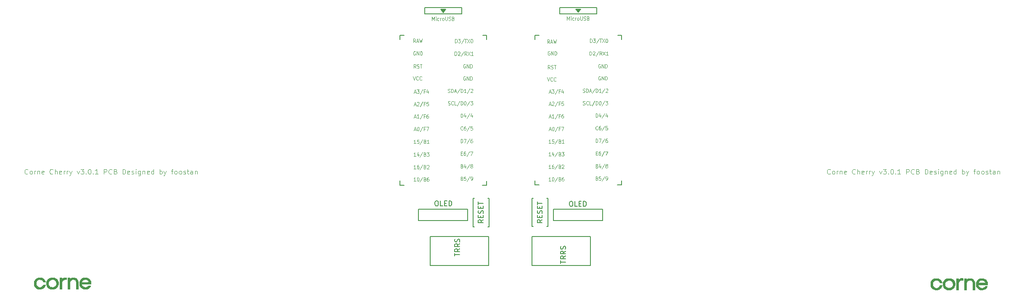
<source format=gto>
G04 #@! TF.GenerationSoftware,KiCad,Pcbnew,7.0.7-7.0.7~ubuntu22.04.1*
G04 #@! TF.CreationDate,2023-09-02T12:43:52+02:00*
G04 #@! TF.ProjectId,corne-cherry,636f726e-652d-4636-9865-7272792e6b69,3.0.1*
G04 #@! TF.SameCoordinates,Original*
G04 #@! TF.FileFunction,Legend,Top*
G04 #@! TF.FilePolarity,Positive*
%FSLAX46Y46*%
G04 Gerber Fmt 4.6, Leading zero omitted, Abs format (unit mm)*
G04 Created by KiCad (PCBNEW 7.0.7-7.0.7~ubuntu22.04.1) date 2023-09-02 12:43:52*
%MOMM*%
%LPD*%
G01*
G04 APERTURE LIST*
%ADD10C,0.125000*%
%ADD11C,0.150000*%
%ADD12C,0.010000*%
%ADD13C,1.600000*%
%ADD14C,3.400000*%
%ADD15C,4.500000*%
%ADD16C,2.300000*%
%ADD17C,4.700000*%
%ADD18C,2.600000*%
%ADD19C,0.700000*%
G04 APERTURE END LIST*
D10*
X51174259Y-58690880D02*
X51126640Y-58738500D01*
X51126640Y-58738500D02*
X50983783Y-58786119D01*
X50983783Y-58786119D02*
X50888545Y-58786119D01*
X50888545Y-58786119D02*
X50745688Y-58738500D01*
X50745688Y-58738500D02*
X50650450Y-58643261D01*
X50650450Y-58643261D02*
X50602831Y-58548023D01*
X50602831Y-58548023D02*
X50555212Y-58357547D01*
X50555212Y-58357547D02*
X50555212Y-58214690D01*
X50555212Y-58214690D02*
X50602831Y-58024214D01*
X50602831Y-58024214D02*
X50650450Y-57928976D01*
X50650450Y-57928976D02*
X50745688Y-57833738D01*
X50745688Y-57833738D02*
X50888545Y-57786119D01*
X50888545Y-57786119D02*
X50983783Y-57786119D01*
X50983783Y-57786119D02*
X51126640Y-57833738D01*
X51126640Y-57833738D02*
X51174259Y-57881357D01*
X51745688Y-58786119D02*
X51650450Y-58738500D01*
X51650450Y-58738500D02*
X51602831Y-58690880D01*
X51602831Y-58690880D02*
X51555212Y-58595642D01*
X51555212Y-58595642D02*
X51555212Y-58309928D01*
X51555212Y-58309928D02*
X51602831Y-58214690D01*
X51602831Y-58214690D02*
X51650450Y-58167071D01*
X51650450Y-58167071D02*
X51745688Y-58119452D01*
X51745688Y-58119452D02*
X51888545Y-58119452D01*
X51888545Y-58119452D02*
X51983783Y-58167071D01*
X51983783Y-58167071D02*
X52031402Y-58214690D01*
X52031402Y-58214690D02*
X52079021Y-58309928D01*
X52079021Y-58309928D02*
X52079021Y-58595642D01*
X52079021Y-58595642D02*
X52031402Y-58690880D01*
X52031402Y-58690880D02*
X51983783Y-58738500D01*
X51983783Y-58738500D02*
X51888545Y-58786119D01*
X51888545Y-58786119D02*
X51745688Y-58786119D01*
X52507593Y-58786119D02*
X52507593Y-58119452D01*
X52507593Y-58309928D02*
X52555212Y-58214690D01*
X52555212Y-58214690D02*
X52602831Y-58167071D01*
X52602831Y-58167071D02*
X52698069Y-58119452D01*
X52698069Y-58119452D02*
X52793307Y-58119452D01*
X53126641Y-58119452D02*
X53126641Y-58786119D01*
X53126641Y-58214690D02*
X53174260Y-58167071D01*
X53174260Y-58167071D02*
X53269498Y-58119452D01*
X53269498Y-58119452D02*
X53412355Y-58119452D01*
X53412355Y-58119452D02*
X53507593Y-58167071D01*
X53507593Y-58167071D02*
X53555212Y-58262309D01*
X53555212Y-58262309D02*
X53555212Y-58786119D01*
X54412355Y-58738500D02*
X54317117Y-58786119D01*
X54317117Y-58786119D02*
X54126641Y-58786119D01*
X54126641Y-58786119D02*
X54031403Y-58738500D01*
X54031403Y-58738500D02*
X53983784Y-58643261D01*
X53983784Y-58643261D02*
X53983784Y-58262309D01*
X53983784Y-58262309D02*
X54031403Y-58167071D01*
X54031403Y-58167071D02*
X54126641Y-58119452D01*
X54126641Y-58119452D02*
X54317117Y-58119452D01*
X54317117Y-58119452D02*
X54412355Y-58167071D01*
X54412355Y-58167071D02*
X54459974Y-58262309D01*
X54459974Y-58262309D02*
X54459974Y-58357547D01*
X54459974Y-58357547D02*
X53983784Y-58452785D01*
X56221879Y-58690880D02*
X56174260Y-58738500D01*
X56174260Y-58738500D02*
X56031403Y-58786119D01*
X56031403Y-58786119D02*
X55936165Y-58786119D01*
X55936165Y-58786119D02*
X55793308Y-58738500D01*
X55793308Y-58738500D02*
X55698070Y-58643261D01*
X55698070Y-58643261D02*
X55650451Y-58548023D01*
X55650451Y-58548023D02*
X55602832Y-58357547D01*
X55602832Y-58357547D02*
X55602832Y-58214690D01*
X55602832Y-58214690D02*
X55650451Y-58024214D01*
X55650451Y-58024214D02*
X55698070Y-57928976D01*
X55698070Y-57928976D02*
X55793308Y-57833738D01*
X55793308Y-57833738D02*
X55936165Y-57786119D01*
X55936165Y-57786119D02*
X56031403Y-57786119D01*
X56031403Y-57786119D02*
X56174260Y-57833738D01*
X56174260Y-57833738D02*
X56221879Y-57881357D01*
X56650451Y-58786119D02*
X56650451Y-57786119D01*
X57079022Y-58786119D02*
X57079022Y-58262309D01*
X57079022Y-58262309D02*
X57031403Y-58167071D01*
X57031403Y-58167071D02*
X56936165Y-58119452D01*
X56936165Y-58119452D02*
X56793308Y-58119452D01*
X56793308Y-58119452D02*
X56698070Y-58167071D01*
X56698070Y-58167071D02*
X56650451Y-58214690D01*
X57936165Y-58738500D02*
X57840927Y-58786119D01*
X57840927Y-58786119D02*
X57650451Y-58786119D01*
X57650451Y-58786119D02*
X57555213Y-58738500D01*
X57555213Y-58738500D02*
X57507594Y-58643261D01*
X57507594Y-58643261D02*
X57507594Y-58262309D01*
X57507594Y-58262309D02*
X57555213Y-58167071D01*
X57555213Y-58167071D02*
X57650451Y-58119452D01*
X57650451Y-58119452D02*
X57840927Y-58119452D01*
X57840927Y-58119452D02*
X57936165Y-58167071D01*
X57936165Y-58167071D02*
X57983784Y-58262309D01*
X57983784Y-58262309D02*
X57983784Y-58357547D01*
X57983784Y-58357547D02*
X57507594Y-58452785D01*
X58412356Y-58786119D02*
X58412356Y-58119452D01*
X58412356Y-58309928D02*
X58459975Y-58214690D01*
X58459975Y-58214690D02*
X58507594Y-58167071D01*
X58507594Y-58167071D02*
X58602832Y-58119452D01*
X58602832Y-58119452D02*
X58698070Y-58119452D01*
X59031404Y-58786119D02*
X59031404Y-58119452D01*
X59031404Y-58309928D02*
X59079023Y-58214690D01*
X59079023Y-58214690D02*
X59126642Y-58167071D01*
X59126642Y-58167071D02*
X59221880Y-58119452D01*
X59221880Y-58119452D02*
X59317118Y-58119452D01*
X59555214Y-58119452D02*
X59793309Y-58786119D01*
X60031404Y-58119452D02*
X59793309Y-58786119D01*
X59793309Y-58786119D02*
X59698071Y-59024214D01*
X59698071Y-59024214D02*
X59650452Y-59071833D01*
X59650452Y-59071833D02*
X59555214Y-59119452D01*
X61079024Y-58119452D02*
X61317119Y-58786119D01*
X61317119Y-58786119D02*
X61555214Y-58119452D01*
X61840929Y-57786119D02*
X62459976Y-57786119D01*
X62459976Y-57786119D02*
X62126643Y-58167071D01*
X62126643Y-58167071D02*
X62269500Y-58167071D01*
X62269500Y-58167071D02*
X62364738Y-58214690D01*
X62364738Y-58214690D02*
X62412357Y-58262309D01*
X62412357Y-58262309D02*
X62459976Y-58357547D01*
X62459976Y-58357547D02*
X62459976Y-58595642D01*
X62459976Y-58595642D02*
X62412357Y-58690880D01*
X62412357Y-58690880D02*
X62364738Y-58738500D01*
X62364738Y-58738500D02*
X62269500Y-58786119D01*
X62269500Y-58786119D02*
X61983786Y-58786119D01*
X61983786Y-58786119D02*
X61888548Y-58738500D01*
X61888548Y-58738500D02*
X61840929Y-58690880D01*
X62888548Y-58690880D02*
X62936167Y-58738500D01*
X62936167Y-58738500D02*
X62888548Y-58786119D01*
X62888548Y-58786119D02*
X62840929Y-58738500D01*
X62840929Y-58738500D02*
X62888548Y-58690880D01*
X62888548Y-58690880D02*
X62888548Y-58786119D01*
X63555214Y-57786119D02*
X63650452Y-57786119D01*
X63650452Y-57786119D02*
X63745690Y-57833738D01*
X63745690Y-57833738D02*
X63793309Y-57881357D01*
X63793309Y-57881357D02*
X63840928Y-57976595D01*
X63840928Y-57976595D02*
X63888547Y-58167071D01*
X63888547Y-58167071D02*
X63888547Y-58405166D01*
X63888547Y-58405166D02*
X63840928Y-58595642D01*
X63840928Y-58595642D02*
X63793309Y-58690880D01*
X63793309Y-58690880D02*
X63745690Y-58738500D01*
X63745690Y-58738500D02*
X63650452Y-58786119D01*
X63650452Y-58786119D02*
X63555214Y-58786119D01*
X63555214Y-58786119D02*
X63459976Y-58738500D01*
X63459976Y-58738500D02*
X63412357Y-58690880D01*
X63412357Y-58690880D02*
X63364738Y-58595642D01*
X63364738Y-58595642D02*
X63317119Y-58405166D01*
X63317119Y-58405166D02*
X63317119Y-58167071D01*
X63317119Y-58167071D02*
X63364738Y-57976595D01*
X63364738Y-57976595D02*
X63412357Y-57881357D01*
X63412357Y-57881357D02*
X63459976Y-57833738D01*
X63459976Y-57833738D02*
X63555214Y-57786119D01*
X64317119Y-58690880D02*
X64364738Y-58738500D01*
X64364738Y-58738500D02*
X64317119Y-58786119D01*
X64317119Y-58786119D02*
X64269500Y-58738500D01*
X64269500Y-58738500D02*
X64317119Y-58690880D01*
X64317119Y-58690880D02*
X64317119Y-58786119D01*
X65317118Y-58786119D02*
X64745690Y-58786119D01*
X65031404Y-58786119D02*
X65031404Y-57786119D01*
X65031404Y-57786119D02*
X64936166Y-57928976D01*
X64936166Y-57928976D02*
X64840928Y-58024214D01*
X64840928Y-58024214D02*
X64745690Y-58071833D01*
X66507595Y-58786119D02*
X66507595Y-57786119D01*
X66507595Y-57786119D02*
X66888547Y-57786119D01*
X66888547Y-57786119D02*
X66983785Y-57833738D01*
X66983785Y-57833738D02*
X67031404Y-57881357D01*
X67031404Y-57881357D02*
X67079023Y-57976595D01*
X67079023Y-57976595D02*
X67079023Y-58119452D01*
X67079023Y-58119452D02*
X67031404Y-58214690D01*
X67031404Y-58214690D02*
X66983785Y-58262309D01*
X66983785Y-58262309D02*
X66888547Y-58309928D01*
X66888547Y-58309928D02*
X66507595Y-58309928D01*
X68079023Y-58690880D02*
X68031404Y-58738500D01*
X68031404Y-58738500D02*
X67888547Y-58786119D01*
X67888547Y-58786119D02*
X67793309Y-58786119D01*
X67793309Y-58786119D02*
X67650452Y-58738500D01*
X67650452Y-58738500D02*
X67555214Y-58643261D01*
X67555214Y-58643261D02*
X67507595Y-58548023D01*
X67507595Y-58548023D02*
X67459976Y-58357547D01*
X67459976Y-58357547D02*
X67459976Y-58214690D01*
X67459976Y-58214690D02*
X67507595Y-58024214D01*
X67507595Y-58024214D02*
X67555214Y-57928976D01*
X67555214Y-57928976D02*
X67650452Y-57833738D01*
X67650452Y-57833738D02*
X67793309Y-57786119D01*
X67793309Y-57786119D02*
X67888547Y-57786119D01*
X67888547Y-57786119D02*
X68031404Y-57833738D01*
X68031404Y-57833738D02*
X68079023Y-57881357D01*
X68840928Y-58262309D02*
X68983785Y-58309928D01*
X68983785Y-58309928D02*
X69031404Y-58357547D01*
X69031404Y-58357547D02*
X69079023Y-58452785D01*
X69079023Y-58452785D02*
X69079023Y-58595642D01*
X69079023Y-58595642D02*
X69031404Y-58690880D01*
X69031404Y-58690880D02*
X68983785Y-58738500D01*
X68983785Y-58738500D02*
X68888547Y-58786119D01*
X68888547Y-58786119D02*
X68507595Y-58786119D01*
X68507595Y-58786119D02*
X68507595Y-57786119D01*
X68507595Y-57786119D02*
X68840928Y-57786119D01*
X68840928Y-57786119D02*
X68936166Y-57833738D01*
X68936166Y-57833738D02*
X68983785Y-57881357D01*
X68983785Y-57881357D02*
X69031404Y-57976595D01*
X69031404Y-57976595D02*
X69031404Y-58071833D01*
X69031404Y-58071833D02*
X68983785Y-58167071D01*
X68983785Y-58167071D02*
X68936166Y-58214690D01*
X68936166Y-58214690D02*
X68840928Y-58262309D01*
X68840928Y-58262309D02*
X68507595Y-58262309D01*
X70269500Y-58786119D02*
X70269500Y-57786119D01*
X70269500Y-57786119D02*
X70507595Y-57786119D01*
X70507595Y-57786119D02*
X70650452Y-57833738D01*
X70650452Y-57833738D02*
X70745690Y-57928976D01*
X70745690Y-57928976D02*
X70793309Y-58024214D01*
X70793309Y-58024214D02*
X70840928Y-58214690D01*
X70840928Y-58214690D02*
X70840928Y-58357547D01*
X70840928Y-58357547D02*
X70793309Y-58548023D01*
X70793309Y-58548023D02*
X70745690Y-58643261D01*
X70745690Y-58643261D02*
X70650452Y-58738500D01*
X70650452Y-58738500D02*
X70507595Y-58786119D01*
X70507595Y-58786119D02*
X70269500Y-58786119D01*
X71650452Y-58738500D02*
X71555214Y-58786119D01*
X71555214Y-58786119D02*
X71364738Y-58786119D01*
X71364738Y-58786119D02*
X71269500Y-58738500D01*
X71269500Y-58738500D02*
X71221881Y-58643261D01*
X71221881Y-58643261D02*
X71221881Y-58262309D01*
X71221881Y-58262309D02*
X71269500Y-58167071D01*
X71269500Y-58167071D02*
X71364738Y-58119452D01*
X71364738Y-58119452D02*
X71555214Y-58119452D01*
X71555214Y-58119452D02*
X71650452Y-58167071D01*
X71650452Y-58167071D02*
X71698071Y-58262309D01*
X71698071Y-58262309D02*
X71698071Y-58357547D01*
X71698071Y-58357547D02*
X71221881Y-58452785D01*
X72079024Y-58738500D02*
X72174262Y-58786119D01*
X72174262Y-58786119D02*
X72364738Y-58786119D01*
X72364738Y-58786119D02*
X72459976Y-58738500D01*
X72459976Y-58738500D02*
X72507595Y-58643261D01*
X72507595Y-58643261D02*
X72507595Y-58595642D01*
X72507595Y-58595642D02*
X72459976Y-58500404D01*
X72459976Y-58500404D02*
X72364738Y-58452785D01*
X72364738Y-58452785D02*
X72221881Y-58452785D01*
X72221881Y-58452785D02*
X72126643Y-58405166D01*
X72126643Y-58405166D02*
X72079024Y-58309928D01*
X72079024Y-58309928D02*
X72079024Y-58262309D01*
X72079024Y-58262309D02*
X72126643Y-58167071D01*
X72126643Y-58167071D02*
X72221881Y-58119452D01*
X72221881Y-58119452D02*
X72364738Y-58119452D01*
X72364738Y-58119452D02*
X72459976Y-58167071D01*
X72936167Y-58786119D02*
X72936167Y-58119452D01*
X72936167Y-57786119D02*
X72888548Y-57833738D01*
X72888548Y-57833738D02*
X72936167Y-57881357D01*
X72936167Y-57881357D02*
X72983786Y-57833738D01*
X72983786Y-57833738D02*
X72936167Y-57786119D01*
X72936167Y-57786119D02*
X72936167Y-57881357D01*
X73840928Y-58119452D02*
X73840928Y-58928976D01*
X73840928Y-58928976D02*
X73793309Y-59024214D01*
X73793309Y-59024214D02*
X73745690Y-59071833D01*
X73745690Y-59071833D02*
X73650452Y-59119452D01*
X73650452Y-59119452D02*
X73507595Y-59119452D01*
X73507595Y-59119452D02*
X73412357Y-59071833D01*
X73840928Y-58738500D02*
X73745690Y-58786119D01*
X73745690Y-58786119D02*
X73555214Y-58786119D01*
X73555214Y-58786119D02*
X73459976Y-58738500D01*
X73459976Y-58738500D02*
X73412357Y-58690880D01*
X73412357Y-58690880D02*
X73364738Y-58595642D01*
X73364738Y-58595642D02*
X73364738Y-58309928D01*
X73364738Y-58309928D02*
X73412357Y-58214690D01*
X73412357Y-58214690D02*
X73459976Y-58167071D01*
X73459976Y-58167071D02*
X73555214Y-58119452D01*
X73555214Y-58119452D02*
X73745690Y-58119452D01*
X73745690Y-58119452D02*
X73840928Y-58167071D01*
X74317119Y-58119452D02*
X74317119Y-58786119D01*
X74317119Y-58214690D02*
X74364738Y-58167071D01*
X74364738Y-58167071D02*
X74459976Y-58119452D01*
X74459976Y-58119452D02*
X74602833Y-58119452D01*
X74602833Y-58119452D02*
X74698071Y-58167071D01*
X74698071Y-58167071D02*
X74745690Y-58262309D01*
X74745690Y-58262309D02*
X74745690Y-58786119D01*
X75602833Y-58738500D02*
X75507595Y-58786119D01*
X75507595Y-58786119D02*
X75317119Y-58786119D01*
X75317119Y-58786119D02*
X75221881Y-58738500D01*
X75221881Y-58738500D02*
X75174262Y-58643261D01*
X75174262Y-58643261D02*
X75174262Y-58262309D01*
X75174262Y-58262309D02*
X75221881Y-58167071D01*
X75221881Y-58167071D02*
X75317119Y-58119452D01*
X75317119Y-58119452D02*
X75507595Y-58119452D01*
X75507595Y-58119452D02*
X75602833Y-58167071D01*
X75602833Y-58167071D02*
X75650452Y-58262309D01*
X75650452Y-58262309D02*
X75650452Y-58357547D01*
X75650452Y-58357547D02*
X75174262Y-58452785D01*
X76507595Y-58786119D02*
X76507595Y-57786119D01*
X76507595Y-58738500D02*
X76412357Y-58786119D01*
X76412357Y-58786119D02*
X76221881Y-58786119D01*
X76221881Y-58786119D02*
X76126643Y-58738500D01*
X76126643Y-58738500D02*
X76079024Y-58690880D01*
X76079024Y-58690880D02*
X76031405Y-58595642D01*
X76031405Y-58595642D02*
X76031405Y-58309928D01*
X76031405Y-58309928D02*
X76079024Y-58214690D01*
X76079024Y-58214690D02*
X76126643Y-58167071D01*
X76126643Y-58167071D02*
X76221881Y-58119452D01*
X76221881Y-58119452D02*
X76412357Y-58119452D01*
X76412357Y-58119452D02*
X76507595Y-58167071D01*
X77745691Y-58786119D02*
X77745691Y-57786119D01*
X77745691Y-58167071D02*
X77840929Y-58119452D01*
X77840929Y-58119452D02*
X78031405Y-58119452D01*
X78031405Y-58119452D02*
X78126643Y-58167071D01*
X78126643Y-58167071D02*
X78174262Y-58214690D01*
X78174262Y-58214690D02*
X78221881Y-58309928D01*
X78221881Y-58309928D02*
X78221881Y-58595642D01*
X78221881Y-58595642D02*
X78174262Y-58690880D01*
X78174262Y-58690880D02*
X78126643Y-58738500D01*
X78126643Y-58738500D02*
X78031405Y-58786119D01*
X78031405Y-58786119D02*
X77840929Y-58786119D01*
X77840929Y-58786119D02*
X77745691Y-58738500D01*
X78555215Y-58119452D02*
X78793310Y-58786119D01*
X79031405Y-58119452D02*
X78793310Y-58786119D01*
X78793310Y-58786119D02*
X78698072Y-59024214D01*
X78698072Y-59024214D02*
X78650453Y-59071833D01*
X78650453Y-59071833D02*
X78555215Y-59119452D01*
X80031406Y-58119452D02*
X80412358Y-58119452D01*
X80174263Y-58786119D02*
X80174263Y-57928976D01*
X80174263Y-57928976D02*
X80221882Y-57833738D01*
X80221882Y-57833738D02*
X80317120Y-57786119D01*
X80317120Y-57786119D02*
X80412358Y-57786119D01*
X80888549Y-58786119D02*
X80793311Y-58738500D01*
X80793311Y-58738500D02*
X80745692Y-58690880D01*
X80745692Y-58690880D02*
X80698073Y-58595642D01*
X80698073Y-58595642D02*
X80698073Y-58309928D01*
X80698073Y-58309928D02*
X80745692Y-58214690D01*
X80745692Y-58214690D02*
X80793311Y-58167071D01*
X80793311Y-58167071D02*
X80888549Y-58119452D01*
X80888549Y-58119452D02*
X81031406Y-58119452D01*
X81031406Y-58119452D02*
X81126644Y-58167071D01*
X81126644Y-58167071D02*
X81174263Y-58214690D01*
X81174263Y-58214690D02*
X81221882Y-58309928D01*
X81221882Y-58309928D02*
X81221882Y-58595642D01*
X81221882Y-58595642D02*
X81174263Y-58690880D01*
X81174263Y-58690880D02*
X81126644Y-58738500D01*
X81126644Y-58738500D02*
X81031406Y-58786119D01*
X81031406Y-58786119D02*
X80888549Y-58786119D01*
X81793311Y-58786119D02*
X81698073Y-58738500D01*
X81698073Y-58738500D02*
X81650454Y-58690880D01*
X81650454Y-58690880D02*
X81602835Y-58595642D01*
X81602835Y-58595642D02*
X81602835Y-58309928D01*
X81602835Y-58309928D02*
X81650454Y-58214690D01*
X81650454Y-58214690D02*
X81698073Y-58167071D01*
X81698073Y-58167071D02*
X81793311Y-58119452D01*
X81793311Y-58119452D02*
X81936168Y-58119452D01*
X81936168Y-58119452D02*
X82031406Y-58167071D01*
X82031406Y-58167071D02*
X82079025Y-58214690D01*
X82079025Y-58214690D02*
X82126644Y-58309928D01*
X82126644Y-58309928D02*
X82126644Y-58595642D01*
X82126644Y-58595642D02*
X82079025Y-58690880D01*
X82079025Y-58690880D02*
X82031406Y-58738500D01*
X82031406Y-58738500D02*
X81936168Y-58786119D01*
X81936168Y-58786119D02*
X81793311Y-58786119D01*
X82507597Y-58738500D02*
X82602835Y-58786119D01*
X82602835Y-58786119D02*
X82793311Y-58786119D01*
X82793311Y-58786119D02*
X82888549Y-58738500D01*
X82888549Y-58738500D02*
X82936168Y-58643261D01*
X82936168Y-58643261D02*
X82936168Y-58595642D01*
X82936168Y-58595642D02*
X82888549Y-58500404D01*
X82888549Y-58500404D02*
X82793311Y-58452785D01*
X82793311Y-58452785D02*
X82650454Y-58452785D01*
X82650454Y-58452785D02*
X82555216Y-58405166D01*
X82555216Y-58405166D02*
X82507597Y-58309928D01*
X82507597Y-58309928D02*
X82507597Y-58262309D01*
X82507597Y-58262309D02*
X82555216Y-58167071D01*
X82555216Y-58167071D02*
X82650454Y-58119452D01*
X82650454Y-58119452D02*
X82793311Y-58119452D01*
X82793311Y-58119452D02*
X82888549Y-58167071D01*
X83221883Y-58119452D02*
X83602835Y-58119452D01*
X83364740Y-57786119D02*
X83364740Y-58643261D01*
X83364740Y-58643261D02*
X83412359Y-58738500D01*
X83412359Y-58738500D02*
X83507597Y-58786119D01*
X83507597Y-58786119D02*
X83602835Y-58786119D01*
X84364740Y-58786119D02*
X84364740Y-58262309D01*
X84364740Y-58262309D02*
X84317121Y-58167071D01*
X84317121Y-58167071D02*
X84221883Y-58119452D01*
X84221883Y-58119452D02*
X84031407Y-58119452D01*
X84031407Y-58119452D02*
X83936169Y-58167071D01*
X84364740Y-58738500D02*
X84269502Y-58786119D01*
X84269502Y-58786119D02*
X84031407Y-58786119D01*
X84031407Y-58786119D02*
X83936169Y-58738500D01*
X83936169Y-58738500D02*
X83888550Y-58643261D01*
X83888550Y-58643261D02*
X83888550Y-58548023D01*
X83888550Y-58548023D02*
X83936169Y-58452785D01*
X83936169Y-58452785D02*
X84031407Y-58405166D01*
X84031407Y-58405166D02*
X84269502Y-58405166D01*
X84269502Y-58405166D02*
X84364740Y-58357547D01*
X84840931Y-58119452D02*
X84840931Y-58786119D01*
X84840931Y-58214690D02*
X84888550Y-58167071D01*
X84888550Y-58167071D02*
X84983788Y-58119452D01*
X84983788Y-58119452D02*
X85126645Y-58119452D01*
X85126645Y-58119452D02*
X85221883Y-58167071D01*
X85221883Y-58167071D02*
X85269502Y-58262309D01*
X85269502Y-58262309D02*
X85269502Y-58786119D01*
X212724259Y-58690880D02*
X212676640Y-58738500D01*
X212676640Y-58738500D02*
X212533783Y-58786119D01*
X212533783Y-58786119D02*
X212438545Y-58786119D01*
X212438545Y-58786119D02*
X212295688Y-58738500D01*
X212295688Y-58738500D02*
X212200450Y-58643261D01*
X212200450Y-58643261D02*
X212152831Y-58548023D01*
X212152831Y-58548023D02*
X212105212Y-58357547D01*
X212105212Y-58357547D02*
X212105212Y-58214690D01*
X212105212Y-58214690D02*
X212152831Y-58024214D01*
X212152831Y-58024214D02*
X212200450Y-57928976D01*
X212200450Y-57928976D02*
X212295688Y-57833738D01*
X212295688Y-57833738D02*
X212438545Y-57786119D01*
X212438545Y-57786119D02*
X212533783Y-57786119D01*
X212533783Y-57786119D02*
X212676640Y-57833738D01*
X212676640Y-57833738D02*
X212724259Y-57881357D01*
X213295688Y-58786119D02*
X213200450Y-58738500D01*
X213200450Y-58738500D02*
X213152831Y-58690880D01*
X213152831Y-58690880D02*
X213105212Y-58595642D01*
X213105212Y-58595642D02*
X213105212Y-58309928D01*
X213105212Y-58309928D02*
X213152831Y-58214690D01*
X213152831Y-58214690D02*
X213200450Y-58167071D01*
X213200450Y-58167071D02*
X213295688Y-58119452D01*
X213295688Y-58119452D02*
X213438545Y-58119452D01*
X213438545Y-58119452D02*
X213533783Y-58167071D01*
X213533783Y-58167071D02*
X213581402Y-58214690D01*
X213581402Y-58214690D02*
X213629021Y-58309928D01*
X213629021Y-58309928D02*
X213629021Y-58595642D01*
X213629021Y-58595642D02*
X213581402Y-58690880D01*
X213581402Y-58690880D02*
X213533783Y-58738500D01*
X213533783Y-58738500D02*
X213438545Y-58786119D01*
X213438545Y-58786119D02*
X213295688Y-58786119D01*
X214057593Y-58786119D02*
X214057593Y-58119452D01*
X214057593Y-58309928D02*
X214105212Y-58214690D01*
X214105212Y-58214690D02*
X214152831Y-58167071D01*
X214152831Y-58167071D02*
X214248069Y-58119452D01*
X214248069Y-58119452D02*
X214343307Y-58119452D01*
X214676641Y-58119452D02*
X214676641Y-58786119D01*
X214676641Y-58214690D02*
X214724260Y-58167071D01*
X214724260Y-58167071D02*
X214819498Y-58119452D01*
X214819498Y-58119452D02*
X214962355Y-58119452D01*
X214962355Y-58119452D02*
X215057593Y-58167071D01*
X215057593Y-58167071D02*
X215105212Y-58262309D01*
X215105212Y-58262309D02*
X215105212Y-58786119D01*
X215962355Y-58738500D02*
X215867117Y-58786119D01*
X215867117Y-58786119D02*
X215676641Y-58786119D01*
X215676641Y-58786119D02*
X215581403Y-58738500D01*
X215581403Y-58738500D02*
X215533784Y-58643261D01*
X215533784Y-58643261D02*
X215533784Y-58262309D01*
X215533784Y-58262309D02*
X215581403Y-58167071D01*
X215581403Y-58167071D02*
X215676641Y-58119452D01*
X215676641Y-58119452D02*
X215867117Y-58119452D01*
X215867117Y-58119452D02*
X215962355Y-58167071D01*
X215962355Y-58167071D02*
X216009974Y-58262309D01*
X216009974Y-58262309D02*
X216009974Y-58357547D01*
X216009974Y-58357547D02*
X215533784Y-58452785D01*
X217771879Y-58690880D02*
X217724260Y-58738500D01*
X217724260Y-58738500D02*
X217581403Y-58786119D01*
X217581403Y-58786119D02*
X217486165Y-58786119D01*
X217486165Y-58786119D02*
X217343308Y-58738500D01*
X217343308Y-58738500D02*
X217248070Y-58643261D01*
X217248070Y-58643261D02*
X217200451Y-58548023D01*
X217200451Y-58548023D02*
X217152832Y-58357547D01*
X217152832Y-58357547D02*
X217152832Y-58214690D01*
X217152832Y-58214690D02*
X217200451Y-58024214D01*
X217200451Y-58024214D02*
X217248070Y-57928976D01*
X217248070Y-57928976D02*
X217343308Y-57833738D01*
X217343308Y-57833738D02*
X217486165Y-57786119D01*
X217486165Y-57786119D02*
X217581403Y-57786119D01*
X217581403Y-57786119D02*
X217724260Y-57833738D01*
X217724260Y-57833738D02*
X217771879Y-57881357D01*
X218200451Y-58786119D02*
X218200451Y-57786119D01*
X218629022Y-58786119D02*
X218629022Y-58262309D01*
X218629022Y-58262309D02*
X218581403Y-58167071D01*
X218581403Y-58167071D02*
X218486165Y-58119452D01*
X218486165Y-58119452D02*
X218343308Y-58119452D01*
X218343308Y-58119452D02*
X218248070Y-58167071D01*
X218248070Y-58167071D02*
X218200451Y-58214690D01*
X219486165Y-58738500D02*
X219390927Y-58786119D01*
X219390927Y-58786119D02*
X219200451Y-58786119D01*
X219200451Y-58786119D02*
X219105213Y-58738500D01*
X219105213Y-58738500D02*
X219057594Y-58643261D01*
X219057594Y-58643261D02*
X219057594Y-58262309D01*
X219057594Y-58262309D02*
X219105213Y-58167071D01*
X219105213Y-58167071D02*
X219200451Y-58119452D01*
X219200451Y-58119452D02*
X219390927Y-58119452D01*
X219390927Y-58119452D02*
X219486165Y-58167071D01*
X219486165Y-58167071D02*
X219533784Y-58262309D01*
X219533784Y-58262309D02*
X219533784Y-58357547D01*
X219533784Y-58357547D02*
X219057594Y-58452785D01*
X219962356Y-58786119D02*
X219962356Y-58119452D01*
X219962356Y-58309928D02*
X220009975Y-58214690D01*
X220009975Y-58214690D02*
X220057594Y-58167071D01*
X220057594Y-58167071D02*
X220152832Y-58119452D01*
X220152832Y-58119452D02*
X220248070Y-58119452D01*
X220581404Y-58786119D02*
X220581404Y-58119452D01*
X220581404Y-58309928D02*
X220629023Y-58214690D01*
X220629023Y-58214690D02*
X220676642Y-58167071D01*
X220676642Y-58167071D02*
X220771880Y-58119452D01*
X220771880Y-58119452D02*
X220867118Y-58119452D01*
X221105214Y-58119452D02*
X221343309Y-58786119D01*
X221581404Y-58119452D02*
X221343309Y-58786119D01*
X221343309Y-58786119D02*
X221248071Y-59024214D01*
X221248071Y-59024214D02*
X221200452Y-59071833D01*
X221200452Y-59071833D02*
X221105214Y-59119452D01*
X222629024Y-58119452D02*
X222867119Y-58786119D01*
X222867119Y-58786119D02*
X223105214Y-58119452D01*
X223390929Y-57786119D02*
X224009976Y-57786119D01*
X224009976Y-57786119D02*
X223676643Y-58167071D01*
X223676643Y-58167071D02*
X223819500Y-58167071D01*
X223819500Y-58167071D02*
X223914738Y-58214690D01*
X223914738Y-58214690D02*
X223962357Y-58262309D01*
X223962357Y-58262309D02*
X224009976Y-58357547D01*
X224009976Y-58357547D02*
X224009976Y-58595642D01*
X224009976Y-58595642D02*
X223962357Y-58690880D01*
X223962357Y-58690880D02*
X223914738Y-58738500D01*
X223914738Y-58738500D02*
X223819500Y-58786119D01*
X223819500Y-58786119D02*
X223533786Y-58786119D01*
X223533786Y-58786119D02*
X223438548Y-58738500D01*
X223438548Y-58738500D02*
X223390929Y-58690880D01*
X224438548Y-58690880D02*
X224486167Y-58738500D01*
X224486167Y-58738500D02*
X224438548Y-58786119D01*
X224438548Y-58786119D02*
X224390929Y-58738500D01*
X224390929Y-58738500D02*
X224438548Y-58690880D01*
X224438548Y-58690880D02*
X224438548Y-58786119D01*
X225105214Y-57786119D02*
X225200452Y-57786119D01*
X225200452Y-57786119D02*
X225295690Y-57833738D01*
X225295690Y-57833738D02*
X225343309Y-57881357D01*
X225343309Y-57881357D02*
X225390928Y-57976595D01*
X225390928Y-57976595D02*
X225438547Y-58167071D01*
X225438547Y-58167071D02*
X225438547Y-58405166D01*
X225438547Y-58405166D02*
X225390928Y-58595642D01*
X225390928Y-58595642D02*
X225343309Y-58690880D01*
X225343309Y-58690880D02*
X225295690Y-58738500D01*
X225295690Y-58738500D02*
X225200452Y-58786119D01*
X225200452Y-58786119D02*
X225105214Y-58786119D01*
X225105214Y-58786119D02*
X225009976Y-58738500D01*
X225009976Y-58738500D02*
X224962357Y-58690880D01*
X224962357Y-58690880D02*
X224914738Y-58595642D01*
X224914738Y-58595642D02*
X224867119Y-58405166D01*
X224867119Y-58405166D02*
X224867119Y-58167071D01*
X224867119Y-58167071D02*
X224914738Y-57976595D01*
X224914738Y-57976595D02*
X224962357Y-57881357D01*
X224962357Y-57881357D02*
X225009976Y-57833738D01*
X225009976Y-57833738D02*
X225105214Y-57786119D01*
X225867119Y-58690880D02*
X225914738Y-58738500D01*
X225914738Y-58738500D02*
X225867119Y-58786119D01*
X225867119Y-58786119D02*
X225819500Y-58738500D01*
X225819500Y-58738500D02*
X225867119Y-58690880D01*
X225867119Y-58690880D02*
X225867119Y-58786119D01*
X226867118Y-58786119D02*
X226295690Y-58786119D01*
X226581404Y-58786119D02*
X226581404Y-57786119D01*
X226581404Y-57786119D02*
X226486166Y-57928976D01*
X226486166Y-57928976D02*
X226390928Y-58024214D01*
X226390928Y-58024214D02*
X226295690Y-58071833D01*
X228057595Y-58786119D02*
X228057595Y-57786119D01*
X228057595Y-57786119D02*
X228438547Y-57786119D01*
X228438547Y-57786119D02*
X228533785Y-57833738D01*
X228533785Y-57833738D02*
X228581404Y-57881357D01*
X228581404Y-57881357D02*
X228629023Y-57976595D01*
X228629023Y-57976595D02*
X228629023Y-58119452D01*
X228629023Y-58119452D02*
X228581404Y-58214690D01*
X228581404Y-58214690D02*
X228533785Y-58262309D01*
X228533785Y-58262309D02*
X228438547Y-58309928D01*
X228438547Y-58309928D02*
X228057595Y-58309928D01*
X229629023Y-58690880D02*
X229581404Y-58738500D01*
X229581404Y-58738500D02*
X229438547Y-58786119D01*
X229438547Y-58786119D02*
X229343309Y-58786119D01*
X229343309Y-58786119D02*
X229200452Y-58738500D01*
X229200452Y-58738500D02*
X229105214Y-58643261D01*
X229105214Y-58643261D02*
X229057595Y-58548023D01*
X229057595Y-58548023D02*
X229009976Y-58357547D01*
X229009976Y-58357547D02*
X229009976Y-58214690D01*
X229009976Y-58214690D02*
X229057595Y-58024214D01*
X229057595Y-58024214D02*
X229105214Y-57928976D01*
X229105214Y-57928976D02*
X229200452Y-57833738D01*
X229200452Y-57833738D02*
X229343309Y-57786119D01*
X229343309Y-57786119D02*
X229438547Y-57786119D01*
X229438547Y-57786119D02*
X229581404Y-57833738D01*
X229581404Y-57833738D02*
X229629023Y-57881357D01*
X230390928Y-58262309D02*
X230533785Y-58309928D01*
X230533785Y-58309928D02*
X230581404Y-58357547D01*
X230581404Y-58357547D02*
X230629023Y-58452785D01*
X230629023Y-58452785D02*
X230629023Y-58595642D01*
X230629023Y-58595642D02*
X230581404Y-58690880D01*
X230581404Y-58690880D02*
X230533785Y-58738500D01*
X230533785Y-58738500D02*
X230438547Y-58786119D01*
X230438547Y-58786119D02*
X230057595Y-58786119D01*
X230057595Y-58786119D02*
X230057595Y-57786119D01*
X230057595Y-57786119D02*
X230390928Y-57786119D01*
X230390928Y-57786119D02*
X230486166Y-57833738D01*
X230486166Y-57833738D02*
X230533785Y-57881357D01*
X230533785Y-57881357D02*
X230581404Y-57976595D01*
X230581404Y-57976595D02*
X230581404Y-58071833D01*
X230581404Y-58071833D02*
X230533785Y-58167071D01*
X230533785Y-58167071D02*
X230486166Y-58214690D01*
X230486166Y-58214690D02*
X230390928Y-58262309D01*
X230390928Y-58262309D02*
X230057595Y-58262309D01*
X231819500Y-58786119D02*
X231819500Y-57786119D01*
X231819500Y-57786119D02*
X232057595Y-57786119D01*
X232057595Y-57786119D02*
X232200452Y-57833738D01*
X232200452Y-57833738D02*
X232295690Y-57928976D01*
X232295690Y-57928976D02*
X232343309Y-58024214D01*
X232343309Y-58024214D02*
X232390928Y-58214690D01*
X232390928Y-58214690D02*
X232390928Y-58357547D01*
X232390928Y-58357547D02*
X232343309Y-58548023D01*
X232343309Y-58548023D02*
X232295690Y-58643261D01*
X232295690Y-58643261D02*
X232200452Y-58738500D01*
X232200452Y-58738500D02*
X232057595Y-58786119D01*
X232057595Y-58786119D02*
X231819500Y-58786119D01*
X233200452Y-58738500D02*
X233105214Y-58786119D01*
X233105214Y-58786119D02*
X232914738Y-58786119D01*
X232914738Y-58786119D02*
X232819500Y-58738500D01*
X232819500Y-58738500D02*
X232771881Y-58643261D01*
X232771881Y-58643261D02*
X232771881Y-58262309D01*
X232771881Y-58262309D02*
X232819500Y-58167071D01*
X232819500Y-58167071D02*
X232914738Y-58119452D01*
X232914738Y-58119452D02*
X233105214Y-58119452D01*
X233105214Y-58119452D02*
X233200452Y-58167071D01*
X233200452Y-58167071D02*
X233248071Y-58262309D01*
X233248071Y-58262309D02*
X233248071Y-58357547D01*
X233248071Y-58357547D02*
X232771881Y-58452785D01*
X233629024Y-58738500D02*
X233724262Y-58786119D01*
X233724262Y-58786119D02*
X233914738Y-58786119D01*
X233914738Y-58786119D02*
X234009976Y-58738500D01*
X234009976Y-58738500D02*
X234057595Y-58643261D01*
X234057595Y-58643261D02*
X234057595Y-58595642D01*
X234057595Y-58595642D02*
X234009976Y-58500404D01*
X234009976Y-58500404D02*
X233914738Y-58452785D01*
X233914738Y-58452785D02*
X233771881Y-58452785D01*
X233771881Y-58452785D02*
X233676643Y-58405166D01*
X233676643Y-58405166D02*
X233629024Y-58309928D01*
X233629024Y-58309928D02*
X233629024Y-58262309D01*
X233629024Y-58262309D02*
X233676643Y-58167071D01*
X233676643Y-58167071D02*
X233771881Y-58119452D01*
X233771881Y-58119452D02*
X233914738Y-58119452D01*
X233914738Y-58119452D02*
X234009976Y-58167071D01*
X234486167Y-58786119D02*
X234486167Y-58119452D01*
X234486167Y-57786119D02*
X234438548Y-57833738D01*
X234438548Y-57833738D02*
X234486167Y-57881357D01*
X234486167Y-57881357D02*
X234533786Y-57833738D01*
X234533786Y-57833738D02*
X234486167Y-57786119D01*
X234486167Y-57786119D02*
X234486167Y-57881357D01*
X235390928Y-58119452D02*
X235390928Y-58928976D01*
X235390928Y-58928976D02*
X235343309Y-59024214D01*
X235343309Y-59024214D02*
X235295690Y-59071833D01*
X235295690Y-59071833D02*
X235200452Y-59119452D01*
X235200452Y-59119452D02*
X235057595Y-59119452D01*
X235057595Y-59119452D02*
X234962357Y-59071833D01*
X235390928Y-58738500D02*
X235295690Y-58786119D01*
X235295690Y-58786119D02*
X235105214Y-58786119D01*
X235105214Y-58786119D02*
X235009976Y-58738500D01*
X235009976Y-58738500D02*
X234962357Y-58690880D01*
X234962357Y-58690880D02*
X234914738Y-58595642D01*
X234914738Y-58595642D02*
X234914738Y-58309928D01*
X234914738Y-58309928D02*
X234962357Y-58214690D01*
X234962357Y-58214690D02*
X235009976Y-58167071D01*
X235009976Y-58167071D02*
X235105214Y-58119452D01*
X235105214Y-58119452D02*
X235295690Y-58119452D01*
X235295690Y-58119452D02*
X235390928Y-58167071D01*
X235867119Y-58119452D02*
X235867119Y-58786119D01*
X235867119Y-58214690D02*
X235914738Y-58167071D01*
X235914738Y-58167071D02*
X236009976Y-58119452D01*
X236009976Y-58119452D02*
X236152833Y-58119452D01*
X236152833Y-58119452D02*
X236248071Y-58167071D01*
X236248071Y-58167071D02*
X236295690Y-58262309D01*
X236295690Y-58262309D02*
X236295690Y-58786119D01*
X237152833Y-58738500D02*
X237057595Y-58786119D01*
X237057595Y-58786119D02*
X236867119Y-58786119D01*
X236867119Y-58786119D02*
X236771881Y-58738500D01*
X236771881Y-58738500D02*
X236724262Y-58643261D01*
X236724262Y-58643261D02*
X236724262Y-58262309D01*
X236724262Y-58262309D02*
X236771881Y-58167071D01*
X236771881Y-58167071D02*
X236867119Y-58119452D01*
X236867119Y-58119452D02*
X237057595Y-58119452D01*
X237057595Y-58119452D02*
X237152833Y-58167071D01*
X237152833Y-58167071D02*
X237200452Y-58262309D01*
X237200452Y-58262309D02*
X237200452Y-58357547D01*
X237200452Y-58357547D02*
X236724262Y-58452785D01*
X238057595Y-58786119D02*
X238057595Y-57786119D01*
X238057595Y-58738500D02*
X237962357Y-58786119D01*
X237962357Y-58786119D02*
X237771881Y-58786119D01*
X237771881Y-58786119D02*
X237676643Y-58738500D01*
X237676643Y-58738500D02*
X237629024Y-58690880D01*
X237629024Y-58690880D02*
X237581405Y-58595642D01*
X237581405Y-58595642D02*
X237581405Y-58309928D01*
X237581405Y-58309928D02*
X237629024Y-58214690D01*
X237629024Y-58214690D02*
X237676643Y-58167071D01*
X237676643Y-58167071D02*
X237771881Y-58119452D01*
X237771881Y-58119452D02*
X237962357Y-58119452D01*
X237962357Y-58119452D02*
X238057595Y-58167071D01*
X239295691Y-58786119D02*
X239295691Y-57786119D01*
X239295691Y-58167071D02*
X239390929Y-58119452D01*
X239390929Y-58119452D02*
X239581405Y-58119452D01*
X239581405Y-58119452D02*
X239676643Y-58167071D01*
X239676643Y-58167071D02*
X239724262Y-58214690D01*
X239724262Y-58214690D02*
X239771881Y-58309928D01*
X239771881Y-58309928D02*
X239771881Y-58595642D01*
X239771881Y-58595642D02*
X239724262Y-58690880D01*
X239724262Y-58690880D02*
X239676643Y-58738500D01*
X239676643Y-58738500D02*
X239581405Y-58786119D01*
X239581405Y-58786119D02*
X239390929Y-58786119D01*
X239390929Y-58786119D02*
X239295691Y-58738500D01*
X240105215Y-58119452D02*
X240343310Y-58786119D01*
X240581405Y-58119452D02*
X240343310Y-58786119D01*
X240343310Y-58786119D02*
X240248072Y-59024214D01*
X240248072Y-59024214D02*
X240200453Y-59071833D01*
X240200453Y-59071833D02*
X240105215Y-59119452D01*
X241581406Y-58119452D02*
X241962358Y-58119452D01*
X241724263Y-58786119D02*
X241724263Y-57928976D01*
X241724263Y-57928976D02*
X241771882Y-57833738D01*
X241771882Y-57833738D02*
X241867120Y-57786119D01*
X241867120Y-57786119D02*
X241962358Y-57786119D01*
X242438549Y-58786119D02*
X242343311Y-58738500D01*
X242343311Y-58738500D02*
X242295692Y-58690880D01*
X242295692Y-58690880D02*
X242248073Y-58595642D01*
X242248073Y-58595642D02*
X242248073Y-58309928D01*
X242248073Y-58309928D02*
X242295692Y-58214690D01*
X242295692Y-58214690D02*
X242343311Y-58167071D01*
X242343311Y-58167071D02*
X242438549Y-58119452D01*
X242438549Y-58119452D02*
X242581406Y-58119452D01*
X242581406Y-58119452D02*
X242676644Y-58167071D01*
X242676644Y-58167071D02*
X242724263Y-58214690D01*
X242724263Y-58214690D02*
X242771882Y-58309928D01*
X242771882Y-58309928D02*
X242771882Y-58595642D01*
X242771882Y-58595642D02*
X242724263Y-58690880D01*
X242724263Y-58690880D02*
X242676644Y-58738500D01*
X242676644Y-58738500D02*
X242581406Y-58786119D01*
X242581406Y-58786119D02*
X242438549Y-58786119D01*
X243343311Y-58786119D02*
X243248073Y-58738500D01*
X243248073Y-58738500D02*
X243200454Y-58690880D01*
X243200454Y-58690880D02*
X243152835Y-58595642D01*
X243152835Y-58595642D02*
X243152835Y-58309928D01*
X243152835Y-58309928D02*
X243200454Y-58214690D01*
X243200454Y-58214690D02*
X243248073Y-58167071D01*
X243248073Y-58167071D02*
X243343311Y-58119452D01*
X243343311Y-58119452D02*
X243486168Y-58119452D01*
X243486168Y-58119452D02*
X243581406Y-58167071D01*
X243581406Y-58167071D02*
X243629025Y-58214690D01*
X243629025Y-58214690D02*
X243676644Y-58309928D01*
X243676644Y-58309928D02*
X243676644Y-58595642D01*
X243676644Y-58595642D02*
X243629025Y-58690880D01*
X243629025Y-58690880D02*
X243581406Y-58738500D01*
X243581406Y-58738500D02*
X243486168Y-58786119D01*
X243486168Y-58786119D02*
X243343311Y-58786119D01*
X244057597Y-58738500D02*
X244152835Y-58786119D01*
X244152835Y-58786119D02*
X244343311Y-58786119D01*
X244343311Y-58786119D02*
X244438549Y-58738500D01*
X244438549Y-58738500D02*
X244486168Y-58643261D01*
X244486168Y-58643261D02*
X244486168Y-58595642D01*
X244486168Y-58595642D02*
X244438549Y-58500404D01*
X244438549Y-58500404D02*
X244343311Y-58452785D01*
X244343311Y-58452785D02*
X244200454Y-58452785D01*
X244200454Y-58452785D02*
X244105216Y-58405166D01*
X244105216Y-58405166D02*
X244057597Y-58309928D01*
X244057597Y-58309928D02*
X244057597Y-58262309D01*
X244057597Y-58262309D02*
X244105216Y-58167071D01*
X244105216Y-58167071D02*
X244200454Y-58119452D01*
X244200454Y-58119452D02*
X244343311Y-58119452D01*
X244343311Y-58119452D02*
X244438549Y-58167071D01*
X244771883Y-58119452D02*
X245152835Y-58119452D01*
X244914740Y-57786119D02*
X244914740Y-58643261D01*
X244914740Y-58643261D02*
X244962359Y-58738500D01*
X244962359Y-58738500D02*
X245057597Y-58786119D01*
X245057597Y-58786119D02*
X245152835Y-58786119D01*
X245914740Y-58786119D02*
X245914740Y-58262309D01*
X245914740Y-58262309D02*
X245867121Y-58167071D01*
X245867121Y-58167071D02*
X245771883Y-58119452D01*
X245771883Y-58119452D02*
X245581407Y-58119452D01*
X245581407Y-58119452D02*
X245486169Y-58167071D01*
X245914740Y-58738500D02*
X245819502Y-58786119D01*
X245819502Y-58786119D02*
X245581407Y-58786119D01*
X245581407Y-58786119D02*
X245486169Y-58738500D01*
X245486169Y-58738500D02*
X245438550Y-58643261D01*
X245438550Y-58643261D02*
X245438550Y-58548023D01*
X245438550Y-58548023D02*
X245486169Y-58452785D01*
X245486169Y-58452785D02*
X245581407Y-58405166D01*
X245581407Y-58405166D02*
X245819502Y-58405166D01*
X245819502Y-58405166D02*
X245914740Y-58357547D01*
X246390931Y-58119452D02*
X246390931Y-58786119D01*
X246390931Y-58214690D02*
X246438550Y-58167071D01*
X246438550Y-58167071D02*
X246533788Y-58119452D01*
X246533788Y-58119452D02*
X246676645Y-58119452D01*
X246676645Y-58119452D02*
X246771883Y-58167071D01*
X246771883Y-58167071D02*
X246819502Y-58262309D01*
X246819502Y-58262309D02*
X246819502Y-58786119D01*
D11*
X137139319Y-75303904D02*
X137139319Y-74732476D01*
X138139319Y-75018190D02*
X137139319Y-75018190D01*
X138139319Y-73827714D02*
X137663128Y-74161047D01*
X138139319Y-74399142D02*
X137139319Y-74399142D01*
X137139319Y-74399142D02*
X137139319Y-74018190D01*
X137139319Y-74018190D02*
X137186938Y-73922952D01*
X137186938Y-73922952D02*
X137234557Y-73875333D01*
X137234557Y-73875333D02*
X137329795Y-73827714D01*
X137329795Y-73827714D02*
X137472652Y-73827714D01*
X137472652Y-73827714D02*
X137567890Y-73875333D01*
X137567890Y-73875333D02*
X137615509Y-73922952D01*
X137615509Y-73922952D02*
X137663128Y-74018190D01*
X137663128Y-74018190D02*
X137663128Y-74399142D01*
X138139319Y-72827714D02*
X137663128Y-73161047D01*
X138139319Y-73399142D02*
X137139319Y-73399142D01*
X137139319Y-73399142D02*
X137139319Y-73018190D01*
X137139319Y-73018190D02*
X137186938Y-72922952D01*
X137186938Y-72922952D02*
X137234557Y-72875333D01*
X137234557Y-72875333D02*
X137329795Y-72827714D01*
X137329795Y-72827714D02*
X137472652Y-72827714D01*
X137472652Y-72827714D02*
X137567890Y-72875333D01*
X137567890Y-72875333D02*
X137615509Y-72922952D01*
X137615509Y-72922952D02*
X137663128Y-73018190D01*
X137663128Y-73018190D02*
X137663128Y-73399142D01*
X138091700Y-72446761D02*
X138139319Y-72303904D01*
X138139319Y-72303904D02*
X138139319Y-72065809D01*
X138139319Y-72065809D02*
X138091700Y-71970571D01*
X138091700Y-71970571D02*
X138044080Y-71922952D01*
X138044080Y-71922952D02*
X137948842Y-71875333D01*
X137948842Y-71875333D02*
X137853604Y-71875333D01*
X137853604Y-71875333D02*
X137758366Y-71922952D01*
X137758366Y-71922952D02*
X137710747Y-71970571D01*
X137710747Y-71970571D02*
X137663128Y-72065809D01*
X137663128Y-72065809D02*
X137615509Y-72256285D01*
X137615509Y-72256285D02*
X137567890Y-72351523D01*
X137567890Y-72351523D02*
X137520271Y-72399142D01*
X137520271Y-72399142D02*
X137425033Y-72446761D01*
X137425033Y-72446761D02*
X137329795Y-72446761D01*
X137329795Y-72446761D02*
X137234557Y-72399142D01*
X137234557Y-72399142D02*
X137186938Y-72351523D01*
X137186938Y-72351523D02*
X137139319Y-72256285D01*
X137139319Y-72256285D02*
X137139319Y-72018190D01*
X137139319Y-72018190D02*
X137186938Y-71875333D01*
X133402119Y-64198819D02*
X133592595Y-64198819D01*
X133592595Y-64198819D02*
X133687833Y-64246438D01*
X133687833Y-64246438D02*
X133783071Y-64341676D01*
X133783071Y-64341676D02*
X133830690Y-64532152D01*
X133830690Y-64532152D02*
X133830690Y-64865485D01*
X133830690Y-64865485D02*
X133783071Y-65055961D01*
X133783071Y-65055961D02*
X133687833Y-65151200D01*
X133687833Y-65151200D02*
X133592595Y-65198819D01*
X133592595Y-65198819D02*
X133402119Y-65198819D01*
X133402119Y-65198819D02*
X133306881Y-65151200D01*
X133306881Y-65151200D02*
X133211643Y-65055961D01*
X133211643Y-65055961D02*
X133164024Y-64865485D01*
X133164024Y-64865485D02*
X133164024Y-64532152D01*
X133164024Y-64532152D02*
X133211643Y-64341676D01*
X133211643Y-64341676D02*
X133306881Y-64246438D01*
X133306881Y-64246438D02*
X133402119Y-64198819D01*
X134735452Y-65198819D02*
X134259262Y-65198819D01*
X134259262Y-65198819D02*
X134259262Y-64198819D01*
X135068786Y-64675009D02*
X135402119Y-64675009D01*
X135544976Y-65198819D02*
X135068786Y-65198819D01*
X135068786Y-65198819D02*
X135068786Y-64198819D01*
X135068786Y-64198819D02*
X135544976Y-64198819D01*
X135973548Y-65198819D02*
X135973548Y-64198819D01*
X135973548Y-64198819D02*
X136211643Y-64198819D01*
X136211643Y-64198819D02*
X136354500Y-64246438D01*
X136354500Y-64246438D02*
X136449738Y-64341676D01*
X136449738Y-64341676D02*
X136497357Y-64436914D01*
X136497357Y-64436914D02*
X136544976Y-64627390D01*
X136544976Y-64627390D02*
X136544976Y-64770247D01*
X136544976Y-64770247D02*
X136497357Y-64960723D01*
X136497357Y-64960723D02*
X136449738Y-65055961D01*
X136449738Y-65055961D02*
X136354500Y-65151200D01*
X136354500Y-65151200D02*
X136211643Y-65198819D01*
X136211643Y-65198819D02*
X135973548Y-65198819D01*
X142879319Y-67983381D02*
X142403128Y-68316714D01*
X142879319Y-68554809D02*
X141879319Y-68554809D01*
X141879319Y-68554809D02*
X141879319Y-68173857D01*
X141879319Y-68173857D02*
X141926938Y-68078619D01*
X141926938Y-68078619D02*
X141974557Y-68031000D01*
X141974557Y-68031000D02*
X142069795Y-67983381D01*
X142069795Y-67983381D02*
X142212652Y-67983381D01*
X142212652Y-67983381D02*
X142307890Y-68031000D01*
X142307890Y-68031000D02*
X142355509Y-68078619D01*
X142355509Y-68078619D02*
X142403128Y-68173857D01*
X142403128Y-68173857D02*
X142403128Y-68554809D01*
X142355509Y-67554809D02*
X142355509Y-67221476D01*
X142879319Y-67078619D02*
X142879319Y-67554809D01*
X142879319Y-67554809D02*
X141879319Y-67554809D01*
X141879319Y-67554809D02*
X141879319Y-67078619D01*
X142831700Y-66697666D02*
X142879319Y-66554809D01*
X142879319Y-66554809D02*
X142879319Y-66316714D01*
X142879319Y-66316714D02*
X142831700Y-66221476D01*
X142831700Y-66221476D02*
X142784080Y-66173857D01*
X142784080Y-66173857D02*
X142688842Y-66126238D01*
X142688842Y-66126238D02*
X142593604Y-66126238D01*
X142593604Y-66126238D02*
X142498366Y-66173857D01*
X142498366Y-66173857D02*
X142450747Y-66221476D01*
X142450747Y-66221476D02*
X142403128Y-66316714D01*
X142403128Y-66316714D02*
X142355509Y-66507190D01*
X142355509Y-66507190D02*
X142307890Y-66602428D01*
X142307890Y-66602428D02*
X142260271Y-66650047D01*
X142260271Y-66650047D02*
X142165033Y-66697666D01*
X142165033Y-66697666D02*
X142069795Y-66697666D01*
X142069795Y-66697666D02*
X141974557Y-66650047D01*
X141974557Y-66650047D02*
X141926938Y-66602428D01*
X141926938Y-66602428D02*
X141879319Y-66507190D01*
X141879319Y-66507190D02*
X141879319Y-66269095D01*
X141879319Y-66269095D02*
X141926938Y-66126238D01*
X142355509Y-65697666D02*
X142355509Y-65364333D01*
X142879319Y-65221476D02*
X142879319Y-65697666D01*
X142879319Y-65697666D02*
X141879319Y-65697666D01*
X141879319Y-65697666D02*
X141879319Y-65221476D01*
X141879319Y-64935761D02*
X141879319Y-64364333D01*
X142879319Y-64650047D02*
X141879319Y-64650047D01*
X158442319Y-76781904D02*
X158442319Y-76210476D01*
X159442319Y-76496190D02*
X158442319Y-76496190D01*
X159442319Y-75305714D02*
X158966128Y-75639047D01*
X159442319Y-75877142D02*
X158442319Y-75877142D01*
X158442319Y-75877142D02*
X158442319Y-75496190D01*
X158442319Y-75496190D02*
X158489938Y-75400952D01*
X158489938Y-75400952D02*
X158537557Y-75353333D01*
X158537557Y-75353333D02*
X158632795Y-75305714D01*
X158632795Y-75305714D02*
X158775652Y-75305714D01*
X158775652Y-75305714D02*
X158870890Y-75353333D01*
X158870890Y-75353333D02*
X158918509Y-75400952D01*
X158918509Y-75400952D02*
X158966128Y-75496190D01*
X158966128Y-75496190D02*
X158966128Y-75877142D01*
X159442319Y-74305714D02*
X158966128Y-74639047D01*
X159442319Y-74877142D02*
X158442319Y-74877142D01*
X158442319Y-74877142D02*
X158442319Y-74496190D01*
X158442319Y-74496190D02*
X158489938Y-74400952D01*
X158489938Y-74400952D02*
X158537557Y-74353333D01*
X158537557Y-74353333D02*
X158632795Y-74305714D01*
X158632795Y-74305714D02*
X158775652Y-74305714D01*
X158775652Y-74305714D02*
X158870890Y-74353333D01*
X158870890Y-74353333D02*
X158918509Y-74400952D01*
X158918509Y-74400952D02*
X158966128Y-74496190D01*
X158966128Y-74496190D02*
X158966128Y-74877142D01*
X159394700Y-73924761D02*
X159442319Y-73781904D01*
X159442319Y-73781904D02*
X159442319Y-73543809D01*
X159442319Y-73543809D02*
X159394700Y-73448571D01*
X159394700Y-73448571D02*
X159347080Y-73400952D01*
X159347080Y-73400952D02*
X159251842Y-73353333D01*
X159251842Y-73353333D02*
X159156604Y-73353333D01*
X159156604Y-73353333D02*
X159061366Y-73400952D01*
X159061366Y-73400952D02*
X159013747Y-73448571D01*
X159013747Y-73448571D02*
X158966128Y-73543809D01*
X158966128Y-73543809D02*
X158918509Y-73734285D01*
X158918509Y-73734285D02*
X158870890Y-73829523D01*
X158870890Y-73829523D02*
X158823271Y-73877142D01*
X158823271Y-73877142D02*
X158728033Y-73924761D01*
X158728033Y-73924761D02*
X158632795Y-73924761D01*
X158632795Y-73924761D02*
X158537557Y-73877142D01*
X158537557Y-73877142D02*
X158489938Y-73829523D01*
X158489938Y-73829523D02*
X158442319Y-73734285D01*
X158442319Y-73734285D02*
X158442319Y-73496190D01*
X158442319Y-73496190D02*
X158489938Y-73353333D01*
X160475119Y-64284819D02*
X160665595Y-64284819D01*
X160665595Y-64284819D02*
X160760833Y-64332438D01*
X160760833Y-64332438D02*
X160856071Y-64427676D01*
X160856071Y-64427676D02*
X160903690Y-64618152D01*
X160903690Y-64618152D02*
X160903690Y-64951485D01*
X160903690Y-64951485D02*
X160856071Y-65141961D01*
X160856071Y-65141961D02*
X160760833Y-65237200D01*
X160760833Y-65237200D02*
X160665595Y-65284819D01*
X160665595Y-65284819D02*
X160475119Y-65284819D01*
X160475119Y-65284819D02*
X160379881Y-65237200D01*
X160379881Y-65237200D02*
X160284643Y-65141961D01*
X160284643Y-65141961D02*
X160237024Y-64951485D01*
X160237024Y-64951485D02*
X160237024Y-64618152D01*
X160237024Y-64618152D02*
X160284643Y-64427676D01*
X160284643Y-64427676D02*
X160379881Y-64332438D01*
X160379881Y-64332438D02*
X160475119Y-64284819D01*
X161808452Y-65284819D02*
X161332262Y-65284819D01*
X161332262Y-65284819D02*
X161332262Y-64284819D01*
X162141786Y-64761009D02*
X162475119Y-64761009D01*
X162617976Y-65284819D02*
X162141786Y-65284819D01*
X162141786Y-65284819D02*
X162141786Y-64284819D01*
X162141786Y-64284819D02*
X162617976Y-64284819D01*
X163046548Y-65284819D02*
X163046548Y-64284819D01*
X163046548Y-64284819D02*
X163284643Y-64284819D01*
X163284643Y-64284819D02*
X163427500Y-64332438D01*
X163427500Y-64332438D02*
X163522738Y-64427676D01*
X163522738Y-64427676D02*
X163570357Y-64522914D01*
X163570357Y-64522914D02*
X163617976Y-64713390D01*
X163617976Y-64713390D02*
X163617976Y-64856247D01*
X163617976Y-64856247D02*
X163570357Y-65046723D01*
X163570357Y-65046723D02*
X163522738Y-65141961D01*
X163522738Y-65141961D02*
X163427500Y-65237200D01*
X163427500Y-65237200D02*
X163284643Y-65284819D01*
X163284643Y-65284819D02*
X163046548Y-65284819D01*
X154759319Y-67974381D02*
X154283128Y-68307714D01*
X154759319Y-68545809D02*
X153759319Y-68545809D01*
X153759319Y-68545809D02*
X153759319Y-68164857D01*
X153759319Y-68164857D02*
X153806938Y-68069619D01*
X153806938Y-68069619D02*
X153854557Y-68022000D01*
X153854557Y-68022000D02*
X153949795Y-67974381D01*
X153949795Y-67974381D02*
X154092652Y-67974381D01*
X154092652Y-67974381D02*
X154187890Y-68022000D01*
X154187890Y-68022000D02*
X154235509Y-68069619D01*
X154235509Y-68069619D02*
X154283128Y-68164857D01*
X154283128Y-68164857D02*
X154283128Y-68545809D01*
X154235509Y-67545809D02*
X154235509Y-67212476D01*
X154759319Y-67069619D02*
X154759319Y-67545809D01*
X154759319Y-67545809D02*
X153759319Y-67545809D01*
X153759319Y-67545809D02*
X153759319Y-67069619D01*
X154711700Y-66688666D02*
X154759319Y-66545809D01*
X154759319Y-66545809D02*
X154759319Y-66307714D01*
X154759319Y-66307714D02*
X154711700Y-66212476D01*
X154711700Y-66212476D02*
X154664080Y-66164857D01*
X154664080Y-66164857D02*
X154568842Y-66117238D01*
X154568842Y-66117238D02*
X154473604Y-66117238D01*
X154473604Y-66117238D02*
X154378366Y-66164857D01*
X154378366Y-66164857D02*
X154330747Y-66212476D01*
X154330747Y-66212476D02*
X154283128Y-66307714D01*
X154283128Y-66307714D02*
X154235509Y-66498190D01*
X154235509Y-66498190D02*
X154187890Y-66593428D01*
X154187890Y-66593428D02*
X154140271Y-66641047D01*
X154140271Y-66641047D02*
X154045033Y-66688666D01*
X154045033Y-66688666D02*
X153949795Y-66688666D01*
X153949795Y-66688666D02*
X153854557Y-66641047D01*
X153854557Y-66641047D02*
X153806938Y-66593428D01*
X153806938Y-66593428D02*
X153759319Y-66498190D01*
X153759319Y-66498190D02*
X153759319Y-66260095D01*
X153759319Y-66260095D02*
X153806938Y-66117238D01*
X154235509Y-65688666D02*
X154235509Y-65355333D01*
X154759319Y-65212476D02*
X154759319Y-65688666D01*
X154759319Y-65688666D02*
X153759319Y-65688666D01*
X153759319Y-65688666D02*
X153759319Y-65212476D01*
X153759319Y-64926761D02*
X153759319Y-64355333D01*
X154759319Y-64641047D02*
X153759319Y-64641047D01*
D10*
X139257024Y-39146178D02*
X139193214Y-39110464D01*
X139193214Y-39110464D02*
X139097500Y-39110464D01*
X139097500Y-39110464D02*
X139001786Y-39146178D01*
X139001786Y-39146178D02*
X138937976Y-39217607D01*
X138937976Y-39217607D02*
X138906071Y-39289035D01*
X138906071Y-39289035D02*
X138874167Y-39431892D01*
X138874167Y-39431892D02*
X138874167Y-39539035D01*
X138874167Y-39539035D02*
X138906071Y-39681892D01*
X138906071Y-39681892D02*
X138937976Y-39753321D01*
X138937976Y-39753321D02*
X139001786Y-39824750D01*
X139001786Y-39824750D02*
X139097500Y-39860464D01*
X139097500Y-39860464D02*
X139161309Y-39860464D01*
X139161309Y-39860464D02*
X139257024Y-39824750D01*
X139257024Y-39824750D02*
X139288928Y-39789035D01*
X139288928Y-39789035D02*
X139288928Y-39539035D01*
X139288928Y-39539035D02*
X139161309Y-39539035D01*
X139576071Y-39860464D02*
X139576071Y-39110464D01*
X139576071Y-39110464D02*
X139958928Y-39860464D01*
X139958928Y-39860464D02*
X139958928Y-39110464D01*
X140277976Y-39860464D02*
X140277976Y-39110464D01*
X140277976Y-39110464D02*
X140437500Y-39110464D01*
X140437500Y-39110464D02*
X140533214Y-39146178D01*
X140533214Y-39146178D02*
X140597024Y-39217607D01*
X140597024Y-39217607D02*
X140628929Y-39289035D01*
X140628929Y-39289035D02*
X140660833Y-39431892D01*
X140660833Y-39431892D02*
X140660833Y-39539035D01*
X140660833Y-39539035D02*
X140628929Y-39681892D01*
X140628929Y-39681892D02*
X140597024Y-39753321D01*
X140597024Y-39753321D02*
X140533214Y-39824750D01*
X140533214Y-39824750D02*
X140437500Y-39860464D01*
X140437500Y-39860464D02*
X140277976Y-39860464D01*
X137148928Y-34860464D02*
X137148928Y-34110464D01*
X137148928Y-34110464D02*
X137308452Y-34110464D01*
X137308452Y-34110464D02*
X137404166Y-34146178D01*
X137404166Y-34146178D02*
X137467976Y-34217607D01*
X137467976Y-34217607D02*
X137499881Y-34289035D01*
X137499881Y-34289035D02*
X137531785Y-34431892D01*
X137531785Y-34431892D02*
X137531785Y-34539035D01*
X137531785Y-34539035D02*
X137499881Y-34681892D01*
X137499881Y-34681892D02*
X137467976Y-34753321D01*
X137467976Y-34753321D02*
X137404166Y-34824750D01*
X137404166Y-34824750D02*
X137308452Y-34860464D01*
X137308452Y-34860464D02*
X137148928Y-34860464D01*
X137787024Y-34181892D02*
X137818928Y-34146178D01*
X137818928Y-34146178D02*
X137882738Y-34110464D01*
X137882738Y-34110464D02*
X138042262Y-34110464D01*
X138042262Y-34110464D02*
X138106071Y-34146178D01*
X138106071Y-34146178D02*
X138137976Y-34181892D01*
X138137976Y-34181892D02*
X138169881Y-34253321D01*
X138169881Y-34253321D02*
X138169881Y-34324750D01*
X138169881Y-34324750D02*
X138137976Y-34431892D01*
X138137976Y-34431892D02*
X137755119Y-34860464D01*
X137755119Y-34860464D02*
X138169881Y-34860464D01*
X138935595Y-34074750D02*
X138361309Y-35039035D01*
X139541785Y-34860464D02*
X139318452Y-34503321D01*
X139158928Y-34860464D02*
X139158928Y-34110464D01*
X139158928Y-34110464D02*
X139414166Y-34110464D01*
X139414166Y-34110464D02*
X139477976Y-34146178D01*
X139477976Y-34146178D02*
X139509881Y-34181892D01*
X139509881Y-34181892D02*
X139541785Y-34253321D01*
X139541785Y-34253321D02*
X139541785Y-34360464D01*
X139541785Y-34360464D02*
X139509881Y-34431892D01*
X139509881Y-34431892D02*
X139477976Y-34467607D01*
X139477976Y-34467607D02*
X139414166Y-34503321D01*
X139414166Y-34503321D02*
X139158928Y-34503321D01*
X139765119Y-34110464D02*
X140211785Y-34860464D01*
X140211785Y-34110464D02*
X139765119Y-34860464D01*
X140817976Y-34860464D02*
X140435119Y-34860464D01*
X140626547Y-34860464D02*
X140626547Y-34110464D01*
X140626547Y-34110464D02*
X140562738Y-34217607D01*
X140562738Y-34217607D02*
X140498928Y-34289035D01*
X140498928Y-34289035D02*
X140435119Y-34324750D01*
X138735833Y-49839035D02*
X138703929Y-49874750D01*
X138703929Y-49874750D02*
X138608214Y-49910464D01*
X138608214Y-49910464D02*
X138544405Y-49910464D01*
X138544405Y-49910464D02*
X138448691Y-49874750D01*
X138448691Y-49874750D02*
X138384881Y-49803321D01*
X138384881Y-49803321D02*
X138352976Y-49731892D01*
X138352976Y-49731892D02*
X138321072Y-49589035D01*
X138321072Y-49589035D02*
X138321072Y-49481892D01*
X138321072Y-49481892D02*
X138352976Y-49339035D01*
X138352976Y-49339035D02*
X138384881Y-49267607D01*
X138384881Y-49267607D02*
X138448691Y-49196178D01*
X138448691Y-49196178D02*
X138544405Y-49160464D01*
X138544405Y-49160464D02*
X138608214Y-49160464D01*
X138608214Y-49160464D02*
X138703929Y-49196178D01*
X138703929Y-49196178D02*
X138735833Y-49231892D01*
X139310119Y-49160464D02*
X139182500Y-49160464D01*
X139182500Y-49160464D02*
X139118691Y-49196178D01*
X139118691Y-49196178D02*
X139086786Y-49231892D01*
X139086786Y-49231892D02*
X139022976Y-49339035D01*
X139022976Y-49339035D02*
X138991072Y-49481892D01*
X138991072Y-49481892D02*
X138991072Y-49767607D01*
X138991072Y-49767607D02*
X139022976Y-49839035D01*
X139022976Y-49839035D02*
X139054881Y-49874750D01*
X139054881Y-49874750D02*
X139118691Y-49910464D01*
X139118691Y-49910464D02*
X139246310Y-49910464D01*
X139246310Y-49910464D02*
X139310119Y-49874750D01*
X139310119Y-49874750D02*
X139342024Y-49839035D01*
X139342024Y-49839035D02*
X139373929Y-49767607D01*
X139373929Y-49767607D02*
X139373929Y-49589035D01*
X139373929Y-49589035D02*
X139342024Y-49517607D01*
X139342024Y-49517607D02*
X139310119Y-49481892D01*
X139310119Y-49481892D02*
X139246310Y-49446178D01*
X139246310Y-49446178D02*
X139118691Y-49446178D01*
X139118691Y-49446178D02*
X139054881Y-49481892D01*
X139054881Y-49481892D02*
X139022976Y-49517607D01*
X139022976Y-49517607D02*
X138991072Y-49589035D01*
X140139643Y-49124750D02*
X139565357Y-50089035D01*
X140682024Y-49160464D02*
X140362976Y-49160464D01*
X140362976Y-49160464D02*
X140331072Y-49517607D01*
X140331072Y-49517607D02*
X140362976Y-49481892D01*
X140362976Y-49481892D02*
X140426786Y-49446178D01*
X140426786Y-49446178D02*
X140586310Y-49446178D01*
X140586310Y-49446178D02*
X140650119Y-49481892D01*
X140650119Y-49481892D02*
X140682024Y-49517607D01*
X140682024Y-49517607D02*
X140713929Y-49589035D01*
X140713929Y-49589035D02*
X140713929Y-49767607D01*
X140713929Y-49767607D02*
X140682024Y-49839035D01*
X140682024Y-49839035D02*
X140650119Y-49874750D01*
X140650119Y-49874750D02*
X140586310Y-49910464D01*
X140586310Y-49910464D02*
X140426786Y-49910464D01*
X140426786Y-49910464D02*
X140362976Y-49874750D01*
X140362976Y-49874750D02*
X140331072Y-49839035D01*
X129284881Y-55160464D02*
X128902024Y-55160464D01*
X129093452Y-55160464D02*
X129093452Y-54410464D01*
X129093452Y-54410464D02*
X129029643Y-54517607D01*
X129029643Y-54517607D02*
X128965833Y-54589035D01*
X128965833Y-54589035D02*
X128902024Y-54624750D01*
X129859166Y-54660464D02*
X129859166Y-55160464D01*
X129699642Y-54374750D02*
X129540119Y-54910464D01*
X129540119Y-54910464D02*
X129954880Y-54910464D01*
X130688690Y-54374750D02*
X130114404Y-55339035D01*
X131135357Y-54767607D02*
X131231071Y-54803321D01*
X131231071Y-54803321D02*
X131262976Y-54839035D01*
X131262976Y-54839035D02*
X131294880Y-54910464D01*
X131294880Y-54910464D02*
X131294880Y-55017607D01*
X131294880Y-55017607D02*
X131262976Y-55089035D01*
X131262976Y-55089035D02*
X131231071Y-55124750D01*
X131231071Y-55124750D02*
X131167261Y-55160464D01*
X131167261Y-55160464D02*
X130912023Y-55160464D01*
X130912023Y-55160464D02*
X130912023Y-54410464D01*
X130912023Y-54410464D02*
X131135357Y-54410464D01*
X131135357Y-54410464D02*
X131199166Y-54446178D01*
X131199166Y-54446178D02*
X131231071Y-54481892D01*
X131231071Y-54481892D02*
X131262976Y-54553321D01*
X131262976Y-54553321D02*
X131262976Y-54624750D01*
X131262976Y-54624750D02*
X131231071Y-54696178D01*
X131231071Y-54696178D02*
X131199166Y-54731892D01*
X131199166Y-54731892D02*
X131135357Y-54767607D01*
X131135357Y-54767607D02*
X130912023Y-54767607D01*
X131518214Y-54410464D02*
X131932976Y-54410464D01*
X131932976Y-54410464D02*
X131709642Y-54696178D01*
X131709642Y-54696178D02*
X131805357Y-54696178D01*
X131805357Y-54696178D02*
X131869166Y-54731892D01*
X131869166Y-54731892D02*
X131901071Y-54767607D01*
X131901071Y-54767607D02*
X131932976Y-54839035D01*
X131932976Y-54839035D02*
X131932976Y-55017607D01*
X131932976Y-55017607D02*
X131901071Y-55089035D01*
X131901071Y-55089035D02*
X131869166Y-55124750D01*
X131869166Y-55124750D02*
X131805357Y-55160464D01*
X131805357Y-55160464D02*
X131613928Y-55160464D01*
X131613928Y-55160464D02*
X131550119Y-55124750D01*
X131550119Y-55124750D02*
X131518214Y-55089035D01*
X129284881Y-57710464D02*
X128902024Y-57710464D01*
X129093452Y-57710464D02*
X129093452Y-56960464D01*
X129093452Y-56960464D02*
X129029643Y-57067607D01*
X129029643Y-57067607D02*
X128965833Y-57139035D01*
X128965833Y-57139035D02*
X128902024Y-57174750D01*
X129859166Y-56960464D02*
X129731547Y-56960464D01*
X129731547Y-56960464D02*
X129667738Y-56996178D01*
X129667738Y-56996178D02*
X129635833Y-57031892D01*
X129635833Y-57031892D02*
X129572023Y-57139035D01*
X129572023Y-57139035D02*
X129540119Y-57281892D01*
X129540119Y-57281892D02*
X129540119Y-57567607D01*
X129540119Y-57567607D02*
X129572023Y-57639035D01*
X129572023Y-57639035D02*
X129603928Y-57674750D01*
X129603928Y-57674750D02*
X129667738Y-57710464D01*
X129667738Y-57710464D02*
X129795357Y-57710464D01*
X129795357Y-57710464D02*
X129859166Y-57674750D01*
X129859166Y-57674750D02*
X129891071Y-57639035D01*
X129891071Y-57639035D02*
X129922976Y-57567607D01*
X129922976Y-57567607D02*
X129922976Y-57389035D01*
X129922976Y-57389035D02*
X129891071Y-57317607D01*
X129891071Y-57317607D02*
X129859166Y-57281892D01*
X129859166Y-57281892D02*
X129795357Y-57246178D01*
X129795357Y-57246178D02*
X129667738Y-57246178D01*
X129667738Y-57246178D02*
X129603928Y-57281892D01*
X129603928Y-57281892D02*
X129572023Y-57317607D01*
X129572023Y-57317607D02*
X129540119Y-57389035D01*
X130688690Y-56924750D02*
X130114404Y-57889035D01*
X131135357Y-57317607D02*
X131231071Y-57353321D01*
X131231071Y-57353321D02*
X131262976Y-57389035D01*
X131262976Y-57389035D02*
X131294880Y-57460464D01*
X131294880Y-57460464D02*
X131294880Y-57567607D01*
X131294880Y-57567607D02*
X131262976Y-57639035D01*
X131262976Y-57639035D02*
X131231071Y-57674750D01*
X131231071Y-57674750D02*
X131167261Y-57710464D01*
X131167261Y-57710464D02*
X130912023Y-57710464D01*
X130912023Y-57710464D02*
X130912023Y-56960464D01*
X130912023Y-56960464D02*
X131135357Y-56960464D01*
X131135357Y-56960464D02*
X131199166Y-56996178D01*
X131199166Y-56996178D02*
X131231071Y-57031892D01*
X131231071Y-57031892D02*
X131262976Y-57103321D01*
X131262976Y-57103321D02*
X131262976Y-57174750D01*
X131262976Y-57174750D02*
X131231071Y-57246178D01*
X131231071Y-57246178D02*
X131199166Y-57281892D01*
X131199166Y-57281892D02*
X131135357Y-57317607D01*
X131135357Y-57317607D02*
X130912023Y-57317607D01*
X131550119Y-57031892D02*
X131582023Y-56996178D01*
X131582023Y-56996178D02*
X131645833Y-56960464D01*
X131645833Y-56960464D02*
X131805357Y-56960464D01*
X131805357Y-56960464D02*
X131869166Y-56996178D01*
X131869166Y-56996178D02*
X131901071Y-57031892D01*
X131901071Y-57031892D02*
X131932976Y-57103321D01*
X131932976Y-57103321D02*
X131932976Y-57174750D01*
X131932976Y-57174750D02*
X131901071Y-57281892D01*
X131901071Y-57281892D02*
X131518214Y-57710464D01*
X131518214Y-57710464D02*
X131932976Y-57710464D01*
X137228690Y-32310464D02*
X137228690Y-31560464D01*
X137228690Y-31560464D02*
X137388214Y-31560464D01*
X137388214Y-31560464D02*
X137483928Y-31596178D01*
X137483928Y-31596178D02*
X137547738Y-31667607D01*
X137547738Y-31667607D02*
X137579643Y-31739035D01*
X137579643Y-31739035D02*
X137611547Y-31881892D01*
X137611547Y-31881892D02*
X137611547Y-31989035D01*
X137611547Y-31989035D02*
X137579643Y-32131892D01*
X137579643Y-32131892D02*
X137547738Y-32203321D01*
X137547738Y-32203321D02*
X137483928Y-32274750D01*
X137483928Y-32274750D02*
X137388214Y-32310464D01*
X137388214Y-32310464D02*
X137228690Y-32310464D01*
X137834881Y-31560464D02*
X138249643Y-31560464D01*
X138249643Y-31560464D02*
X138026309Y-31846178D01*
X138026309Y-31846178D02*
X138122024Y-31846178D01*
X138122024Y-31846178D02*
X138185833Y-31881892D01*
X138185833Y-31881892D02*
X138217738Y-31917607D01*
X138217738Y-31917607D02*
X138249643Y-31989035D01*
X138249643Y-31989035D02*
X138249643Y-32167607D01*
X138249643Y-32167607D02*
X138217738Y-32239035D01*
X138217738Y-32239035D02*
X138185833Y-32274750D01*
X138185833Y-32274750D02*
X138122024Y-32310464D01*
X138122024Y-32310464D02*
X137930595Y-32310464D01*
X137930595Y-32310464D02*
X137866786Y-32274750D01*
X137866786Y-32274750D02*
X137834881Y-32239035D01*
X139015357Y-31524750D02*
X138441071Y-32489035D01*
X139142976Y-31560464D02*
X139525833Y-31560464D01*
X139334405Y-32310464D02*
X139334405Y-31560464D01*
X139685357Y-31560464D02*
X140132023Y-32310464D01*
X140132023Y-31560464D02*
X139685357Y-32310464D01*
X140514880Y-31560464D02*
X140578690Y-31560464D01*
X140578690Y-31560464D02*
X140642499Y-31596178D01*
X140642499Y-31596178D02*
X140674404Y-31631892D01*
X140674404Y-31631892D02*
X140706309Y-31703321D01*
X140706309Y-31703321D02*
X140738214Y-31846178D01*
X140738214Y-31846178D02*
X140738214Y-32024750D01*
X140738214Y-32024750D02*
X140706309Y-32167607D01*
X140706309Y-32167607D02*
X140674404Y-32239035D01*
X140674404Y-32239035D02*
X140642499Y-32274750D01*
X140642499Y-32274750D02*
X140578690Y-32310464D01*
X140578690Y-32310464D02*
X140514880Y-32310464D01*
X140514880Y-32310464D02*
X140451071Y-32274750D01*
X140451071Y-32274750D02*
X140419166Y-32239035D01*
X140419166Y-32239035D02*
X140387261Y-32167607D01*
X140387261Y-32167607D02*
X140355357Y-32024750D01*
X140355357Y-32024750D02*
X140355357Y-31846178D01*
X140355357Y-31846178D02*
X140387261Y-31703321D01*
X140387261Y-31703321D02*
X140419166Y-31631892D01*
X140419166Y-31631892D02*
X140451071Y-31596178D01*
X140451071Y-31596178D02*
X140514880Y-31560464D01*
X132577023Y-27810464D02*
X132577023Y-27060464D01*
X132577023Y-27060464D02*
X132800357Y-27596178D01*
X132800357Y-27596178D02*
X133023690Y-27060464D01*
X133023690Y-27060464D02*
X133023690Y-27810464D01*
X133342737Y-27810464D02*
X133342737Y-27310464D01*
X133342737Y-27060464D02*
X133310833Y-27096178D01*
X133310833Y-27096178D02*
X133342737Y-27131892D01*
X133342737Y-27131892D02*
X133374642Y-27096178D01*
X133374642Y-27096178D02*
X133342737Y-27060464D01*
X133342737Y-27060464D02*
X133342737Y-27131892D01*
X133948928Y-27774750D02*
X133885119Y-27810464D01*
X133885119Y-27810464D02*
X133757500Y-27810464D01*
X133757500Y-27810464D02*
X133693690Y-27774750D01*
X133693690Y-27774750D02*
X133661785Y-27739035D01*
X133661785Y-27739035D02*
X133629881Y-27667607D01*
X133629881Y-27667607D02*
X133629881Y-27453321D01*
X133629881Y-27453321D02*
X133661785Y-27381892D01*
X133661785Y-27381892D02*
X133693690Y-27346178D01*
X133693690Y-27346178D02*
X133757500Y-27310464D01*
X133757500Y-27310464D02*
X133885119Y-27310464D01*
X133885119Y-27310464D02*
X133948928Y-27346178D01*
X134236071Y-27810464D02*
X134236071Y-27310464D01*
X134236071Y-27453321D02*
X134267976Y-27381892D01*
X134267976Y-27381892D02*
X134299881Y-27346178D01*
X134299881Y-27346178D02*
X134363690Y-27310464D01*
X134363690Y-27310464D02*
X134427500Y-27310464D01*
X134746548Y-27810464D02*
X134682738Y-27774750D01*
X134682738Y-27774750D02*
X134650833Y-27739035D01*
X134650833Y-27739035D02*
X134618929Y-27667607D01*
X134618929Y-27667607D02*
X134618929Y-27453321D01*
X134618929Y-27453321D02*
X134650833Y-27381892D01*
X134650833Y-27381892D02*
X134682738Y-27346178D01*
X134682738Y-27346178D02*
X134746548Y-27310464D01*
X134746548Y-27310464D02*
X134842262Y-27310464D01*
X134842262Y-27310464D02*
X134906071Y-27346178D01*
X134906071Y-27346178D02*
X134937976Y-27381892D01*
X134937976Y-27381892D02*
X134969881Y-27453321D01*
X134969881Y-27453321D02*
X134969881Y-27667607D01*
X134969881Y-27667607D02*
X134937976Y-27739035D01*
X134937976Y-27739035D02*
X134906071Y-27774750D01*
X134906071Y-27774750D02*
X134842262Y-27810464D01*
X134842262Y-27810464D02*
X134746548Y-27810464D01*
X135257023Y-27060464D02*
X135257023Y-27667607D01*
X135257023Y-27667607D02*
X135288928Y-27739035D01*
X135288928Y-27739035D02*
X135320833Y-27774750D01*
X135320833Y-27774750D02*
X135384642Y-27810464D01*
X135384642Y-27810464D02*
X135512261Y-27810464D01*
X135512261Y-27810464D02*
X135576071Y-27774750D01*
X135576071Y-27774750D02*
X135607976Y-27739035D01*
X135607976Y-27739035D02*
X135639880Y-27667607D01*
X135639880Y-27667607D02*
X135639880Y-27060464D01*
X135927024Y-27774750D02*
X136022738Y-27810464D01*
X136022738Y-27810464D02*
X136182262Y-27810464D01*
X136182262Y-27810464D02*
X136246071Y-27774750D01*
X136246071Y-27774750D02*
X136277976Y-27739035D01*
X136277976Y-27739035D02*
X136309881Y-27667607D01*
X136309881Y-27667607D02*
X136309881Y-27596178D01*
X136309881Y-27596178D02*
X136277976Y-27524750D01*
X136277976Y-27524750D02*
X136246071Y-27489035D01*
X136246071Y-27489035D02*
X136182262Y-27453321D01*
X136182262Y-27453321D02*
X136054643Y-27417607D01*
X136054643Y-27417607D02*
X135990833Y-27381892D01*
X135990833Y-27381892D02*
X135958928Y-27346178D01*
X135958928Y-27346178D02*
X135927024Y-27274750D01*
X135927024Y-27274750D02*
X135927024Y-27203321D01*
X135927024Y-27203321D02*
X135958928Y-27131892D01*
X135958928Y-27131892D02*
X135990833Y-27096178D01*
X135990833Y-27096178D02*
X136054643Y-27060464D01*
X136054643Y-27060464D02*
X136214166Y-27060464D01*
X136214166Y-27060464D02*
X136309881Y-27096178D01*
X136820357Y-27417607D02*
X136916071Y-27453321D01*
X136916071Y-27453321D02*
X136947976Y-27489035D01*
X136947976Y-27489035D02*
X136979880Y-27560464D01*
X136979880Y-27560464D02*
X136979880Y-27667607D01*
X136979880Y-27667607D02*
X136947976Y-27739035D01*
X136947976Y-27739035D02*
X136916071Y-27774750D01*
X136916071Y-27774750D02*
X136852261Y-27810464D01*
X136852261Y-27810464D02*
X136597023Y-27810464D01*
X136597023Y-27810464D02*
X136597023Y-27060464D01*
X136597023Y-27060464D02*
X136820357Y-27060464D01*
X136820357Y-27060464D02*
X136884166Y-27096178D01*
X136884166Y-27096178D02*
X136916071Y-27131892D01*
X136916071Y-27131892D02*
X136947976Y-27203321D01*
X136947976Y-27203321D02*
X136947976Y-27274750D01*
X136947976Y-27274750D02*
X136916071Y-27346178D01*
X136916071Y-27346178D02*
X136884166Y-27381892D01*
X136884166Y-27381892D02*
X136820357Y-27417607D01*
X136820357Y-27417607D02*
X136597023Y-27417607D01*
X128981786Y-42296178D02*
X129300833Y-42296178D01*
X128917976Y-42510464D02*
X129141309Y-41760464D01*
X129141309Y-41760464D02*
X129364643Y-42510464D01*
X129524167Y-41760464D02*
X129938929Y-41760464D01*
X129938929Y-41760464D02*
X129715595Y-42046178D01*
X129715595Y-42046178D02*
X129811310Y-42046178D01*
X129811310Y-42046178D02*
X129875119Y-42081892D01*
X129875119Y-42081892D02*
X129907024Y-42117607D01*
X129907024Y-42117607D02*
X129938929Y-42189035D01*
X129938929Y-42189035D02*
X129938929Y-42367607D01*
X129938929Y-42367607D02*
X129907024Y-42439035D01*
X129907024Y-42439035D02*
X129875119Y-42474750D01*
X129875119Y-42474750D02*
X129811310Y-42510464D01*
X129811310Y-42510464D02*
X129619881Y-42510464D01*
X129619881Y-42510464D02*
X129556072Y-42474750D01*
X129556072Y-42474750D02*
X129524167Y-42439035D01*
X130704643Y-41724750D02*
X130130357Y-42689035D01*
X131151310Y-42117607D02*
X130927976Y-42117607D01*
X130927976Y-42510464D02*
X130927976Y-41760464D01*
X130927976Y-41760464D02*
X131247024Y-41760464D01*
X131789405Y-42010464D02*
X131789405Y-42510464D01*
X131629881Y-41724750D02*
X131470358Y-42260464D01*
X131470358Y-42260464D02*
X131885119Y-42260464D01*
X129310095Y-37425964D02*
X129086762Y-37068821D01*
X128927238Y-37425964D02*
X128927238Y-36675964D01*
X128927238Y-36675964D02*
X129182476Y-36675964D01*
X129182476Y-36675964D02*
X129246286Y-36711678D01*
X129246286Y-36711678D02*
X129278191Y-36747392D01*
X129278191Y-36747392D02*
X129310095Y-36818821D01*
X129310095Y-36818821D02*
X129310095Y-36925964D01*
X129310095Y-36925964D02*
X129278191Y-36997392D01*
X129278191Y-36997392D02*
X129246286Y-37033107D01*
X129246286Y-37033107D02*
X129182476Y-37068821D01*
X129182476Y-37068821D02*
X128927238Y-37068821D01*
X129565334Y-37390250D02*
X129661048Y-37425964D01*
X129661048Y-37425964D02*
X129820572Y-37425964D01*
X129820572Y-37425964D02*
X129884381Y-37390250D01*
X129884381Y-37390250D02*
X129916286Y-37354535D01*
X129916286Y-37354535D02*
X129948191Y-37283107D01*
X129948191Y-37283107D02*
X129948191Y-37211678D01*
X129948191Y-37211678D02*
X129916286Y-37140250D01*
X129916286Y-37140250D02*
X129884381Y-37104535D01*
X129884381Y-37104535D02*
X129820572Y-37068821D01*
X129820572Y-37068821D02*
X129692953Y-37033107D01*
X129692953Y-37033107D02*
X129629143Y-36997392D01*
X129629143Y-36997392D02*
X129597238Y-36961678D01*
X129597238Y-36961678D02*
X129565334Y-36890250D01*
X129565334Y-36890250D02*
X129565334Y-36818821D01*
X129565334Y-36818821D02*
X129597238Y-36747392D01*
X129597238Y-36747392D02*
X129629143Y-36711678D01*
X129629143Y-36711678D02*
X129692953Y-36675964D01*
X129692953Y-36675964D02*
X129852476Y-36675964D01*
X129852476Y-36675964D02*
X129948191Y-36711678D01*
X130139619Y-36675964D02*
X130522476Y-36675964D01*
X130331048Y-37425964D02*
X130331048Y-36675964D01*
X135794881Y-44824750D02*
X135890595Y-44860464D01*
X135890595Y-44860464D02*
X136050119Y-44860464D01*
X136050119Y-44860464D02*
X136113928Y-44824750D01*
X136113928Y-44824750D02*
X136145833Y-44789035D01*
X136145833Y-44789035D02*
X136177738Y-44717607D01*
X136177738Y-44717607D02*
X136177738Y-44646178D01*
X136177738Y-44646178D02*
X136145833Y-44574750D01*
X136145833Y-44574750D02*
X136113928Y-44539035D01*
X136113928Y-44539035D02*
X136050119Y-44503321D01*
X136050119Y-44503321D02*
X135922500Y-44467607D01*
X135922500Y-44467607D02*
X135858690Y-44431892D01*
X135858690Y-44431892D02*
X135826785Y-44396178D01*
X135826785Y-44396178D02*
X135794881Y-44324750D01*
X135794881Y-44324750D02*
X135794881Y-44253321D01*
X135794881Y-44253321D02*
X135826785Y-44181892D01*
X135826785Y-44181892D02*
X135858690Y-44146178D01*
X135858690Y-44146178D02*
X135922500Y-44110464D01*
X135922500Y-44110464D02*
X136082023Y-44110464D01*
X136082023Y-44110464D02*
X136177738Y-44146178D01*
X136847737Y-44789035D02*
X136815833Y-44824750D01*
X136815833Y-44824750D02*
X136720118Y-44860464D01*
X136720118Y-44860464D02*
X136656309Y-44860464D01*
X136656309Y-44860464D02*
X136560595Y-44824750D01*
X136560595Y-44824750D02*
X136496785Y-44753321D01*
X136496785Y-44753321D02*
X136464880Y-44681892D01*
X136464880Y-44681892D02*
X136432976Y-44539035D01*
X136432976Y-44539035D02*
X136432976Y-44431892D01*
X136432976Y-44431892D02*
X136464880Y-44289035D01*
X136464880Y-44289035D02*
X136496785Y-44217607D01*
X136496785Y-44217607D02*
X136560595Y-44146178D01*
X136560595Y-44146178D02*
X136656309Y-44110464D01*
X136656309Y-44110464D02*
X136720118Y-44110464D01*
X136720118Y-44110464D02*
X136815833Y-44146178D01*
X136815833Y-44146178D02*
X136847737Y-44181892D01*
X137453928Y-44860464D02*
X137134880Y-44860464D01*
X137134880Y-44860464D02*
X137134880Y-44110464D01*
X138155833Y-44074750D02*
X137581547Y-45039035D01*
X138379166Y-44860464D02*
X138379166Y-44110464D01*
X138379166Y-44110464D02*
X138538690Y-44110464D01*
X138538690Y-44110464D02*
X138634404Y-44146178D01*
X138634404Y-44146178D02*
X138698214Y-44217607D01*
X138698214Y-44217607D02*
X138730119Y-44289035D01*
X138730119Y-44289035D02*
X138762023Y-44431892D01*
X138762023Y-44431892D02*
X138762023Y-44539035D01*
X138762023Y-44539035D02*
X138730119Y-44681892D01*
X138730119Y-44681892D02*
X138698214Y-44753321D01*
X138698214Y-44753321D02*
X138634404Y-44824750D01*
X138634404Y-44824750D02*
X138538690Y-44860464D01*
X138538690Y-44860464D02*
X138379166Y-44860464D01*
X139176785Y-44110464D02*
X139240595Y-44110464D01*
X139240595Y-44110464D02*
X139304404Y-44146178D01*
X139304404Y-44146178D02*
X139336309Y-44181892D01*
X139336309Y-44181892D02*
X139368214Y-44253321D01*
X139368214Y-44253321D02*
X139400119Y-44396178D01*
X139400119Y-44396178D02*
X139400119Y-44574750D01*
X139400119Y-44574750D02*
X139368214Y-44717607D01*
X139368214Y-44717607D02*
X139336309Y-44789035D01*
X139336309Y-44789035D02*
X139304404Y-44824750D01*
X139304404Y-44824750D02*
X139240595Y-44860464D01*
X139240595Y-44860464D02*
X139176785Y-44860464D01*
X139176785Y-44860464D02*
X139112976Y-44824750D01*
X139112976Y-44824750D02*
X139081071Y-44789035D01*
X139081071Y-44789035D02*
X139049166Y-44717607D01*
X139049166Y-44717607D02*
X139017262Y-44574750D01*
X139017262Y-44574750D02*
X139017262Y-44396178D01*
X139017262Y-44396178D02*
X139049166Y-44253321D01*
X139049166Y-44253321D02*
X139081071Y-44181892D01*
X139081071Y-44181892D02*
X139112976Y-44146178D01*
X139112976Y-44146178D02*
X139176785Y-44110464D01*
X140165833Y-44074750D02*
X139591547Y-45039035D01*
X140325357Y-44110464D02*
X140740119Y-44110464D01*
X140740119Y-44110464D02*
X140516785Y-44396178D01*
X140516785Y-44396178D02*
X140612500Y-44396178D01*
X140612500Y-44396178D02*
X140676309Y-44431892D01*
X140676309Y-44431892D02*
X140708214Y-44467607D01*
X140708214Y-44467607D02*
X140740119Y-44539035D01*
X140740119Y-44539035D02*
X140740119Y-44717607D01*
X140740119Y-44717607D02*
X140708214Y-44789035D01*
X140708214Y-44789035D02*
X140676309Y-44824750D01*
X140676309Y-44824750D02*
X140612500Y-44860464D01*
X140612500Y-44860464D02*
X140421071Y-44860464D01*
X140421071Y-44860464D02*
X140357262Y-44824750D01*
X140357262Y-44824750D02*
X140325357Y-44789035D01*
X129214380Y-32282464D02*
X128991047Y-31925321D01*
X128831523Y-32282464D02*
X128831523Y-31532464D01*
X128831523Y-31532464D02*
X129086761Y-31532464D01*
X129086761Y-31532464D02*
X129150571Y-31568178D01*
X129150571Y-31568178D02*
X129182476Y-31603892D01*
X129182476Y-31603892D02*
X129214380Y-31675321D01*
X129214380Y-31675321D02*
X129214380Y-31782464D01*
X129214380Y-31782464D02*
X129182476Y-31853892D01*
X129182476Y-31853892D02*
X129150571Y-31889607D01*
X129150571Y-31889607D02*
X129086761Y-31925321D01*
X129086761Y-31925321D02*
X128831523Y-31925321D01*
X129469619Y-32068178D02*
X129788666Y-32068178D01*
X129405809Y-32282464D02*
X129629142Y-31532464D01*
X129629142Y-31532464D02*
X129852476Y-32282464D01*
X130012000Y-31532464D02*
X130171524Y-32282464D01*
X130171524Y-32282464D02*
X130299143Y-31746750D01*
X130299143Y-31746750D02*
X130426762Y-32282464D01*
X130426762Y-32282464D02*
X130586286Y-31532464D01*
X128744166Y-39095464D02*
X128967499Y-39845464D01*
X128967499Y-39845464D02*
X129190833Y-39095464D01*
X129797023Y-39774035D02*
X129765119Y-39809750D01*
X129765119Y-39809750D02*
X129669404Y-39845464D01*
X129669404Y-39845464D02*
X129605595Y-39845464D01*
X129605595Y-39845464D02*
X129509881Y-39809750D01*
X129509881Y-39809750D02*
X129446071Y-39738321D01*
X129446071Y-39738321D02*
X129414166Y-39666892D01*
X129414166Y-39666892D02*
X129382262Y-39524035D01*
X129382262Y-39524035D02*
X129382262Y-39416892D01*
X129382262Y-39416892D02*
X129414166Y-39274035D01*
X129414166Y-39274035D02*
X129446071Y-39202607D01*
X129446071Y-39202607D02*
X129509881Y-39131178D01*
X129509881Y-39131178D02*
X129605595Y-39095464D01*
X129605595Y-39095464D02*
X129669404Y-39095464D01*
X129669404Y-39095464D02*
X129765119Y-39131178D01*
X129765119Y-39131178D02*
X129797023Y-39166892D01*
X130467023Y-39774035D02*
X130435119Y-39809750D01*
X130435119Y-39809750D02*
X130339404Y-39845464D01*
X130339404Y-39845464D02*
X130275595Y-39845464D01*
X130275595Y-39845464D02*
X130179881Y-39809750D01*
X130179881Y-39809750D02*
X130116071Y-39738321D01*
X130116071Y-39738321D02*
X130084166Y-39666892D01*
X130084166Y-39666892D02*
X130052262Y-39524035D01*
X130052262Y-39524035D02*
X130052262Y-39416892D01*
X130052262Y-39416892D02*
X130084166Y-39274035D01*
X130084166Y-39274035D02*
X130116071Y-39202607D01*
X130116071Y-39202607D02*
X130179881Y-39131178D01*
X130179881Y-39131178D02*
X130275595Y-39095464D01*
X130275595Y-39095464D02*
X130339404Y-39095464D01*
X130339404Y-39095464D02*
X130435119Y-39131178D01*
X130435119Y-39131178D02*
X130467023Y-39166892D01*
X138576310Y-57167607D02*
X138672024Y-57203321D01*
X138672024Y-57203321D02*
X138703929Y-57239035D01*
X138703929Y-57239035D02*
X138735833Y-57310464D01*
X138735833Y-57310464D02*
X138735833Y-57417607D01*
X138735833Y-57417607D02*
X138703929Y-57489035D01*
X138703929Y-57489035D02*
X138672024Y-57524750D01*
X138672024Y-57524750D02*
X138608214Y-57560464D01*
X138608214Y-57560464D02*
X138352976Y-57560464D01*
X138352976Y-57560464D02*
X138352976Y-56810464D01*
X138352976Y-56810464D02*
X138576310Y-56810464D01*
X138576310Y-56810464D02*
X138640119Y-56846178D01*
X138640119Y-56846178D02*
X138672024Y-56881892D01*
X138672024Y-56881892D02*
X138703929Y-56953321D01*
X138703929Y-56953321D02*
X138703929Y-57024750D01*
X138703929Y-57024750D02*
X138672024Y-57096178D01*
X138672024Y-57096178D02*
X138640119Y-57131892D01*
X138640119Y-57131892D02*
X138576310Y-57167607D01*
X138576310Y-57167607D02*
X138352976Y-57167607D01*
X139310119Y-57060464D02*
X139310119Y-57560464D01*
X139150595Y-56774750D02*
X138991072Y-57310464D01*
X138991072Y-57310464D02*
X139405833Y-57310464D01*
X140139643Y-56774750D02*
X139565357Y-57739035D01*
X140458691Y-57131892D02*
X140394881Y-57096178D01*
X140394881Y-57096178D02*
X140362976Y-57060464D01*
X140362976Y-57060464D02*
X140331072Y-56989035D01*
X140331072Y-56989035D02*
X140331072Y-56953321D01*
X140331072Y-56953321D02*
X140362976Y-56881892D01*
X140362976Y-56881892D02*
X140394881Y-56846178D01*
X140394881Y-56846178D02*
X140458691Y-56810464D01*
X140458691Y-56810464D02*
X140586310Y-56810464D01*
X140586310Y-56810464D02*
X140650119Y-56846178D01*
X140650119Y-56846178D02*
X140682024Y-56881892D01*
X140682024Y-56881892D02*
X140713929Y-56953321D01*
X140713929Y-56953321D02*
X140713929Y-56989035D01*
X140713929Y-56989035D02*
X140682024Y-57060464D01*
X140682024Y-57060464D02*
X140650119Y-57096178D01*
X140650119Y-57096178D02*
X140586310Y-57131892D01*
X140586310Y-57131892D02*
X140458691Y-57131892D01*
X140458691Y-57131892D02*
X140394881Y-57167607D01*
X140394881Y-57167607D02*
X140362976Y-57203321D01*
X140362976Y-57203321D02*
X140331072Y-57274750D01*
X140331072Y-57274750D02*
X140331072Y-57417607D01*
X140331072Y-57417607D02*
X140362976Y-57489035D01*
X140362976Y-57489035D02*
X140394881Y-57524750D01*
X140394881Y-57524750D02*
X140458691Y-57560464D01*
X140458691Y-57560464D02*
X140586310Y-57560464D01*
X140586310Y-57560464D02*
X140650119Y-57524750D01*
X140650119Y-57524750D02*
X140682024Y-57489035D01*
X140682024Y-57489035D02*
X140713929Y-57417607D01*
X140713929Y-57417607D02*
X140713929Y-57274750D01*
X140713929Y-57274750D02*
X140682024Y-57203321D01*
X140682024Y-57203321D02*
X140650119Y-57167607D01*
X140650119Y-57167607D02*
X140586310Y-57131892D01*
X129284881Y-52610464D02*
X128902024Y-52610464D01*
X129093452Y-52610464D02*
X129093452Y-51860464D01*
X129093452Y-51860464D02*
X129029643Y-51967607D01*
X129029643Y-51967607D02*
X128965833Y-52039035D01*
X128965833Y-52039035D02*
X128902024Y-52074750D01*
X129891071Y-51860464D02*
X129572023Y-51860464D01*
X129572023Y-51860464D02*
X129540119Y-52217607D01*
X129540119Y-52217607D02*
X129572023Y-52181892D01*
X129572023Y-52181892D02*
X129635833Y-52146178D01*
X129635833Y-52146178D02*
X129795357Y-52146178D01*
X129795357Y-52146178D02*
X129859166Y-52181892D01*
X129859166Y-52181892D02*
X129891071Y-52217607D01*
X129891071Y-52217607D02*
X129922976Y-52289035D01*
X129922976Y-52289035D02*
X129922976Y-52467607D01*
X129922976Y-52467607D02*
X129891071Y-52539035D01*
X129891071Y-52539035D02*
X129859166Y-52574750D01*
X129859166Y-52574750D02*
X129795357Y-52610464D01*
X129795357Y-52610464D02*
X129635833Y-52610464D01*
X129635833Y-52610464D02*
X129572023Y-52574750D01*
X129572023Y-52574750D02*
X129540119Y-52539035D01*
X130688690Y-51824750D02*
X130114404Y-52789035D01*
X131135357Y-52217607D02*
X131231071Y-52253321D01*
X131231071Y-52253321D02*
X131262976Y-52289035D01*
X131262976Y-52289035D02*
X131294880Y-52360464D01*
X131294880Y-52360464D02*
X131294880Y-52467607D01*
X131294880Y-52467607D02*
X131262976Y-52539035D01*
X131262976Y-52539035D02*
X131231071Y-52574750D01*
X131231071Y-52574750D02*
X131167261Y-52610464D01*
X131167261Y-52610464D02*
X130912023Y-52610464D01*
X130912023Y-52610464D02*
X130912023Y-51860464D01*
X130912023Y-51860464D02*
X131135357Y-51860464D01*
X131135357Y-51860464D02*
X131199166Y-51896178D01*
X131199166Y-51896178D02*
X131231071Y-51931892D01*
X131231071Y-51931892D02*
X131262976Y-52003321D01*
X131262976Y-52003321D02*
X131262976Y-52074750D01*
X131262976Y-52074750D02*
X131231071Y-52146178D01*
X131231071Y-52146178D02*
X131199166Y-52181892D01*
X131199166Y-52181892D02*
X131135357Y-52217607D01*
X131135357Y-52217607D02*
X130912023Y-52217607D01*
X131932976Y-52610464D02*
X131550119Y-52610464D01*
X131741547Y-52610464D02*
X131741547Y-51860464D01*
X131741547Y-51860464D02*
X131677738Y-51967607D01*
X131677738Y-51967607D02*
X131613928Y-52039035D01*
X131613928Y-52039035D02*
X131550119Y-52074750D01*
X132577023Y-27810464D02*
X132577023Y-27060464D01*
X132577023Y-27060464D02*
X132800357Y-27596178D01*
X132800357Y-27596178D02*
X133023690Y-27060464D01*
X133023690Y-27060464D02*
X133023690Y-27810464D01*
X133342737Y-27810464D02*
X133342737Y-27310464D01*
X133342737Y-27060464D02*
X133310833Y-27096178D01*
X133310833Y-27096178D02*
X133342737Y-27131892D01*
X133342737Y-27131892D02*
X133374642Y-27096178D01*
X133374642Y-27096178D02*
X133342737Y-27060464D01*
X133342737Y-27060464D02*
X133342737Y-27131892D01*
X133948928Y-27774750D02*
X133885119Y-27810464D01*
X133885119Y-27810464D02*
X133757500Y-27810464D01*
X133757500Y-27810464D02*
X133693690Y-27774750D01*
X133693690Y-27774750D02*
X133661785Y-27739035D01*
X133661785Y-27739035D02*
X133629881Y-27667607D01*
X133629881Y-27667607D02*
X133629881Y-27453321D01*
X133629881Y-27453321D02*
X133661785Y-27381892D01*
X133661785Y-27381892D02*
X133693690Y-27346178D01*
X133693690Y-27346178D02*
X133757500Y-27310464D01*
X133757500Y-27310464D02*
X133885119Y-27310464D01*
X133885119Y-27310464D02*
X133948928Y-27346178D01*
X134236071Y-27810464D02*
X134236071Y-27310464D01*
X134236071Y-27453321D02*
X134267976Y-27381892D01*
X134267976Y-27381892D02*
X134299881Y-27346178D01*
X134299881Y-27346178D02*
X134363690Y-27310464D01*
X134363690Y-27310464D02*
X134427500Y-27310464D01*
X134746548Y-27810464D02*
X134682738Y-27774750D01*
X134682738Y-27774750D02*
X134650833Y-27739035D01*
X134650833Y-27739035D02*
X134618929Y-27667607D01*
X134618929Y-27667607D02*
X134618929Y-27453321D01*
X134618929Y-27453321D02*
X134650833Y-27381892D01*
X134650833Y-27381892D02*
X134682738Y-27346178D01*
X134682738Y-27346178D02*
X134746548Y-27310464D01*
X134746548Y-27310464D02*
X134842262Y-27310464D01*
X134842262Y-27310464D02*
X134906071Y-27346178D01*
X134906071Y-27346178D02*
X134937976Y-27381892D01*
X134937976Y-27381892D02*
X134969881Y-27453321D01*
X134969881Y-27453321D02*
X134969881Y-27667607D01*
X134969881Y-27667607D02*
X134937976Y-27739035D01*
X134937976Y-27739035D02*
X134906071Y-27774750D01*
X134906071Y-27774750D02*
X134842262Y-27810464D01*
X134842262Y-27810464D02*
X134746548Y-27810464D01*
X135257023Y-27060464D02*
X135257023Y-27667607D01*
X135257023Y-27667607D02*
X135288928Y-27739035D01*
X135288928Y-27739035D02*
X135320833Y-27774750D01*
X135320833Y-27774750D02*
X135384642Y-27810464D01*
X135384642Y-27810464D02*
X135512261Y-27810464D01*
X135512261Y-27810464D02*
X135576071Y-27774750D01*
X135576071Y-27774750D02*
X135607976Y-27739035D01*
X135607976Y-27739035D02*
X135639880Y-27667607D01*
X135639880Y-27667607D02*
X135639880Y-27060464D01*
X135927024Y-27774750D02*
X136022738Y-27810464D01*
X136022738Y-27810464D02*
X136182262Y-27810464D01*
X136182262Y-27810464D02*
X136246071Y-27774750D01*
X136246071Y-27774750D02*
X136277976Y-27739035D01*
X136277976Y-27739035D02*
X136309881Y-27667607D01*
X136309881Y-27667607D02*
X136309881Y-27596178D01*
X136309881Y-27596178D02*
X136277976Y-27524750D01*
X136277976Y-27524750D02*
X136246071Y-27489035D01*
X136246071Y-27489035D02*
X136182262Y-27453321D01*
X136182262Y-27453321D02*
X136054643Y-27417607D01*
X136054643Y-27417607D02*
X135990833Y-27381892D01*
X135990833Y-27381892D02*
X135958928Y-27346178D01*
X135958928Y-27346178D02*
X135927024Y-27274750D01*
X135927024Y-27274750D02*
X135927024Y-27203321D01*
X135927024Y-27203321D02*
X135958928Y-27131892D01*
X135958928Y-27131892D02*
X135990833Y-27096178D01*
X135990833Y-27096178D02*
X136054643Y-27060464D01*
X136054643Y-27060464D02*
X136214166Y-27060464D01*
X136214166Y-27060464D02*
X136309881Y-27096178D01*
X136820357Y-27417607D02*
X136916071Y-27453321D01*
X136916071Y-27453321D02*
X136947976Y-27489035D01*
X136947976Y-27489035D02*
X136979880Y-27560464D01*
X136979880Y-27560464D02*
X136979880Y-27667607D01*
X136979880Y-27667607D02*
X136947976Y-27739035D01*
X136947976Y-27739035D02*
X136916071Y-27774750D01*
X136916071Y-27774750D02*
X136852261Y-27810464D01*
X136852261Y-27810464D02*
X136597023Y-27810464D01*
X136597023Y-27810464D02*
X136597023Y-27060464D01*
X136597023Y-27060464D02*
X136820357Y-27060464D01*
X136820357Y-27060464D02*
X136884166Y-27096178D01*
X136884166Y-27096178D02*
X136916071Y-27131892D01*
X136916071Y-27131892D02*
X136947976Y-27203321D01*
X136947976Y-27203321D02*
X136947976Y-27274750D01*
X136947976Y-27274750D02*
X136916071Y-27346178D01*
X136916071Y-27346178D02*
X136884166Y-27381892D01*
X136884166Y-27381892D02*
X136820357Y-27417607D01*
X136820357Y-27417607D02*
X136597023Y-27417607D01*
X128981786Y-47296178D02*
X129300833Y-47296178D01*
X128917976Y-47510464D02*
X129141309Y-46760464D01*
X129141309Y-46760464D02*
X129364643Y-47510464D01*
X129938929Y-47510464D02*
X129556072Y-47510464D01*
X129747500Y-47510464D02*
X129747500Y-46760464D01*
X129747500Y-46760464D02*
X129683691Y-46867607D01*
X129683691Y-46867607D02*
X129619881Y-46939035D01*
X129619881Y-46939035D02*
X129556072Y-46974750D01*
X130704643Y-46724750D02*
X130130357Y-47689035D01*
X131151310Y-47117607D02*
X130927976Y-47117607D01*
X130927976Y-47510464D02*
X130927976Y-46760464D01*
X130927976Y-46760464D02*
X131247024Y-46760464D01*
X131789405Y-46760464D02*
X131661786Y-46760464D01*
X131661786Y-46760464D02*
X131597977Y-46796178D01*
X131597977Y-46796178D02*
X131566072Y-46831892D01*
X131566072Y-46831892D02*
X131502262Y-46939035D01*
X131502262Y-46939035D02*
X131470358Y-47081892D01*
X131470358Y-47081892D02*
X131470358Y-47367607D01*
X131470358Y-47367607D02*
X131502262Y-47439035D01*
X131502262Y-47439035D02*
X131534167Y-47474750D01*
X131534167Y-47474750D02*
X131597977Y-47510464D01*
X131597977Y-47510464D02*
X131725596Y-47510464D01*
X131725596Y-47510464D02*
X131789405Y-47474750D01*
X131789405Y-47474750D02*
X131821310Y-47439035D01*
X131821310Y-47439035D02*
X131853215Y-47367607D01*
X131853215Y-47367607D02*
X131853215Y-47189035D01*
X131853215Y-47189035D02*
X131821310Y-47117607D01*
X131821310Y-47117607D02*
X131789405Y-47081892D01*
X131789405Y-47081892D02*
X131725596Y-47046178D01*
X131725596Y-47046178D02*
X131597977Y-47046178D01*
X131597977Y-47046178D02*
X131534167Y-47081892D01*
X131534167Y-47081892D02*
X131502262Y-47117607D01*
X131502262Y-47117607D02*
X131470358Y-47189035D01*
X138384881Y-54617607D02*
X138608215Y-54617607D01*
X138703929Y-55010464D02*
X138384881Y-55010464D01*
X138384881Y-55010464D02*
X138384881Y-54260464D01*
X138384881Y-54260464D02*
X138703929Y-54260464D01*
X139278214Y-54260464D02*
X139150595Y-54260464D01*
X139150595Y-54260464D02*
X139086786Y-54296178D01*
X139086786Y-54296178D02*
X139054881Y-54331892D01*
X139054881Y-54331892D02*
X138991071Y-54439035D01*
X138991071Y-54439035D02*
X138959167Y-54581892D01*
X138959167Y-54581892D02*
X138959167Y-54867607D01*
X138959167Y-54867607D02*
X138991071Y-54939035D01*
X138991071Y-54939035D02*
X139022976Y-54974750D01*
X139022976Y-54974750D02*
X139086786Y-55010464D01*
X139086786Y-55010464D02*
X139214405Y-55010464D01*
X139214405Y-55010464D02*
X139278214Y-54974750D01*
X139278214Y-54974750D02*
X139310119Y-54939035D01*
X139310119Y-54939035D02*
X139342024Y-54867607D01*
X139342024Y-54867607D02*
X139342024Y-54689035D01*
X139342024Y-54689035D02*
X139310119Y-54617607D01*
X139310119Y-54617607D02*
X139278214Y-54581892D01*
X139278214Y-54581892D02*
X139214405Y-54546178D01*
X139214405Y-54546178D02*
X139086786Y-54546178D01*
X139086786Y-54546178D02*
X139022976Y-54581892D01*
X139022976Y-54581892D02*
X138991071Y-54617607D01*
X138991071Y-54617607D02*
X138959167Y-54689035D01*
X140107738Y-54224750D02*
X139533452Y-55189035D01*
X140267262Y-54260464D02*
X140713928Y-54260464D01*
X140713928Y-54260464D02*
X140426786Y-55010464D01*
X138352976Y-52460464D02*
X138352976Y-51710464D01*
X138352976Y-51710464D02*
X138512500Y-51710464D01*
X138512500Y-51710464D02*
X138608214Y-51746178D01*
X138608214Y-51746178D02*
X138672024Y-51817607D01*
X138672024Y-51817607D02*
X138703929Y-51889035D01*
X138703929Y-51889035D02*
X138735833Y-52031892D01*
X138735833Y-52031892D02*
X138735833Y-52139035D01*
X138735833Y-52139035D02*
X138703929Y-52281892D01*
X138703929Y-52281892D02*
X138672024Y-52353321D01*
X138672024Y-52353321D02*
X138608214Y-52424750D01*
X138608214Y-52424750D02*
X138512500Y-52460464D01*
X138512500Y-52460464D02*
X138352976Y-52460464D01*
X138959167Y-51710464D02*
X139405833Y-51710464D01*
X139405833Y-51710464D02*
X139118691Y-52460464D01*
X140139643Y-51674750D02*
X139565357Y-52639035D01*
X140650119Y-51710464D02*
X140522500Y-51710464D01*
X140522500Y-51710464D02*
X140458691Y-51746178D01*
X140458691Y-51746178D02*
X140426786Y-51781892D01*
X140426786Y-51781892D02*
X140362976Y-51889035D01*
X140362976Y-51889035D02*
X140331072Y-52031892D01*
X140331072Y-52031892D02*
X140331072Y-52317607D01*
X140331072Y-52317607D02*
X140362976Y-52389035D01*
X140362976Y-52389035D02*
X140394881Y-52424750D01*
X140394881Y-52424750D02*
X140458691Y-52460464D01*
X140458691Y-52460464D02*
X140586310Y-52460464D01*
X140586310Y-52460464D02*
X140650119Y-52424750D01*
X140650119Y-52424750D02*
X140682024Y-52389035D01*
X140682024Y-52389035D02*
X140713929Y-52317607D01*
X140713929Y-52317607D02*
X140713929Y-52139035D01*
X140713929Y-52139035D02*
X140682024Y-52067607D01*
X140682024Y-52067607D02*
X140650119Y-52031892D01*
X140650119Y-52031892D02*
X140586310Y-51996178D01*
X140586310Y-51996178D02*
X140458691Y-51996178D01*
X140458691Y-51996178D02*
X140394881Y-52031892D01*
X140394881Y-52031892D02*
X140362976Y-52067607D01*
X140362976Y-52067607D02*
X140331072Y-52139035D01*
X129284881Y-60210464D02*
X128902024Y-60210464D01*
X129093452Y-60210464D02*
X129093452Y-59460464D01*
X129093452Y-59460464D02*
X129029643Y-59567607D01*
X129029643Y-59567607D02*
X128965833Y-59639035D01*
X128965833Y-59639035D02*
X128902024Y-59674750D01*
X129699642Y-59460464D02*
X129763452Y-59460464D01*
X129763452Y-59460464D02*
X129827261Y-59496178D01*
X129827261Y-59496178D02*
X129859166Y-59531892D01*
X129859166Y-59531892D02*
X129891071Y-59603321D01*
X129891071Y-59603321D02*
X129922976Y-59746178D01*
X129922976Y-59746178D02*
X129922976Y-59924750D01*
X129922976Y-59924750D02*
X129891071Y-60067607D01*
X129891071Y-60067607D02*
X129859166Y-60139035D01*
X129859166Y-60139035D02*
X129827261Y-60174750D01*
X129827261Y-60174750D02*
X129763452Y-60210464D01*
X129763452Y-60210464D02*
X129699642Y-60210464D01*
X129699642Y-60210464D02*
X129635833Y-60174750D01*
X129635833Y-60174750D02*
X129603928Y-60139035D01*
X129603928Y-60139035D02*
X129572023Y-60067607D01*
X129572023Y-60067607D02*
X129540119Y-59924750D01*
X129540119Y-59924750D02*
X129540119Y-59746178D01*
X129540119Y-59746178D02*
X129572023Y-59603321D01*
X129572023Y-59603321D02*
X129603928Y-59531892D01*
X129603928Y-59531892D02*
X129635833Y-59496178D01*
X129635833Y-59496178D02*
X129699642Y-59460464D01*
X130688690Y-59424750D02*
X130114404Y-60389035D01*
X131135357Y-59817607D02*
X131231071Y-59853321D01*
X131231071Y-59853321D02*
X131262976Y-59889035D01*
X131262976Y-59889035D02*
X131294880Y-59960464D01*
X131294880Y-59960464D02*
X131294880Y-60067607D01*
X131294880Y-60067607D02*
X131262976Y-60139035D01*
X131262976Y-60139035D02*
X131231071Y-60174750D01*
X131231071Y-60174750D02*
X131167261Y-60210464D01*
X131167261Y-60210464D02*
X130912023Y-60210464D01*
X130912023Y-60210464D02*
X130912023Y-59460464D01*
X130912023Y-59460464D02*
X131135357Y-59460464D01*
X131135357Y-59460464D02*
X131199166Y-59496178D01*
X131199166Y-59496178D02*
X131231071Y-59531892D01*
X131231071Y-59531892D02*
X131262976Y-59603321D01*
X131262976Y-59603321D02*
X131262976Y-59674750D01*
X131262976Y-59674750D02*
X131231071Y-59746178D01*
X131231071Y-59746178D02*
X131199166Y-59781892D01*
X131199166Y-59781892D02*
X131135357Y-59817607D01*
X131135357Y-59817607D02*
X130912023Y-59817607D01*
X131869166Y-59460464D02*
X131741547Y-59460464D01*
X131741547Y-59460464D02*
X131677738Y-59496178D01*
X131677738Y-59496178D02*
X131645833Y-59531892D01*
X131645833Y-59531892D02*
X131582023Y-59639035D01*
X131582023Y-59639035D02*
X131550119Y-59781892D01*
X131550119Y-59781892D02*
X131550119Y-60067607D01*
X131550119Y-60067607D02*
X131582023Y-60139035D01*
X131582023Y-60139035D02*
X131613928Y-60174750D01*
X131613928Y-60174750D02*
X131677738Y-60210464D01*
X131677738Y-60210464D02*
X131805357Y-60210464D01*
X131805357Y-60210464D02*
X131869166Y-60174750D01*
X131869166Y-60174750D02*
X131901071Y-60139035D01*
X131901071Y-60139035D02*
X131932976Y-60067607D01*
X131932976Y-60067607D02*
X131932976Y-59889035D01*
X131932976Y-59889035D02*
X131901071Y-59817607D01*
X131901071Y-59817607D02*
X131869166Y-59781892D01*
X131869166Y-59781892D02*
X131805357Y-59746178D01*
X131805357Y-59746178D02*
X131677738Y-59746178D01*
X131677738Y-59746178D02*
X131613928Y-59781892D01*
X131613928Y-59781892D02*
X131582023Y-59817607D01*
X131582023Y-59817607D02*
X131550119Y-59889035D01*
X138576310Y-59667607D02*
X138672024Y-59703321D01*
X138672024Y-59703321D02*
X138703929Y-59739035D01*
X138703929Y-59739035D02*
X138735833Y-59810464D01*
X138735833Y-59810464D02*
X138735833Y-59917607D01*
X138735833Y-59917607D02*
X138703929Y-59989035D01*
X138703929Y-59989035D02*
X138672024Y-60024750D01*
X138672024Y-60024750D02*
X138608214Y-60060464D01*
X138608214Y-60060464D02*
X138352976Y-60060464D01*
X138352976Y-60060464D02*
X138352976Y-59310464D01*
X138352976Y-59310464D02*
X138576310Y-59310464D01*
X138576310Y-59310464D02*
X138640119Y-59346178D01*
X138640119Y-59346178D02*
X138672024Y-59381892D01*
X138672024Y-59381892D02*
X138703929Y-59453321D01*
X138703929Y-59453321D02*
X138703929Y-59524750D01*
X138703929Y-59524750D02*
X138672024Y-59596178D01*
X138672024Y-59596178D02*
X138640119Y-59631892D01*
X138640119Y-59631892D02*
X138576310Y-59667607D01*
X138576310Y-59667607D02*
X138352976Y-59667607D01*
X139342024Y-59310464D02*
X139022976Y-59310464D01*
X139022976Y-59310464D02*
X138991072Y-59667607D01*
X138991072Y-59667607D02*
X139022976Y-59631892D01*
X139022976Y-59631892D02*
X139086786Y-59596178D01*
X139086786Y-59596178D02*
X139246310Y-59596178D01*
X139246310Y-59596178D02*
X139310119Y-59631892D01*
X139310119Y-59631892D02*
X139342024Y-59667607D01*
X139342024Y-59667607D02*
X139373929Y-59739035D01*
X139373929Y-59739035D02*
X139373929Y-59917607D01*
X139373929Y-59917607D02*
X139342024Y-59989035D01*
X139342024Y-59989035D02*
X139310119Y-60024750D01*
X139310119Y-60024750D02*
X139246310Y-60060464D01*
X139246310Y-60060464D02*
X139086786Y-60060464D01*
X139086786Y-60060464D02*
X139022976Y-60024750D01*
X139022976Y-60024750D02*
X138991072Y-59989035D01*
X140139643Y-59274750D02*
X139565357Y-60239035D01*
X140394881Y-60060464D02*
X140522500Y-60060464D01*
X140522500Y-60060464D02*
X140586310Y-60024750D01*
X140586310Y-60024750D02*
X140618214Y-59989035D01*
X140618214Y-59989035D02*
X140682024Y-59881892D01*
X140682024Y-59881892D02*
X140713929Y-59739035D01*
X140713929Y-59739035D02*
X140713929Y-59453321D01*
X140713929Y-59453321D02*
X140682024Y-59381892D01*
X140682024Y-59381892D02*
X140650119Y-59346178D01*
X140650119Y-59346178D02*
X140586310Y-59310464D01*
X140586310Y-59310464D02*
X140458691Y-59310464D01*
X140458691Y-59310464D02*
X140394881Y-59346178D01*
X140394881Y-59346178D02*
X140362976Y-59381892D01*
X140362976Y-59381892D02*
X140331072Y-59453321D01*
X140331072Y-59453321D02*
X140331072Y-59631892D01*
X140331072Y-59631892D02*
X140362976Y-59703321D01*
X140362976Y-59703321D02*
X140394881Y-59739035D01*
X140394881Y-59739035D02*
X140458691Y-59774750D01*
X140458691Y-59774750D02*
X140586310Y-59774750D01*
X140586310Y-59774750D02*
X140650119Y-59739035D01*
X140650119Y-59739035D02*
X140682024Y-59703321D01*
X140682024Y-59703321D02*
X140713929Y-59631892D01*
X135778929Y-42324750D02*
X135874643Y-42360464D01*
X135874643Y-42360464D02*
X136034167Y-42360464D01*
X136034167Y-42360464D02*
X136097976Y-42324750D01*
X136097976Y-42324750D02*
X136129881Y-42289035D01*
X136129881Y-42289035D02*
X136161786Y-42217607D01*
X136161786Y-42217607D02*
X136161786Y-42146178D01*
X136161786Y-42146178D02*
X136129881Y-42074750D01*
X136129881Y-42074750D02*
X136097976Y-42039035D01*
X136097976Y-42039035D02*
X136034167Y-42003321D01*
X136034167Y-42003321D02*
X135906548Y-41967607D01*
X135906548Y-41967607D02*
X135842738Y-41931892D01*
X135842738Y-41931892D02*
X135810833Y-41896178D01*
X135810833Y-41896178D02*
X135778929Y-41824750D01*
X135778929Y-41824750D02*
X135778929Y-41753321D01*
X135778929Y-41753321D02*
X135810833Y-41681892D01*
X135810833Y-41681892D02*
X135842738Y-41646178D01*
X135842738Y-41646178D02*
X135906548Y-41610464D01*
X135906548Y-41610464D02*
X136066071Y-41610464D01*
X136066071Y-41610464D02*
X136161786Y-41646178D01*
X136448928Y-42360464D02*
X136448928Y-41610464D01*
X136448928Y-41610464D02*
X136608452Y-41610464D01*
X136608452Y-41610464D02*
X136704166Y-41646178D01*
X136704166Y-41646178D02*
X136767976Y-41717607D01*
X136767976Y-41717607D02*
X136799881Y-41789035D01*
X136799881Y-41789035D02*
X136831785Y-41931892D01*
X136831785Y-41931892D02*
X136831785Y-42039035D01*
X136831785Y-42039035D02*
X136799881Y-42181892D01*
X136799881Y-42181892D02*
X136767976Y-42253321D01*
X136767976Y-42253321D02*
X136704166Y-42324750D01*
X136704166Y-42324750D02*
X136608452Y-42360464D01*
X136608452Y-42360464D02*
X136448928Y-42360464D01*
X137087024Y-42146178D02*
X137406071Y-42146178D01*
X137023214Y-42360464D02*
X137246547Y-41610464D01*
X137246547Y-41610464D02*
X137469881Y-42360464D01*
X138171786Y-41574750D02*
X137597500Y-42539035D01*
X138395119Y-42360464D02*
X138395119Y-41610464D01*
X138395119Y-41610464D02*
X138554643Y-41610464D01*
X138554643Y-41610464D02*
X138650357Y-41646178D01*
X138650357Y-41646178D02*
X138714167Y-41717607D01*
X138714167Y-41717607D02*
X138746072Y-41789035D01*
X138746072Y-41789035D02*
X138777976Y-41931892D01*
X138777976Y-41931892D02*
X138777976Y-42039035D01*
X138777976Y-42039035D02*
X138746072Y-42181892D01*
X138746072Y-42181892D02*
X138714167Y-42253321D01*
X138714167Y-42253321D02*
X138650357Y-42324750D01*
X138650357Y-42324750D02*
X138554643Y-42360464D01*
X138554643Y-42360464D02*
X138395119Y-42360464D01*
X139416072Y-42360464D02*
X139033215Y-42360464D01*
X139224643Y-42360464D02*
X139224643Y-41610464D01*
X139224643Y-41610464D02*
X139160834Y-41717607D01*
X139160834Y-41717607D02*
X139097024Y-41789035D01*
X139097024Y-41789035D02*
X139033215Y-41824750D01*
X140181786Y-41574750D02*
X139607500Y-42539035D01*
X140373215Y-41681892D02*
X140405119Y-41646178D01*
X140405119Y-41646178D02*
X140468929Y-41610464D01*
X140468929Y-41610464D02*
X140628453Y-41610464D01*
X140628453Y-41610464D02*
X140692262Y-41646178D01*
X140692262Y-41646178D02*
X140724167Y-41681892D01*
X140724167Y-41681892D02*
X140756072Y-41753321D01*
X140756072Y-41753321D02*
X140756072Y-41824750D01*
X140756072Y-41824750D02*
X140724167Y-41931892D01*
X140724167Y-41931892D02*
X140341310Y-42360464D01*
X140341310Y-42360464D02*
X140756072Y-42360464D01*
X128981786Y-44796178D02*
X129300833Y-44796178D01*
X128917976Y-45010464D02*
X129141309Y-44260464D01*
X129141309Y-44260464D02*
X129364643Y-45010464D01*
X129556072Y-44331892D02*
X129587976Y-44296178D01*
X129587976Y-44296178D02*
X129651786Y-44260464D01*
X129651786Y-44260464D02*
X129811310Y-44260464D01*
X129811310Y-44260464D02*
X129875119Y-44296178D01*
X129875119Y-44296178D02*
X129907024Y-44331892D01*
X129907024Y-44331892D02*
X129938929Y-44403321D01*
X129938929Y-44403321D02*
X129938929Y-44474750D01*
X129938929Y-44474750D02*
X129907024Y-44581892D01*
X129907024Y-44581892D02*
X129524167Y-45010464D01*
X129524167Y-45010464D02*
X129938929Y-45010464D01*
X130704643Y-44224750D02*
X130130357Y-45189035D01*
X131151310Y-44617607D02*
X130927976Y-44617607D01*
X130927976Y-45010464D02*
X130927976Y-44260464D01*
X130927976Y-44260464D02*
X131247024Y-44260464D01*
X131821310Y-44260464D02*
X131502262Y-44260464D01*
X131502262Y-44260464D02*
X131470358Y-44617607D01*
X131470358Y-44617607D02*
X131502262Y-44581892D01*
X131502262Y-44581892D02*
X131566072Y-44546178D01*
X131566072Y-44546178D02*
X131725596Y-44546178D01*
X131725596Y-44546178D02*
X131789405Y-44581892D01*
X131789405Y-44581892D02*
X131821310Y-44617607D01*
X131821310Y-44617607D02*
X131853215Y-44689035D01*
X131853215Y-44689035D02*
X131853215Y-44867607D01*
X131853215Y-44867607D02*
X131821310Y-44939035D01*
X131821310Y-44939035D02*
X131789405Y-44974750D01*
X131789405Y-44974750D02*
X131725596Y-45010464D01*
X131725596Y-45010464D02*
X131566072Y-45010464D01*
X131566072Y-45010464D02*
X131502262Y-44974750D01*
X131502262Y-44974750D02*
X131470358Y-44939035D01*
X139257024Y-39146178D02*
X139193214Y-39110464D01*
X139193214Y-39110464D02*
X139097500Y-39110464D01*
X139097500Y-39110464D02*
X139001786Y-39146178D01*
X139001786Y-39146178D02*
X138937976Y-39217607D01*
X138937976Y-39217607D02*
X138906071Y-39289035D01*
X138906071Y-39289035D02*
X138874167Y-39431892D01*
X138874167Y-39431892D02*
X138874167Y-39539035D01*
X138874167Y-39539035D02*
X138906071Y-39681892D01*
X138906071Y-39681892D02*
X138937976Y-39753321D01*
X138937976Y-39753321D02*
X139001786Y-39824750D01*
X139001786Y-39824750D02*
X139097500Y-39860464D01*
X139097500Y-39860464D02*
X139161309Y-39860464D01*
X139161309Y-39860464D02*
X139257024Y-39824750D01*
X139257024Y-39824750D02*
X139288928Y-39789035D01*
X139288928Y-39789035D02*
X139288928Y-39539035D01*
X139288928Y-39539035D02*
X139161309Y-39539035D01*
X139576071Y-39860464D02*
X139576071Y-39110464D01*
X139576071Y-39110464D02*
X139958928Y-39860464D01*
X139958928Y-39860464D02*
X139958928Y-39110464D01*
X140277976Y-39860464D02*
X140277976Y-39110464D01*
X140277976Y-39110464D02*
X140437500Y-39110464D01*
X140437500Y-39110464D02*
X140533214Y-39146178D01*
X140533214Y-39146178D02*
X140597024Y-39217607D01*
X140597024Y-39217607D02*
X140628929Y-39289035D01*
X140628929Y-39289035D02*
X140660833Y-39431892D01*
X140660833Y-39431892D02*
X140660833Y-39539035D01*
X140660833Y-39539035D02*
X140628929Y-39681892D01*
X140628929Y-39681892D02*
X140597024Y-39753321D01*
X140597024Y-39753321D02*
X140533214Y-39824750D01*
X140533214Y-39824750D02*
X140437500Y-39860464D01*
X140437500Y-39860464D02*
X140277976Y-39860464D01*
X128981786Y-49846178D02*
X129300833Y-49846178D01*
X128917976Y-50060464D02*
X129141309Y-49310464D01*
X129141309Y-49310464D02*
X129364643Y-50060464D01*
X129715595Y-49310464D02*
X129779405Y-49310464D01*
X129779405Y-49310464D02*
X129843214Y-49346178D01*
X129843214Y-49346178D02*
X129875119Y-49381892D01*
X129875119Y-49381892D02*
X129907024Y-49453321D01*
X129907024Y-49453321D02*
X129938929Y-49596178D01*
X129938929Y-49596178D02*
X129938929Y-49774750D01*
X129938929Y-49774750D02*
X129907024Y-49917607D01*
X129907024Y-49917607D02*
X129875119Y-49989035D01*
X129875119Y-49989035D02*
X129843214Y-50024750D01*
X129843214Y-50024750D02*
X129779405Y-50060464D01*
X129779405Y-50060464D02*
X129715595Y-50060464D01*
X129715595Y-50060464D02*
X129651786Y-50024750D01*
X129651786Y-50024750D02*
X129619881Y-49989035D01*
X129619881Y-49989035D02*
X129587976Y-49917607D01*
X129587976Y-49917607D02*
X129556072Y-49774750D01*
X129556072Y-49774750D02*
X129556072Y-49596178D01*
X129556072Y-49596178D02*
X129587976Y-49453321D01*
X129587976Y-49453321D02*
X129619881Y-49381892D01*
X129619881Y-49381892D02*
X129651786Y-49346178D01*
X129651786Y-49346178D02*
X129715595Y-49310464D01*
X130704643Y-49274750D02*
X130130357Y-50239035D01*
X131151310Y-49667607D02*
X130927976Y-49667607D01*
X130927976Y-50060464D02*
X130927976Y-49310464D01*
X130927976Y-49310464D02*
X131247024Y-49310464D01*
X131438453Y-49310464D02*
X131885119Y-49310464D01*
X131885119Y-49310464D02*
X131597977Y-50060464D01*
X139257024Y-36696178D02*
X139193214Y-36660464D01*
X139193214Y-36660464D02*
X139097500Y-36660464D01*
X139097500Y-36660464D02*
X139001786Y-36696178D01*
X139001786Y-36696178D02*
X138937976Y-36767607D01*
X138937976Y-36767607D02*
X138906071Y-36839035D01*
X138906071Y-36839035D02*
X138874167Y-36981892D01*
X138874167Y-36981892D02*
X138874167Y-37089035D01*
X138874167Y-37089035D02*
X138906071Y-37231892D01*
X138906071Y-37231892D02*
X138937976Y-37303321D01*
X138937976Y-37303321D02*
X139001786Y-37374750D01*
X139001786Y-37374750D02*
X139097500Y-37410464D01*
X139097500Y-37410464D02*
X139161309Y-37410464D01*
X139161309Y-37410464D02*
X139257024Y-37374750D01*
X139257024Y-37374750D02*
X139288928Y-37339035D01*
X139288928Y-37339035D02*
X139288928Y-37089035D01*
X139288928Y-37089035D02*
X139161309Y-37089035D01*
X139576071Y-37410464D02*
X139576071Y-36660464D01*
X139576071Y-36660464D02*
X139958928Y-37410464D01*
X139958928Y-37410464D02*
X139958928Y-36660464D01*
X140277976Y-37410464D02*
X140277976Y-36660464D01*
X140277976Y-36660464D02*
X140437500Y-36660464D01*
X140437500Y-36660464D02*
X140533214Y-36696178D01*
X140533214Y-36696178D02*
X140597024Y-36767607D01*
X140597024Y-36767607D02*
X140628929Y-36839035D01*
X140628929Y-36839035D02*
X140660833Y-36981892D01*
X140660833Y-36981892D02*
X140660833Y-37089035D01*
X140660833Y-37089035D02*
X140628929Y-37231892D01*
X140628929Y-37231892D02*
X140597024Y-37303321D01*
X140597024Y-37303321D02*
X140533214Y-37374750D01*
X140533214Y-37374750D02*
X140437500Y-37410464D01*
X140437500Y-37410464D02*
X140277976Y-37410464D01*
X129187024Y-34106178D02*
X129123214Y-34070464D01*
X129123214Y-34070464D02*
X129027500Y-34070464D01*
X129027500Y-34070464D02*
X128931786Y-34106178D01*
X128931786Y-34106178D02*
X128867976Y-34177607D01*
X128867976Y-34177607D02*
X128836071Y-34249035D01*
X128836071Y-34249035D02*
X128804167Y-34391892D01*
X128804167Y-34391892D02*
X128804167Y-34499035D01*
X128804167Y-34499035D02*
X128836071Y-34641892D01*
X128836071Y-34641892D02*
X128867976Y-34713321D01*
X128867976Y-34713321D02*
X128931786Y-34784750D01*
X128931786Y-34784750D02*
X129027500Y-34820464D01*
X129027500Y-34820464D02*
X129091309Y-34820464D01*
X129091309Y-34820464D02*
X129187024Y-34784750D01*
X129187024Y-34784750D02*
X129218928Y-34749035D01*
X129218928Y-34749035D02*
X129218928Y-34499035D01*
X129218928Y-34499035D02*
X129091309Y-34499035D01*
X129506071Y-34820464D02*
X129506071Y-34070464D01*
X129506071Y-34070464D02*
X129888928Y-34820464D01*
X129888928Y-34820464D02*
X129888928Y-34070464D01*
X130207976Y-34820464D02*
X130207976Y-34070464D01*
X130207976Y-34070464D02*
X130367500Y-34070464D01*
X130367500Y-34070464D02*
X130463214Y-34106178D01*
X130463214Y-34106178D02*
X130527024Y-34177607D01*
X130527024Y-34177607D02*
X130558929Y-34249035D01*
X130558929Y-34249035D02*
X130590833Y-34391892D01*
X130590833Y-34391892D02*
X130590833Y-34499035D01*
X130590833Y-34499035D02*
X130558929Y-34641892D01*
X130558929Y-34641892D02*
X130527024Y-34713321D01*
X130527024Y-34713321D02*
X130463214Y-34784750D01*
X130463214Y-34784750D02*
X130367500Y-34820464D01*
X130367500Y-34820464D02*
X130207976Y-34820464D01*
X138352976Y-47360464D02*
X138352976Y-46610464D01*
X138352976Y-46610464D02*
X138512500Y-46610464D01*
X138512500Y-46610464D02*
X138608214Y-46646178D01*
X138608214Y-46646178D02*
X138672024Y-46717607D01*
X138672024Y-46717607D02*
X138703929Y-46789035D01*
X138703929Y-46789035D02*
X138735833Y-46931892D01*
X138735833Y-46931892D02*
X138735833Y-47039035D01*
X138735833Y-47039035D02*
X138703929Y-47181892D01*
X138703929Y-47181892D02*
X138672024Y-47253321D01*
X138672024Y-47253321D02*
X138608214Y-47324750D01*
X138608214Y-47324750D02*
X138512500Y-47360464D01*
X138512500Y-47360464D02*
X138352976Y-47360464D01*
X139310119Y-46860464D02*
X139310119Y-47360464D01*
X139150595Y-46574750D02*
X138991072Y-47110464D01*
X138991072Y-47110464D02*
X139405833Y-47110464D01*
X140139643Y-46574750D02*
X139565357Y-47539035D01*
X140650119Y-46860464D02*
X140650119Y-47360464D01*
X140490595Y-46574750D02*
X140331072Y-47110464D01*
X140331072Y-47110464D02*
X140745833Y-47110464D01*
X156285095Y-37595964D02*
X156061762Y-37238821D01*
X155902238Y-37595964D02*
X155902238Y-36845964D01*
X155902238Y-36845964D02*
X156157476Y-36845964D01*
X156157476Y-36845964D02*
X156221286Y-36881678D01*
X156221286Y-36881678D02*
X156253191Y-36917392D01*
X156253191Y-36917392D02*
X156285095Y-36988821D01*
X156285095Y-36988821D02*
X156285095Y-37095964D01*
X156285095Y-37095964D02*
X156253191Y-37167392D01*
X156253191Y-37167392D02*
X156221286Y-37203107D01*
X156221286Y-37203107D02*
X156157476Y-37238821D01*
X156157476Y-37238821D02*
X155902238Y-37238821D01*
X156540334Y-37560250D02*
X156636048Y-37595964D01*
X156636048Y-37595964D02*
X156795572Y-37595964D01*
X156795572Y-37595964D02*
X156859381Y-37560250D01*
X156859381Y-37560250D02*
X156891286Y-37524535D01*
X156891286Y-37524535D02*
X156923191Y-37453107D01*
X156923191Y-37453107D02*
X156923191Y-37381678D01*
X156923191Y-37381678D02*
X156891286Y-37310250D01*
X156891286Y-37310250D02*
X156859381Y-37274535D01*
X156859381Y-37274535D02*
X156795572Y-37238821D01*
X156795572Y-37238821D02*
X156667953Y-37203107D01*
X156667953Y-37203107D02*
X156604143Y-37167392D01*
X156604143Y-37167392D02*
X156572238Y-37131678D01*
X156572238Y-37131678D02*
X156540334Y-37060250D01*
X156540334Y-37060250D02*
X156540334Y-36988821D01*
X156540334Y-36988821D02*
X156572238Y-36917392D01*
X156572238Y-36917392D02*
X156604143Y-36881678D01*
X156604143Y-36881678D02*
X156667953Y-36845964D01*
X156667953Y-36845964D02*
X156827476Y-36845964D01*
X156827476Y-36845964D02*
X156923191Y-36881678D01*
X157114619Y-36845964D02*
X157497476Y-36845964D01*
X157306048Y-37595964D02*
X157306048Y-36845964D01*
X165559881Y-54587607D02*
X165783215Y-54587607D01*
X165878929Y-54980464D02*
X165559881Y-54980464D01*
X165559881Y-54980464D02*
X165559881Y-54230464D01*
X165559881Y-54230464D02*
X165878929Y-54230464D01*
X166453214Y-54230464D02*
X166325595Y-54230464D01*
X166325595Y-54230464D02*
X166261786Y-54266178D01*
X166261786Y-54266178D02*
X166229881Y-54301892D01*
X166229881Y-54301892D02*
X166166071Y-54409035D01*
X166166071Y-54409035D02*
X166134167Y-54551892D01*
X166134167Y-54551892D02*
X166134167Y-54837607D01*
X166134167Y-54837607D02*
X166166071Y-54909035D01*
X166166071Y-54909035D02*
X166197976Y-54944750D01*
X166197976Y-54944750D02*
X166261786Y-54980464D01*
X166261786Y-54980464D02*
X166389405Y-54980464D01*
X166389405Y-54980464D02*
X166453214Y-54944750D01*
X166453214Y-54944750D02*
X166485119Y-54909035D01*
X166485119Y-54909035D02*
X166517024Y-54837607D01*
X166517024Y-54837607D02*
X166517024Y-54659035D01*
X166517024Y-54659035D02*
X166485119Y-54587607D01*
X166485119Y-54587607D02*
X166453214Y-54551892D01*
X166453214Y-54551892D02*
X166389405Y-54516178D01*
X166389405Y-54516178D02*
X166261786Y-54516178D01*
X166261786Y-54516178D02*
X166197976Y-54551892D01*
X166197976Y-54551892D02*
X166166071Y-54587607D01*
X166166071Y-54587607D02*
X166134167Y-54659035D01*
X167282738Y-54194750D02*
X166708452Y-55159035D01*
X167442262Y-54230464D02*
X167888928Y-54230464D01*
X167888928Y-54230464D02*
X167601786Y-54980464D01*
X155758666Y-39322464D02*
X155981999Y-40072464D01*
X155981999Y-40072464D02*
X156205333Y-39322464D01*
X156811523Y-40001035D02*
X156779619Y-40036750D01*
X156779619Y-40036750D02*
X156683904Y-40072464D01*
X156683904Y-40072464D02*
X156620095Y-40072464D01*
X156620095Y-40072464D02*
X156524381Y-40036750D01*
X156524381Y-40036750D02*
X156460571Y-39965321D01*
X156460571Y-39965321D02*
X156428666Y-39893892D01*
X156428666Y-39893892D02*
X156396762Y-39751035D01*
X156396762Y-39751035D02*
X156396762Y-39643892D01*
X156396762Y-39643892D02*
X156428666Y-39501035D01*
X156428666Y-39501035D02*
X156460571Y-39429607D01*
X156460571Y-39429607D02*
X156524381Y-39358178D01*
X156524381Y-39358178D02*
X156620095Y-39322464D01*
X156620095Y-39322464D02*
X156683904Y-39322464D01*
X156683904Y-39322464D02*
X156779619Y-39358178D01*
X156779619Y-39358178D02*
X156811523Y-39393892D01*
X157481523Y-40001035D02*
X157449619Y-40036750D01*
X157449619Y-40036750D02*
X157353904Y-40072464D01*
X157353904Y-40072464D02*
X157290095Y-40072464D01*
X157290095Y-40072464D02*
X157194381Y-40036750D01*
X157194381Y-40036750D02*
X157130571Y-39965321D01*
X157130571Y-39965321D02*
X157098666Y-39893892D01*
X157098666Y-39893892D02*
X157066762Y-39751035D01*
X157066762Y-39751035D02*
X157066762Y-39643892D01*
X157066762Y-39643892D02*
X157098666Y-39501035D01*
X157098666Y-39501035D02*
X157130571Y-39429607D01*
X157130571Y-39429607D02*
X157194381Y-39358178D01*
X157194381Y-39358178D02*
X157290095Y-39322464D01*
X157290095Y-39322464D02*
X157353904Y-39322464D01*
X157353904Y-39322464D02*
X157449619Y-39358178D01*
X157449619Y-39358178D02*
X157481523Y-39393892D01*
X165751310Y-57137607D02*
X165847024Y-57173321D01*
X165847024Y-57173321D02*
X165878929Y-57209035D01*
X165878929Y-57209035D02*
X165910833Y-57280464D01*
X165910833Y-57280464D02*
X165910833Y-57387607D01*
X165910833Y-57387607D02*
X165878929Y-57459035D01*
X165878929Y-57459035D02*
X165847024Y-57494750D01*
X165847024Y-57494750D02*
X165783214Y-57530464D01*
X165783214Y-57530464D02*
X165527976Y-57530464D01*
X165527976Y-57530464D02*
X165527976Y-56780464D01*
X165527976Y-56780464D02*
X165751310Y-56780464D01*
X165751310Y-56780464D02*
X165815119Y-56816178D01*
X165815119Y-56816178D02*
X165847024Y-56851892D01*
X165847024Y-56851892D02*
X165878929Y-56923321D01*
X165878929Y-56923321D02*
X165878929Y-56994750D01*
X165878929Y-56994750D02*
X165847024Y-57066178D01*
X165847024Y-57066178D02*
X165815119Y-57101892D01*
X165815119Y-57101892D02*
X165751310Y-57137607D01*
X165751310Y-57137607D02*
X165527976Y-57137607D01*
X166485119Y-57030464D02*
X166485119Y-57530464D01*
X166325595Y-56744750D02*
X166166072Y-57280464D01*
X166166072Y-57280464D02*
X166580833Y-57280464D01*
X167314643Y-56744750D02*
X166740357Y-57709035D01*
X167633691Y-57101892D02*
X167569881Y-57066178D01*
X167569881Y-57066178D02*
X167537976Y-57030464D01*
X167537976Y-57030464D02*
X167506072Y-56959035D01*
X167506072Y-56959035D02*
X167506072Y-56923321D01*
X167506072Y-56923321D02*
X167537976Y-56851892D01*
X167537976Y-56851892D02*
X167569881Y-56816178D01*
X167569881Y-56816178D02*
X167633691Y-56780464D01*
X167633691Y-56780464D02*
X167761310Y-56780464D01*
X167761310Y-56780464D02*
X167825119Y-56816178D01*
X167825119Y-56816178D02*
X167857024Y-56851892D01*
X167857024Y-56851892D02*
X167888929Y-56923321D01*
X167888929Y-56923321D02*
X167888929Y-56959035D01*
X167888929Y-56959035D02*
X167857024Y-57030464D01*
X167857024Y-57030464D02*
X167825119Y-57066178D01*
X167825119Y-57066178D02*
X167761310Y-57101892D01*
X167761310Y-57101892D02*
X167633691Y-57101892D01*
X167633691Y-57101892D02*
X167569881Y-57137607D01*
X167569881Y-57137607D02*
X167537976Y-57173321D01*
X167537976Y-57173321D02*
X167506072Y-57244750D01*
X167506072Y-57244750D02*
X167506072Y-57387607D01*
X167506072Y-57387607D02*
X167537976Y-57459035D01*
X167537976Y-57459035D02*
X167569881Y-57494750D01*
X167569881Y-57494750D02*
X167633691Y-57530464D01*
X167633691Y-57530464D02*
X167761310Y-57530464D01*
X167761310Y-57530464D02*
X167825119Y-57494750D01*
X167825119Y-57494750D02*
X167857024Y-57459035D01*
X167857024Y-57459035D02*
X167888929Y-57387607D01*
X167888929Y-57387607D02*
X167888929Y-57244750D01*
X167888929Y-57244750D02*
X167857024Y-57173321D01*
X167857024Y-57173321D02*
X167825119Y-57137607D01*
X167825119Y-57137607D02*
X167761310Y-57101892D01*
X164403690Y-32280464D02*
X164403690Y-31530464D01*
X164403690Y-31530464D02*
X164563214Y-31530464D01*
X164563214Y-31530464D02*
X164658928Y-31566178D01*
X164658928Y-31566178D02*
X164722738Y-31637607D01*
X164722738Y-31637607D02*
X164754643Y-31709035D01*
X164754643Y-31709035D02*
X164786547Y-31851892D01*
X164786547Y-31851892D02*
X164786547Y-31959035D01*
X164786547Y-31959035D02*
X164754643Y-32101892D01*
X164754643Y-32101892D02*
X164722738Y-32173321D01*
X164722738Y-32173321D02*
X164658928Y-32244750D01*
X164658928Y-32244750D02*
X164563214Y-32280464D01*
X164563214Y-32280464D02*
X164403690Y-32280464D01*
X165009881Y-31530464D02*
X165424643Y-31530464D01*
X165424643Y-31530464D02*
X165201309Y-31816178D01*
X165201309Y-31816178D02*
X165297024Y-31816178D01*
X165297024Y-31816178D02*
X165360833Y-31851892D01*
X165360833Y-31851892D02*
X165392738Y-31887607D01*
X165392738Y-31887607D02*
X165424643Y-31959035D01*
X165424643Y-31959035D02*
X165424643Y-32137607D01*
X165424643Y-32137607D02*
X165392738Y-32209035D01*
X165392738Y-32209035D02*
X165360833Y-32244750D01*
X165360833Y-32244750D02*
X165297024Y-32280464D01*
X165297024Y-32280464D02*
X165105595Y-32280464D01*
X165105595Y-32280464D02*
X165041786Y-32244750D01*
X165041786Y-32244750D02*
X165009881Y-32209035D01*
X166190357Y-31494750D02*
X165616071Y-32459035D01*
X166317976Y-31530464D02*
X166700833Y-31530464D01*
X166509405Y-32280464D02*
X166509405Y-31530464D01*
X166860357Y-31530464D02*
X167307023Y-32280464D01*
X167307023Y-31530464D02*
X166860357Y-32280464D01*
X167689880Y-31530464D02*
X167753690Y-31530464D01*
X167753690Y-31530464D02*
X167817499Y-31566178D01*
X167817499Y-31566178D02*
X167849404Y-31601892D01*
X167849404Y-31601892D02*
X167881309Y-31673321D01*
X167881309Y-31673321D02*
X167913214Y-31816178D01*
X167913214Y-31816178D02*
X167913214Y-31994750D01*
X167913214Y-31994750D02*
X167881309Y-32137607D01*
X167881309Y-32137607D02*
X167849404Y-32209035D01*
X167849404Y-32209035D02*
X167817499Y-32244750D01*
X167817499Y-32244750D02*
X167753690Y-32280464D01*
X167753690Y-32280464D02*
X167689880Y-32280464D01*
X167689880Y-32280464D02*
X167626071Y-32244750D01*
X167626071Y-32244750D02*
X167594166Y-32209035D01*
X167594166Y-32209035D02*
X167562261Y-32137607D01*
X167562261Y-32137607D02*
X167530357Y-31994750D01*
X167530357Y-31994750D02*
X167530357Y-31816178D01*
X167530357Y-31816178D02*
X167562261Y-31673321D01*
X167562261Y-31673321D02*
X167594166Y-31601892D01*
X167594166Y-31601892D02*
X167626071Y-31566178D01*
X167626071Y-31566178D02*
X167689880Y-31530464D01*
X156257024Y-34076178D02*
X156193214Y-34040464D01*
X156193214Y-34040464D02*
X156097500Y-34040464D01*
X156097500Y-34040464D02*
X156001786Y-34076178D01*
X156001786Y-34076178D02*
X155937976Y-34147607D01*
X155937976Y-34147607D02*
X155906071Y-34219035D01*
X155906071Y-34219035D02*
X155874167Y-34361892D01*
X155874167Y-34361892D02*
X155874167Y-34469035D01*
X155874167Y-34469035D02*
X155906071Y-34611892D01*
X155906071Y-34611892D02*
X155937976Y-34683321D01*
X155937976Y-34683321D02*
X156001786Y-34754750D01*
X156001786Y-34754750D02*
X156097500Y-34790464D01*
X156097500Y-34790464D02*
X156161309Y-34790464D01*
X156161309Y-34790464D02*
X156257024Y-34754750D01*
X156257024Y-34754750D02*
X156288928Y-34719035D01*
X156288928Y-34719035D02*
X156288928Y-34469035D01*
X156288928Y-34469035D02*
X156161309Y-34469035D01*
X156576071Y-34790464D02*
X156576071Y-34040464D01*
X156576071Y-34040464D02*
X156958928Y-34790464D01*
X156958928Y-34790464D02*
X156958928Y-34040464D01*
X157277976Y-34790464D02*
X157277976Y-34040464D01*
X157277976Y-34040464D02*
X157437500Y-34040464D01*
X157437500Y-34040464D02*
X157533214Y-34076178D01*
X157533214Y-34076178D02*
X157597024Y-34147607D01*
X157597024Y-34147607D02*
X157628929Y-34219035D01*
X157628929Y-34219035D02*
X157660833Y-34361892D01*
X157660833Y-34361892D02*
X157660833Y-34469035D01*
X157660833Y-34469035D02*
X157628929Y-34611892D01*
X157628929Y-34611892D02*
X157597024Y-34683321D01*
X157597024Y-34683321D02*
X157533214Y-34754750D01*
X157533214Y-34754750D02*
X157437500Y-34790464D01*
X157437500Y-34790464D02*
X157277976Y-34790464D01*
X156459881Y-52580464D02*
X156077024Y-52580464D01*
X156268452Y-52580464D02*
X156268452Y-51830464D01*
X156268452Y-51830464D02*
X156204643Y-51937607D01*
X156204643Y-51937607D02*
X156140833Y-52009035D01*
X156140833Y-52009035D02*
X156077024Y-52044750D01*
X157066071Y-51830464D02*
X156747023Y-51830464D01*
X156747023Y-51830464D02*
X156715119Y-52187607D01*
X156715119Y-52187607D02*
X156747023Y-52151892D01*
X156747023Y-52151892D02*
X156810833Y-52116178D01*
X156810833Y-52116178D02*
X156970357Y-52116178D01*
X156970357Y-52116178D02*
X157034166Y-52151892D01*
X157034166Y-52151892D02*
X157066071Y-52187607D01*
X157066071Y-52187607D02*
X157097976Y-52259035D01*
X157097976Y-52259035D02*
X157097976Y-52437607D01*
X157097976Y-52437607D02*
X157066071Y-52509035D01*
X157066071Y-52509035D02*
X157034166Y-52544750D01*
X157034166Y-52544750D02*
X156970357Y-52580464D01*
X156970357Y-52580464D02*
X156810833Y-52580464D01*
X156810833Y-52580464D02*
X156747023Y-52544750D01*
X156747023Y-52544750D02*
X156715119Y-52509035D01*
X157863690Y-51794750D02*
X157289404Y-52759035D01*
X158310357Y-52187607D02*
X158406071Y-52223321D01*
X158406071Y-52223321D02*
X158437976Y-52259035D01*
X158437976Y-52259035D02*
X158469880Y-52330464D01*
X158469880Y-52330464D02*
X158469880Y-52437607D01*
X158469880Y-52437607D02*
X158437976Y-52509035D01*
X158437976Y-52509035D02*
X158406071Y-52544750D01*
X158406071Y-52544750D02*
X158342261Y-52580464D01*
X158342261Y-52580464D02*
X158087023Y-52580464D01*
X158087023Y-52580464D02*
X158087023Y-51830464D01*
X158087023Y-51830464D02*
X158310357Y-51830464D01*
X158310357Y-51830464D02*
X158374166Y-51866178D01*
X158374166Y-51866178D02*
X158406071Y-51901892D01*
X158406071Y-51901892D02*
X158437976Y-51973321D01*
X158437976Y-51973321D02*
X158437976Y-52044750D01*
X158437976Y-52044750D02*
X158406071Y-52116178D01*
X158406071Y-52116178D02*
X158374166Y-52151892D01*
X158374166Y-52151892D02*
X158310357Y-52187607D01*
X158310357Y-52187607D02*
X158087023Y-52187607D01*
X159107976Y-52580464D02*
X158725119Y-52580464D01*
X158916547Y-52580464D02*
X158916547Y-51830464D01*
X158916547Y-51830464D02*
X158852738Y-51937607D01*
X158852738Y-51937607D02*
X158788928Y-52009035D01*
X158788928Y-52009035D02*
X158725119Y-52044750D01*
X156156786Y-44766178D02*
X156475833Y-44766178D01*
X156092976Y-44980464D02*
X156316309Y-44230464D01*
X156316309Y-44230464D02*
X156539643Y-44980464D01*
X156731072Y-44301892D02*
X156762976Y-44266178D01*
X156762976Y-44266178D02*
X156826786Y-44230464D01*
X156826786Y-44230464D02*
X156986310Y-44230464D01*
X156986310Y-44230464D02*
X157050119Y-44266178D01*
X157050119Y-44266178D02*
X157082024Y-44301892D01*
X157082024Y-44301892D02*
X157113929Y-44373321D01*
X157113929Y-44373321D02*
X157113929Y-44444750D01*
X157113929Y-44444750D02*
X157082024Y-44551892D01*
X157082024Y-44551892D02*
X156699167Y-44980464D01*
X156699167Y-44980464D02*
X157113929Y-44980464D01*
X157879643Y-44194750D02*
X157305357Y-45159035D01*
X158326310Y-44587607D02*
X158102976Y-44587607D01*
X158102976Y-44980464D02*
X158102976Y-44230464D01*
X158102976Y-44230464D02*
X158422024Y-44230464D01*
X158996310Y-44230464D02*
X158677262Y-44230464D01*
X158677262Y-44230464D02*
X158645358Y-44587607D01*
X158645358Y-44587607D02*
X158677262Y-44551892D01*
X158677262Y-44551892D02*
X158741072Y-44516178D01*
X158741072Y-44516178D02*
X158900596Y-44516178D01*
X158900596Y-44516178D02*
X158964405Y-44551892D01*
X158964405Y-44551892D02*
X158996310Y-44587607D01*
X158996310Y-44587607D02*
X159028215Y-44659035D01*
X159028215Y-44659035D02*
X159028215Y-44837607D01*
X159028215Y-44837607D02*
X158996310Y-44909035D01*
X158996310Y-44909035D02*
X158964405Y-44944750D01*
X158964405Y-44944750D02*
X158900596Y-44980464D01*
X158900596Y-44980464D02*
X158741072Y-44980464D01*
X158741072Y-44980464D02*
X158677262Y-44944750D01*
X158677262Y-44944750D02*
X158645358Y-44909035D01*
X166432024Y-39116178D02*
X166368214Y-39080464D01*
X166368214Y-39080464D02*
X166272500Y-39080464D01*
X166272500Y-39080464D02*
X166176786Y-39116178D01*
X166176786Y-39116178D02*
X166112976Y-39187607D01*
X166112976Y-39187607D02*
X166081071Y-39259035D01*
X166081071Y-39259035D02*
X166049167Y-39401892D01*
X166049167Y-39401892D02*
X166049167Y-39509035D01*
X166049167Y-39509035D02*
X166081071Y-39651892D01*
X166081071Y-39651892D02*
X166112976Y-39723321D01*
X166112976Y-39723321D02*
X166176786Y-39794750D01*
X166176786Y-39794750D02*
X166272500Y-39830464D01*
X166272500Y-39830464D02*
X166336309Y-39830464D01*
X166336309Y-39830464D02*
X166432024Y-39794750D01*
X166432024Y-39794750D02*
X166463928Y-39759035D01*
X166463928Y-39759035D02*
X166463928Y-39509035D01*
X166463928Y-39509035D02*
X166336309Y-39509035D01*
X166751071Y-39830464D02*
X166751071Y-39080464D01*
X166751071Y-39080464D02*
X167133928Y-39830464D01*
X167133928Y-39830464D02*
X167133928Y-39080464D01*
X167452976Y-39830464D02*
X167452976Y-39080464D01*
X167452976Y-39080464D02*
X167612500Y-39080464D01*
X167612500Y-39080464D02*
X167708214Y-39116178D01*
X167708214Y-39116178D02*
X167772024Y-39187607D01*
X167772024Y-39187607D02*
X167803929Y-39259035D01*
X167803929Y-39259035D02*
X167835833Y-39401892D01*
X167835833Y-39401892D02*
X167835833Y-39509035D01*
X167835833Y-39509035D02*
X167803929Y-39651892D01*
X167803929Y-39651892D02*
X167772024Y-39723321D01*
X167772024Y-39723321D02*
X167708214Y-39794750D01*
X167708214Y-39794750D02*
X167612500Y-39830464D01*
X167612500Y-39830464D02*
X167452976Y-39830464D01*
X156189380Y-32452464D02*
X155966047Y-32095321D01*
X155806523Y-32452464D02*
X155806523Y-31702464D01*
X155806523Y-31702464D02*
X156061761Y-31702464D01*
X156061761Y-31702464D02*
X156125571Y-31738178D01*
X156125571Y-31738178D02*
X156157476Y-31773892D01*
X156157476Y-31773892D02*
X156189380Y-31845321D01*
X156189380Y-31845321D02*
X156189380Y-31952464D01*
X156189380Y-31952464D02*
X156157476Y-32023892D01*
X156157476Y-32023892D02*
X156125571Y-32059607D01*
X156125571Y-32059607D02*
X156061761Y-32095321D01*
X156061761Y-32095321D02*
X155806523Y-32095321D01*
X156444619Y-32238178D02*
X156763666Y-32238178D01*
X156380809Y-32452464D02*
X156604142Y-31702464D01*
X156604142Y-31702464D02*
X156827476Y-32452464D01*
X156987000Y-31702464D02*
X157146524Y-32452464D01*
X157146524Y-32452464D02*
X157274143Y-31916750D01*
X157274143Y-31916750D02*
X157401762Y-32452464D01*
X157401762Y-32452464D02*
X157561286Y-31702464D01*
X165527976Y-52430464D02*
X165527976Y-51680464D01*
X165527976Y-51680464D02*
X165687500Y-51680464D01*
X165687500Y-51680464D02*
X165783214Y-51716178D01*
X165783214Y-51716178D02*
X165847024Y-51787607D01*
X165847024Y-51787607D02*
X165878929Y-51859035D01*
X165878929Y-51859035D02*
X165910833Y-52001892D01*
X165910833Y-52001892D02*
X165910833Y-52109035D01*
X165910833Y-52109035D02*
X165878929Y-52251892D01*
X165878929Y-52251892D02*
X165847024Y-52323321D01*
X165847024Y-52323321D02*
X165783214Y-52394750D01*
X165783214Y-52394750D02*
X165687500Y-52430464D01*
X165687500Y-52430464D02*
X165527976Y-52430464D01*
X166134167Y-51680464D02*
X166580833Y-51680464D01*
X166580833Y-51680464D02*
X166293691Y-52430464D01*
X167314643Y-51644750D02*
X166740357Y-52609035D01*
X167825119Y-51680464D02*
X167697500Y-51680464D01*
X167697500Y-51680464D02*
X167633691Y-51716178D01*
X167633691Y-51716178D02*
X167601786Y-51751892D01*
X167601786Y-51751892D02*
X167537976Y-51859035D01*
X167537976Y-51859035D02*
X167506072Y-52001892D01*
X167506072Y-52001892D02*
X167506072Y-52287607D01*
X167506072Y-52287607D02*
X167537976Y-52359035D01*
X167537976Y-52359035D02*
X167569881Y-52394750D01*
X167569881Y-52394750D02*
X167633691Y-52430464D01*
X167633691Y-52430464D02*
X167761310Y-52430464D01*
X167761310Y-52430464D02*
X167825119Y-52394750D01*
X167825119Y-52394750D02*
X167857024Y-52359035D01*
X167857024Y-52359035D02*
X167888929Y-52287607D01*
X167888929Y-52287607D02*
X167888929Y-52109035D01*
X167888929Y-52109035D02*
X167857024Y-52037607D01*
X167857024Y-52037607D02*
X167825119Y-52001892D01*
X167825119Y-52001892D02*
X167761310Y-51966178D01*
X167761310Y-51966178D02*
X167633691Y-51966178D01*
X167633691Y-51966178D02*
X167569881Y-52001892D01*
X167569881Y-52001892D02*
X167537976Y-52037607D01*
X167537976Y-52037607D02*
X167506072Y-52109035D01*
X165910833Y-49809035D02*
X165878929Y-49844750D01*
X165878929Y-49844750D02*
X165783214Y-49880464D01*
X165783214Y-49880464D02*
X165719405Y-49880464D01*
X165719405Y-49880464D02*
X165623691Y-49844750D01*
X165623691Y-49844750D02*
X165559881Y-49773321D01*
X165559881Y-49773321D02*
X165527976Y-49701892D01*
X165527976Y-49701892D02*
X165496072Y-49559035D01*
X165496072Y-49559035D02*
X165496072Y-49451892D01*
X165496072Y-49451892D02*
X165527976Y-49309035D01*
X165527976Y-49309035D02*
X165559881Y-49237607D01*
X165559881Y-49237607D02*
X165623691Y-49166178D01*
X165623691Y-49166178D02*
X165719405Y-49130464D01*
X165719405Y-49130464D02*
X165783214Y-49130464D01*
X165783214Y-49130464D02*
X165878929Y-49166178D01*
X165878929Y-49166178D02*
X165910833Y-49201892D01*
X166485119Y-49130464D02*
X166357500Y-49130464D01*
X166357500Y-49130464D02*
X166293691Y-49166178D01*
X166293691Y-49166178D02*
X166261786Y-49201892D01*
X166261786Y-49201892D02*
X166197976Y-49309035D01*
X166197976Y-49309035D02*
X166166072Y-49451892D01*
X166166072Y-49451892D02*
X166166072Y-49737607D01*
X166166072Y-49737607D02*
X166197976Y-49809035D01*
X166197976Y-49809035D02*
X166229881Y-49844750D01*
X166229881Y-49844750D02*
X166293691Y-49880464D01*
X166293691Y-49880464D02*
X166421310Y-49880464D01*
X166421310Y-49880464D02*
X166485119Y-49844750D01*
X166485119Y-49844750D02*
X166517024Y-49809035D01*
X166517024Y-49809035D02*
X166548929Y-49737607D01*
X166548929Y-49737607D02*
X166548929Y-49559035D01*
X166548929Y-49559035D02*
X166517024Y-49487607D01*
X166517024Y-49487607D02*
X166485119Y-49451892D01*
X166485119Y-49451892D02*
X166421310Y-49416178D01*
X166421310Y-49416178D02*
X166293691Y-49416178D01*
X166293691Y-49416178D02*
X166229881Y-49451892D01*
X166229881Y-49451892D02*
X166197976Y-49487607D01*
X166197976Y-49487607D02*
X166166072Y-49559035D01*
X167314643Y-49094750D02*
X166740357Y-50059035D01*
X167857024Y-49130464D02*
X167537976Y-49130464D01*
X167537976Y-49130464D02*
X167506072Y-49487607D01*
X167506072Y-49487607D02*
X167537976Y-49451892D01*
X167537976Y-49451892D02*
X167601786Y-49416178D01*
X167601786Y-49416178D02*
X167761310Y-49416178D01*
X167761310Y-49416178D02*
X167825119Y-49451892D01*
X167825119Y-49451892D02*
X167857024Y-49487607D01*
X167857024Y-49487607D02*
X167888929Y-49559035D01*
X167888929Y-49559035D02*
X167888929Y-49737607D01*
X167888929Y-49737607D02*
X167857024Y-49809035D01*
X167857024Y-49809035D02*
X167825119Y-49844750D01*
X167825119Y-49844750D02*
X167761310Y-49880464D01*
X167761310Y-49880464D02*
X167601786Y-49880464D01*
X167601786Y-49880464D02*
X167537976Y-49844750D01*
X167537976Y-49844750D02*
X167506072Y-49809035D01*
X156156786Y-42266178D02*
X156475833Y-42266178D01*
X156092976Y-42480464D02*
X156316309Y-41730464D01*
X156316309Y-41730464D02*
X156539643Y-42480464D01*
X156699167Y-41730464D02*
X157113929Y-41730464D01*
X157113929Y-41730464D02*
X156890595Y-42016178D01*
X156890595Y-42016178D02*
X156986310Y-42016178D01*
X156986310Y-42016178D02*
X157050119Y-42051892D01*
X157050119Y-42051892D02*
X157082024Y-42087607D01*
X157082024Y-42087607D02*
X157113929Y-42159035D01*
X157113929Y-42159035D02*
X157113929Y-42337607D01*
X157113929Y-42337607D02*
X157082024Y-42409035D01*
X157082024Y-42409035D02*
X157050119Y-42444750D01*
X157050119Y-42444750D02*
X156986310Y-42480464D01*
X156986310Y-42480464D02*
X156794881Y-42480464D01*
X156794881Y-42480464D02*
X156731072Y-42444750D01*
X156731072Y-42444750D02*
X156699167Y-42409035D01*
X157879643Y-41694750D02*
X157305357Y-42659035D01*
X158326310Y-42087607D02*
X158102976Y-42087607D01*
X158102976Y-42480464D02*
X158102976Y-41730464D01*
X158102976Y-41730464D02*
X158422024Y-41730464D01*
X158964405Y-41980464D02*
X158964405Y-42480464D01*
X158804881Y-41694750D02*
X158645358Y-42230464D01*
X158645358Y-42230464D02*
X159060119Y-42230464D01*
X156459881Y-57680464D02*
X156077024Y-57680464D01*
X156268452Y-57680464D02*
X156268452Y-56930464D01*
X156268452Y-56930464D02*
X156204643Y-57037607D01*
X156204643Y-57037607D02*
X156140833Y-57109035D01*
X156140833Y-57109035D02*
X156077024Y-57144750D01*
X157034166Y-56930464D02*
X156906547Y-56930464D01*
X156906547Y-56930464D02*
X156842738Y-56966178D01*
X156842738Y-56966178D02*
X156810833Y-57001892D01*
X156810833Y-57001892D02*
X156747023Y-57109035D01*
X156747023Y-57109035D02*
X156715119Y-57251892D01*
X156715119Y-57251892D02*
X156715119Y-57537607D01*
X156715119Y-57537607D02*
X156747023Y-57609035D01*
X156747023Y-57609035D02*
X156778928Y-57644750D01*
X156778928Y-57644750D02*
X156842738Y-57680464D01*
X156842738Y-57680464D02*
X156970357Y-57680464D01*
X156970357Y-57680464D02*
X157034166Y-57644750D01*
X157034166Y-57644750D02*
X157066071Y-57609035D01*
X157066071Y-57609035D02*
X157097976Y-57537607D01*
X157097976Y-57537607D02*
X157097976Y-57359035D01*
X157097976Y-57359035D02*
X157066071Y-57287607D01*
X157066071Y-57287607D02*
X157034166Y-57251892D01*
X157034166Y-57251892D02*
X156970357Y-57216178D01*
X156970357Y-57216178D02*
X156842738Y-57216178D01*
X156842738Y-57216178D02*
X156778928Y-57251892D01*
X156778928Y-57251892D02*
X156747023Y-57287607D01*
X156747023Y-57287607D02*
X156715119Y-57359035D01*
X157863690Y-56894750D02*
X157289404Y-57859035D01*
X158310357Y-57287607D02*
X158406071Y-57323321D01*
X158406071Y-57323321D02*
X158437976Y-57359035D01*
X158437976Y-57359035D02*
X158469880Y-57430464D01*
X158469880Y-57430464D02*
X158469880Y-57537607D01*
X158469880Y-57537607D02*
X158437976Y-57609035D01*
X158437976Y-57609035D02*
X158406071Y-57644750D01*
X158406071Y-57644750D02*
X158342261Y-57680464D01*
X158342261Y-57680464D02*
X158087023Y-57680464D01*
X158087023Y-57680464D02*
X158087023Y-56930464D01*
X158087023Y-56930464D02*
X158310357Y-56930464D01*
X158310357Y-56930464D02*
X158374166Y-56966178D01*
X158374166Y-56966178D02*
X158406071Y-57001892D01*
X158406071Y-57001892D02*
X158437976Y-57073321D01*
X158437976Y-57073321D02*
X158437976Y-57144750D01*
X158437976Y-57144750D02*
X158406071Y-57216178D01*
X158406071Y-57216178D02*
X158374166Y-57251892D01*
X158374166Y-57251892D02*
X158310357Y-57287607D01*
X158310357Y-57287607D02*
X158087023Y-57287607D01*
X158725119Y-57001892D02*
X158757023Y-56966178D01*
X158757023Y-56966178D02*
X158820833Y-56930464D01*
X158820833Y-56930464D02*
X158980357Y-56930464D01*
X158980357Y-56930464D02*
X159044166Y-56966178D01*
X159044166Y-56966178D02*
X159076071Y-57001892D01*
X159076071Y-57001892D02*
X159107976Y-57073321D01*
X159107976Y-57073321D02*
X159107976Y-57144750D01*
X159107976Y-57144750D02*
X159076071Y-57251892D01*
X159076071Y-57251892D02*
X158693214Y-57680464D01*
X158693214Y-57680464D02*
X159107976Y-57680464D01*
X164323928Y-34830464D02*
X164323928Y-34080464D01*
X164323928Y-34080464D02*
X164483452Y-34080464D01*
X164483452Y-34080464D02*
X164579166Y-34116178D01*
X164579166Y-34116178D02*
X164642976Y-34187607D01*
X164642976Y-34187607D02*
X164674881Y-34259035D01*
X164674881Y-34259035D02*
X164706785Y-34401892D01*
X164706785Y-34401892D02*
X164706785Y-34509035D01*
X164706785Y-34509035D02*
X164674881Y-34651892D01*
X164674881Y-34651892D02*
X164642976Y-34723321D01*
X164642976Y-34723321D02*
X164579166Y-34794750D01*
X164579166Y-34794750D02*
X164483452Y-34830464D01*
X164483452Y-34830464D02*
X164323928Y-34830464D01*
X164962024Y-34151892D02*
X164993928Y-34116178D01*
X164993928Y-34116178D02*
X165057738Y-34080464D01*
X165057738Y-34080464D02*
X165217262Y-34080464D01*
X165217262Y-34080464D02*
X165281071Y-34116178D01*
X165281071Y-34116178D02*
X165312976Y-34151892D01*
X165312976Y-34151892D02*
X165344881Y-34223321D01*
X165344881Y-34223321D02*
X165344881Y-34294750D01*
X165344881Y-34294750D02*
X165312976Y-34401892D01*
X165312976Y-34401892D02*
X164930119Y-34830464D01*
X164930119Y-34830464D02*
X165344881Y-34830464D01*
X166110595Y-34044750D02*
X165536309Y-35009035D01*
X166716785Y-34830464D02*
X166493452Y-34473321D01*
X166333928Y-34830464D02*
X166333928Y-34080464D01*
X166333928Y-34080464D02*
X166589166Y-34080464D01*
X166589166Y-34080464D02*
X166652976Y-34116178D01*
X166652976Y-34116178D02*
X166684881Y-34151892D01*
X166684881Y-34151892D02*
X166716785Y-34223321D01*
X166716785Y-34223321D02*
X166716785Y-34330464D01*
X166716785Y-34330464D02*
X166684881Y-34401892D01*
X166684881Y-34401892D02*
X166652976Y-34437607D01*
X166652976Y-34437607D02*
X166589166Y-34473321D01*
X166589166Y-34473321D02*
X166333928Y-34473321D01*
X166940119Y-34080464D02*
X167386785Y-34830464D01*
X167386785Y-34080464D02*
X166940119Y-34830464D01*
X167992976Y-34830464D02*
X167610119Y-34830464D01*
X167801547Y-34830464D02*
X167801547Y-34080464D01*
X167801547Y-34080464D02*
X167737738Y-34187607D01*
X167737738Y-34187607D02*
X167673928Y-34259035D01*
X167673928Y-34259035D02*
X167610119Y-34294750D01*
X159752023Y-27780464D02*
X159752023Y-27030464D01*
X159752023Y-27030464D02*
X159975357Y-27566178D01*
X159975357Y-27566178D02*
X160198690Y-27030464D01*
X160198690Y-27030464D02*
X160198690Y-27780464D01*
X160517737Y-27780464D02*
X160517737Y-27280464D01*
X160517737Y-27030464D02*
X160485833Y-27066178D01*
X160485833Y-27066178D02*
X160517737Y-27101892D01*
X160517737Y-27101892D02*
X160549642Y-27066178D01*
X160549642Y-27066178D02*
X160517737Y-27030464D01*
X160517737Y-27030464D02*
X160517737Y-27101892D01*
X161123928Y-27744750D02*
X161060119Y-27780464D01*
X161060119Y-27780464D02*
X160932500Y-27780464D01*
X160932500Y-27780464D02*
X160868690Y-27744750D01*
X160868690Y-27744750D02*
X160836785Y-27709035D01*
X160836785Y-27709035D02*
X160804881Y-27637607D01*
X160804881Y-27637607D02*
X160804881Y-27423321D01*
X160804881Y-27423321D02*
X160836785Y-27351892D01*
X160836785Y-27351892D02*
X160868690Y-27316178D01*
X160868690Y-27316178D02*
X160932500Y-27280464D01*
X160932500Y-27280464D02*
X161060119Y-27280464D01*
X161060119Y-27280464D02*
X161123928Y-27316178D01*
X161411071Y-27780464D02*
X161411071Y-27280464D01*
X161411071Y-27423321D02*
X161442976Y-27351892D01*
X161442976Y-27351892D02*
X161474881Y-27316178D01*
X161474881Y-27316178D02*
X161538690Y-27280464D01*
X161538690Y-27280464D02*
X161602500Y-27280464D01*
X161921548Y-27780464D02*
X161857738Y-27744750D01*
X161857738Y-27744750D02*
X161825833Y-27709035D01*
X161825833Y-27709035D02*
X161793929Y-27637607D01*
X161793929Y-27637607D02*
X161793929Y-27423321D01*
X161793929Y-27423321D02*
X161825833Y-27351892D01*
X161825833Y-27351892D02*
X161857738Y-27316178D01*
X161857738Y-27316178D02*
X161921548Y-27280464D01*
X161921548Y-27280464D02*
X162017262Y-27280464D01*
X162017262Y-27280464D02*
X162081071Y-27316178D01*
X162081071Y-27316178D02*
X162112976Y-27351892D01*
X162112976Y-27351892D02*
X162144881Y-27423321D01*
X162144881Y-27423321D02*
X162144881Y-27637607D01*
X162144881Y-27637607D02*
X162112976Y-27709035D01*
X162112976Y-27709035D02*
X162081071Y-27744750D01*
X162081071Y-27744750D02*
X162017262Y-27780464D01*
X162017262Y-27780464D02*
X161921548Y-27780464D01*
X162432023Y-27030464D02*
X162432023Y-27637607D01*
X162432023Y-27637607D02*
X162463928Y-27709035D01*
X162463928Y-27709035D02*
X162495833Y-27744750D01*
X162495833Y-27744750D02*
X162559642Y-27780464D01*
X162559642Y-27780464D02*
X162687261Y-27780464D01*
X162687261Y-27780464D02*
X162751071Y-27744750D01*
X162751071Y-27744750D02*
X162782976Y-27709035D01*
X162782976Y-27709035D02*
X162814880Y-27637607D01*
X162814880Y-27637607D02*
X162814880Y-27030464D01*
X163102024Y-27744750D02*
X163197738Y-27780464D01*
X163197738Y-27780464D02*
X163357262Y-27780464D01*
X163357262Y-27780464D02*
X163421071Y-27744750D01*
X163421071Y-27744750D02*
X163452976Y-27709035D01*
X163452976Y-27709035D02*
X163484881Y-27637607D01*
X163484881Y-27637607D02*
X163484881Y-27566178D01*
X163484881Y-27566178D02*
X163452976Y-27494750D01*
X163452976Y-27494750D02*
X163421071Y-27459035D01*
X163421071Y-27459035D02*
X163357262Y-27423321D01*
X163357262Y-27423321D02*
X163229643Y-27387607D01*
X163229643Y-27387607D02*
X163165833Y-27351892D01*
X163165833Y-27351892D02*
X163133928Y-27316178D01*
X163133928Y-27316178D02*
X163102024Y-27244750D01*
X163102024Y-27244750D02*
X163102024Y-27173321D01*
X163102024Y-27173321D02*
X163133928Y-27101892D01*
X163133928Y-27101892D02*
X163165833Y-27066178D01*
X163165833Y-27066178D02*
X163229643Y-27030464D01*
X163229643Y-27030464D02*
X163389166Y-27030464D01*
X163389166Y-27030464D02*
X163484881Y-27066178D01*
X163995357Y-27387607D02*
X164091071Y-27423321D01*
X164091071Y-27423321D02*
X164122976Y-27459035D01*
X164122976Y-27459035D02*
X164154880Y-27530464D01*
X164154880Y-27530464D02*
X164154880Y-27637607D01*
X164154880Y-27637607D02*
X164122976Y-27709035D01*
X164122976Y-27709035D02*
X164091071Y-27744750D01*
X164091071Y-27744750D02*
X164027261Y-27780464D01*
X164027261Y-27780464D02*
X163772023Y-27780464D01*
X163772023Y-27780464D02*
X163772023Y-27030464D01*
X163772023Y-27030464D02*
X163995357Y-27030464D01*
X163995357Y-27030464D02*
X164059166Y-27066178D01*
X164059166Y-27066178D02*
X164091071Y-27101892D01*
X164091071Y-27101892D02*
X164122976Y-27173321D01*
X164122976Y-27173321D02*
X164122976Y-27244750D01*
X164122976Y-27244750D02*
X164091071Y-27316178D01*
X164091071Y-27316178D02*
X164059166Y-27351892D01*
X164059166Y-27351892D02*
X163995357Y-27387607D01*
X163995357Y-27387607D02*
X163772023Y-27387607D01*
X159752023Y-27780464D02*
X159752023Y-27030464D01*
X159752023Y-27030464D02*
X159975357Y-27566178D01*
X159975357Y-27566178D02*
X160198690Y-27030464D01*
X160198690Y-27030464D02*
X160198690Y-27780464D01*
X160517737Y-27780464D02*
X160517737Y-27280464D01*
X160517737Y-27030464D02*
X160485833Y-27066178D01*
X160485833Y-27066178D02*
X160517737Y-27101892D01*
X160517737Y-27101892D02*
X160549642Y-27066178D01*
X160549642Y-27066178D02*
X160517737Y-27030464D01*
X160517737Y-27030464D02*
X160517737Y-27101892D01*
X161123928Y-27744750D02*
X161060119Y-27780464D01*
X161060119Y-27780464D02*
X160932500Y-27780464D01*
X160932500Y-27780464D02*
X160868690Y-27744750D01*
X160868690Y-27744750D02*
X160836785Y-27709035D01*
X160836785Y-27709035D02*
X160804881Y-27637607D01*
X160804881Y-27637607D02*
X160804881Y-27423321D01*
X160804881Y-27423321D02*
X160836785Y-27351892D01*
X160836785Y-27351892D02*
X160868690Y-27316178D01*
X160868690Y-27316178D02*
X160932500Y-27280464D01*
X160932500Y-27280464D02*
X161060119Y-27280464D01*
X161060119Y-27280464D02*
X161123928Y-27316178D01*
X161411071Y-27780464D02*
X161411071Y-27280464D01*
X161411071Y-27423321D02*
X161442976Y-27351892D01*
X161442976Y-27351892D02*
X161474881Y-27316178D01*
X161474881Y-27316178D02*
X161538690Y-27280464D01*
X161538690Y-27280464D02*
X161602500Y-27280464D01*
X161921548Y-27780464D02*
X161857738Y-27744750D01*
X161857738Y-27744750D02*
X161825833Y-27709035D01*
X161825833Y-27709035D02*
X161793929Y-27637607D01*
X161793929Y-27637607D02*
X161793929Y-27423321D01*
X161793929Y-27423321D02*
X161825833Y-27351892D01*
X161825833Y-27351892D02*
X161857738Y-27316178D01*
X161857738Y-27316178D02*
X161921548Y-27280464D01*
X161921548Y-27280464D02*
X162017262Y-27280464D01*
X162017262Y-27280464D02*
X162081071Y-27316178D01*
X162081071Y-27316178D02*
X162112976Y-27351892D01*
X162112976Y-27351892D02*
X162144881Y-27423321D01*
X162144881Y-27423321D02*
X162144881Y-27637607D01*
X162144881Y-27637607D02*
X162112976Y-27709035D01*
X162112976Y-27709035D02*
X162081071Y-27744750D01*
X162081071Y-27744750D02*
X162017262Y-27780464D01*
X162017262Y-27780464D02*
X161921548Y-27780464D01*
X162432023Y-27030464D02*
X162432023Y-27637607D01*
X162432023Y-27637607D02*
X162463928Y-27709035D01*
X162463928Y-27709035D02*
X162495833Y-27744750D01*
X162495833Y-27744750D02*
X162559642Y-27780464D01*
X162559642Y-27780464D02*
X162687261Y-27780464D01*
X162687261Y-27780464D02*
X162751071Y-27744750D01*
X162751071Y-27744750D02*
X162782976Y-27709035D01*
X162782976Y-27709035D02*
X162814880Y-27637607D01*
X162814880Y-27637607D02*
X162814880Y-27030464D01*
X163102024Y-27744750D02*
X163197738Y-27780464D01*
X163197738Y-27780464D02*
X163357262Y-27780464D01*
X163357262Y-27780464D02*
X163421071Y-27744750D01*
X163421071Y-27744750D02*
X163452976Y-27709035D01*
X163452976Y-27709035D02*
X163484881Y-27637607D01*
X163484881Y-27637607D02*
X163484881Y-27566178D01*
X163484881Y-27566178D02*
X163452976Y-27494750D01*
X163452976Y-27494750D02*
X163421071Y-27459035D01*
X163421071Y-27459035D02*
X163357262Y-27423321D01*
X163357262Y-27423321D02*
X163229643Y-27387607D01*
X163229643Y-27387607D02*
X163165833Y-27351892D01*
X163165833Y-27351892D02*
X163133928Y-27316178D01*
X163133928Y-27316178D02*
X163102024Y-27244750D01*
X163102024Y-27244750D02*
X163102024Y-27173321D01*
X163102024Y-27173321D02*
X163133928Y-27101892D01*
X163133928Y-27101892D02*
X163165833Y-27066178D01*
X163165833Y-27066178D02*
X163229643Y-27030464D01*
X163229643Y-27030464D02*
X163389166Y-27030464D01*
X163389166Y-27030464D02*
X163484881Y-27066178D01*
X163995357Y-27387607D02*
X164091071Y-27423321D01*
X164091071Y-27423321D02*
X164122976Y-27459035D01*
X164122976Y-27459035D02*
X164154880Y-27530464D01*
X164154880Y-27530464D02*
X164154880Y-27637607D01*
X164154880Y-27637607D02*
X164122976Y-27709035D01*
X164122976Y-27709035D02*
X164091071Y-27744750D01*
X164091071Y-27744750D02*
X164027261Y-27780464D01*
X164027261Y-27780464D02*
X163772023Y-27780464D01*
X163772023Y-27780464D02*
X163772023Y-27030464D01*
X163772023Y-27030464D02*
X163995357Y-27030464D01*
X163995357Y-27030464D02*
X164059166Y-27066178D01*
X164059166Y-27066178D02*
X164091071Y-27101892D01*
X164091071Y-27101892D02*
X164122976Y-27173321D01*
X164122976Y-27173321D02*
X164122976Y-27244750D01*
X164122976Y-27244750D02*
X164091071Y-27316178D01*
X164091071Y-27316178D02*
X164059166Y-27351892D01*
X164059166Y-27351892D02*
X163995357Y-27387607D01*
X163995357Y-27387607D02*
X163772023Y-27387607D01*
X166432024Y-39116178D02*
X166368214Y-39080464D01*
X166368214Y-39080464D02*
X166272500Y-39080464D01*
X166272500Y-39080464D02*
X166176786Y-39116178D01*
X166176786Y-39116178D02*
X166112976Y-39187607D01*
X166112976Y-39187607D02*
X166081071Y-39259035D01*
X166081071Y-39259035D02*
X166049167Y-39401892D01*
X166049167Y-39401892D02*
X166049167Y-39509035D01*
X166049167Y-39509035D02*
X166081071Y-39651892D01*
X166081071Y-39651892D02*
X166112976Y-39723321D01*
X166112976Y-39723321D02*
X166176786Y-39794750D01*
X166176786Y-39794750D02*
X166272500Y-39830464D01*
X166272500Y-39830464D02*
X166336309Y-39830464D01*
X166336309Y-39830464D02*
X166432024Y-39794750D01*
X166432024Y-39794750D02*
X166463928Y-39759035D01*
X166463928Y-39759035D02*
X166463928Y-39509035D01*
X166463928Y-39509035D02*
X166336309Y-39509035D01*
X166751071Y-39830464D02*
X166751071Y-39080464D01*
X166751071Y-39080464D02*
X167133928Y-39830464D01*
X167133928Y-39830464D02*
X167133928Y-39080464D01*
X167452976Y-39830464D02*
X167452976Y-39080464D01*
X167452976Y-39080464D02*
X167612500Y-39080464D01*
X167612500Y-39080464D02*
X167708214Y-39116178D01*
X167708214Y-39116178D02*
X167772024Y-39187607D01*
X167772024Y-39187607D02*
X167803929Y-39259035D01*
X167803929Y-39259035D02*
X167835833Y-39401892D01*
X167835833Y-39401892D02*
X167835833Y-39509035D01*
X167835833Y-39509035D02*
X167803929Y-39651892D01*
X167803929Y-39651892D02*
X167772024Y-39723321D01*
X167772024Y-39723321D02*
X167708214Y-39794750D01*
X167708214Y-39794750D02*
X167612500Y-39830464D01*
X167612500Y-39830464D02*
X167452976Y-39830464D01*
X156459881Y-55130464D02*
X156077024Y-55130464D01*
X156268452Y-55130464D02*
X156268452Y-54380464D01*
X156268452Y-54380464D02*
X156204643Y-54487607D01*
X156204643Y-54487607D02*
X156140833Y-54559035D01*
X156140833Y-54559035D02*
X156077024Y-54594750D01*
X157034166Y-54630464D02*
X157034166Y-55130464D01*
X156874642Y-54344750D02*
X156715119Y-54880464D01*
X156715119Y-54880464D02*
X157129880Y-54880464D01*
X157863690Y-54344750D02*
X157289404Y-55309035D01*
X158310357Y-54737607D02*
X158406071Y-54773321D01*
X158406071Y-54773321D02*
X158437976Y-54809035D01*
X158437976Y-54809035D02*
X158469880Y-54880464D01*
X158469880Y-54880464D02*
X158469880Y-54987607D01*
X158469880Y-54987607D02*
X158437976Y-55059035D01*
X158437976Y-55059035D02*
X158406071Y-55094750D01*
X158406071Y-55094750D02*
X158342261Y-55130464D01*
X158342261Y-55130464D02*
X158087023Y-55130464D01*
X158087023Y-55130464D02*
X158087023Y-54380464D01*
X158087023Y-54380464D02*
X158310357Y-54380464D01*
X158310357Y-54380464D02*
X158374166Y-54416178D01*
X158374166Y-54416178D02*
X158406071Y-54451892D01*
X158406071Y-54451892D02*
X158437976Y-54523321D01*
X158437976Y-54523321D02*
X158437976Y-54594750D01*
X158437976Y-54594750D02*
X158406071Y-54666178D01*
X158406071Y-54666178D02*
X158374166Y-54701892D01*
X158374166Y-54701892D02*
X158310357Y-54737607D01*
X158310357Y-54737607D02*
X158087023Y-54737607D01*
X158693214Y-54380464D02*
X159107976Y-54380464D01*
X159107976Y-54380464D02*
X158884642Y-54666178D01*
X158884642Y-54666178D02*
X158980357Y-54666178D01*
X158980357Y-54666178D02*
X159044166Y-54701892D01*
X159044166Y-54701892D02*
X159076071Y-54737607D01*
X159076071Y-54737607D02*
X159107976Y-54809035D01*
X159107976Y-54809035D02*
X159107976Y-54987607D01*
X159107976Y-54987607D02*
X159076071Y-55059035D01*
X159076071Y-55059035D02*
X159044166Y-55094750D01*
X159044166Y-55094750D02*
X158980357Y-55130464D01*
X158980357Y-55130464D02*
X158788928Y-55130464D01*
X158788928Y-55130464D02*
X158725119Y-55094750D01*
X158725119Y-55094750D02*
X158693214Y-55059035D01*
X156156786Y-49816178D02*
X156475833Y-49816178D01*
X156092976Y-50030464D02*
X156316309Y-49280464D01*
X156316309Y-49280464D02*
X156539643Y-50030464D01*
X156890595Y-49280464D02*
X156954405Y-49280464D01*
X156954405Y-49280464D02*
X157018214Y-49316178D01*
X157018214Y-49316178D02*
X157050119Y-49351892D01*
X157050119Y-49351892D02*
X157082024Y-49423321D01*
X157082024Y-49423321D02*
X157113929Y-49566178D01*
X157113929Y-49566178D02*
X157113929Y-49744750D01*
X157113929Y-49744750D02*
X157082024Y-49887607D01*
X157082024Y-49887607D02*
X157050119Y-49959035D01*
X157050119Y-49959035D02*
X157018214Y-49994750D01*
X157018214Y-49994750D02*
X156954405Y-50030464D01*
X156954405Y-50030464D02*
X156890595Y-50030464D01*
X156890595Y-50030464D02*
X156826786Y-49994750D01*
X156826786Y-49994750D02*
X156794881Y-49959035D01*
X156794881Y-49959035D02*
X156762976Y-49887607D01*
X156762976Y-49887607D02*
X156731072Y-49744750D01*
X156731072Y-49744750D02*
X156731072Y-49566178D01*
X156731072Y-49566178D02*
X156762976Y-49423321D01*
X156762976Y-49423321D02*
X156794881Y-49351892D01*
X156794881Y-49351892D02*
X156826786Y-49316178D01*
X156826786Y-49316178D02*
X156890595Y-49280464D01*
X157879643Y-49244750D02*
X157305357Y-50209035D01*
X158326310Y-49637607D02*
X158102976Y-49637607D01*
X158102976Y-50030464D02*
X158102976Y-49280464D01*
X158102976Y-49280464D02*
X158422024Y-49280464D01*
X158613453Y-49280464D02*
X159060119Y-49280464D01*
X159060119Y-49280464D02*
X158772977Y-50030464D01*
X156156786Y-47266178D02*
X156475833Y-47266178D01*
X156092976Y-47480464D02*
X156316309Y-46730464D01*
X156316309Y-46730464D02*
X156539643Y-47480464D01*
X157113929Y-47480464D02*
X156731072Y-47480464D01*
X156922500Y-47480464D02*
X156922500Y-46730464D01*
X156922500Y-46730464D02*
X156858691Y-46837607D01*
X156858691Y-46837607D02*
X156794881Y-46909035D01*
X156794881Y-46909035D02*
X156731072Y-46944750D01*
X157879643Y-46694750D02*
X157305357Y-47659035D01*
X158326310Y-47087607D02*
X158102976Y-47087607D01*
X158102976Y-47480464D02*
X158102976Y-46730464D01*
X158102976Y-46730464D02*
X158422024Y-46730464D01*
X158964405Y-46730464D02*
X158836786Y-46730464D01*
X158836786Y-46730464D02*
X158772977Y-46766178D01*
X158772977Y-46766178D02*
X158741072Y-46801892D01*
X158741072Y-46801892D02*
X158677262Y-46909035D01*
X158677262Y-46909035D02*
X158645358Y-47051892D01*
X158645358Y-47051892D02*
X158645358Y-47337607D01*
X158645358Y-47337607D02*
X158677262Y-47409035D01*
X158677262Y-47409035D02*
X158709167Y-47444750D01*
X158709167Y-47444750D02*
X158772977Y-47480464D01*
X158772977Y-47480464D02*
X158900596Y-47480464D01*
X158900596Y-47480464D02*
X158964405Y-47444750D01*
X158964405Y-47444750D02*
X158996310Y-47409035D01*
X158996310Y-47409035D02*
X159028215Y-47337607D01*
X159028215Y-47337607D02*
X159028215Y-47159035D01*
X159028215Y-47159035D02*
X158996310Y-47087607D01*
X158996310Y-47087607D02*
X158964405Y-47051892D01*
X158964405Y-47051892D02*
X158900596Y-47016178D01*
X158900596Y-47016178D02*
X158772977Y-47016178D01*
X158772977Y-47016178D02*
X158709167Y-47051892D01*
X158709167Y-47051892D02*
X158677262Y-47087607D01*
X158677262Y-47087607D02*
X158645358Y-47159035D01*
X166432024Y-36666178D02*
X166368214Y-36630464D01*
X166368214Y-36630464D02*
X166272500Y-36630464D01*
X166272500Y-36630464D02*
X166176786Y-36666178D01*
X166176786Y-36666178D02*
X166112976Y-36737607D01*
X166112976Y-36737607D02*
X166081071Y-36809035D01*
X166081071Y-36809035D02*
X166049167Y-36951892D01*
X166049167Y-36951892D02*
X166049167Y-37059035D01*
X166049167Y-37059035D02*
X166081071Y-37201892D01*
X166081071Y-37201892D02*
X166112976Y-37273321D01*
X166112976Y-37273321D02*
X166176786Y-37344750D01*
X166176786Y-37344750D02*
X166272500Y-37380464D01*
X166272500Y-37380464D02*
X166336309Y-37380464D01*
X166336309Y-37380464D02*
X166432024Y-37344750D01*
X166432024Y-37344750D02*
X166463928Y-37309035D01*
X166463928Y-37309035D02*
X166463928Y-37059035D01*
X166463928Y-37059035D02*
X166336309Y-37059035D01*
X166751071Y-37380464D02*
X166751071Y-36630464D01*
X166751071Y-36630464D02*
X167133928Y-37380464D01*
X167133928Y-37380464D02*
X167133928Y-36630464D01*
X167452976Y-37380464D02*
X167452976Y-36630464D01*
X167452976Y-36630464D02*
X167612500Y-36630464D01*
X167612500Y-36630464D02*
X167708214Y-36666178D01*
X167708214Y-36666178D02*
X167772024Y-36737607D01*
X167772024Y-36737607D02*
X167803929Y-36809035D01*
X167803929Y-36809035D02*
X167835833Y-36951892D01*
X167835833Y-36951892D02*
X167835833Y-37059035D01*
X167835833Y-37059035D02*
X167803929Y-37201892D01*
X167803929Y-37201892D02*
X167772024Y-37273321D01*
X167772024Y-37273321D02*
X167708214Y-37344750D01*
X167708214Y-37344750D02*
X167612500Y-37380464D01*
X167612500Y-37380464D02*
X167452976Y-37380464D01*
X156459881Y-60180464D02*
X156077024Y-60180464D01*
X156268452Y-60180464D02*
X156268452Y-59430464D01*
X156268452Y-59430464D02*
X156204643Y-59537607D01*
X156204643Y-59537607D02*
X156140833Y-59609035D01*
X156140833Y-59609035D02*
X156077024Y-59644750D01*
X156874642Y-59430464D02*
X156938452Y-59430464D01*
X156938452Y-59430464D02*
X157002261Y-59466178D01*
X157002261Y-59466178D02*
X157034166Y-59501892D01*
X157034166Y-59501892D02*
X157066071Y-59573321D01*
X157066071Y-59573321D02*
X157097976Y-59716178D01*
X157097976Y-59716178D02*
X157097976Y-59894750D01*
X157097976Y-59894750D02*
X157066071Y-60037607D01*
X157066071Y-60037607D02*
X157034166Y-60109035D01*
X157034166Y-60109035D02*
X157002261Y-60144750D01*
X157002261Y-60144750D02*
X156938452Y-60180464D01*
X156938452Y-60180464D02*
X156874642Y-60180464D01*
X156874642Y-60180464D02*
X156810833Y-60144750D01*
X156810833Y-60144750D02*
X156778928Y-60109035D01*
X156778928Y-60109035D02*
X156747023Y-60037607D01*
X156747023Y-60037607D02*
X156715119Y-59894750D01*
X156715119Y-59894750D02*
X156715119Y-59716178D01*
X156715119Y-59716178D02*
X156747023Y-59573321D01*
X156747023Y-59573321D02*
X156778928Y-59501892D01*
X156778928Y-59501892D02*
X156810833Y-59466178D01*
X156810833Y-59466178D02*
X156874642Y-59430464D01*
X157863690Y-59394750D02*
X157289404Y-60359035D01*
X158310357Y-59787607D02*
X158406071Y-59823321D01*
X158406071Y-59823321D02*
X158437976Y-59859035D01*
X158437976Y-59859035D02*
X158469880Y-59930464D01*
X158469880Y-59930464D02*
X158469880Y-60037607D01*
X158469880Y-60037607D02*
X158437976Y-60109035D01*
X158437976Y-60109035D02*
X158406071Y-60144750D01*
X158406071Y-60144750D02*
X158342261Y-60180464D01*
X158342261Y-60180464D02*
X158087023Y-60180464D01*
X158087023Y-60180464D02*
X158087023Y-59430464D01*
X158087023Y-59430464D02*
X158310357Y-59430464D01*
X158310357Y-59430464D02*
X158374166Y-59466178D01*
X158374166Y-59466178D02*
X158406071Y-59501892D01*
X158406071Y-59501892D02*
X158437976Y-59573321D01*
X158437976Y-59573321D02*
X158437976Y-59644750D01*
X158437976Y-59644750D02*
X158406071Y-59716178D01*
X158406071Y-59716178D02*
X158374166Y-59751892D01*
X158374166Y-59751892D02*
X158310357Y-59787607D01*
X158310357Y-59787607D02*
X158087023Y-59787607D01*
X159044166Y-59430464D02*
X158916547Y-59430464D01*
X158916547Y-59430464D02*
X158852738Y-59466178D01*
X158852738Y-59466178D02*
X158820833Y-59501892D01*
X158820833Y-59501892D02*
X158757023Y-59609035D01*
X158757023Y-59609035D02*
X158725119Y-59751892D01*
X158725119Y-59751892D02*
X158725119Y-60037607D01*
X158725119Y-60037607D02*
X158757023Y-60109035D01*
X158757023Y-60109035D02*
X158788928Y-60144750D01*
X158788928Y-60144750D02*
X158852738Y-60180464D01*
X158852738Y-60180464D02*
X158980357Y-60180464D01*
X158980357Y-60180464D02*
X159044166Y-60144750D01*
X159044166Y-60144750D02*
X159076071Y-60109035D01*
X159076071Y-60109035D02*
X159107976Y-60037607D01*
X159107976Y-60037607D02*
X159107976Y-59859035D01*
X159107976Y-59859035D02*
X159076071Y-59787607D01*
X159076071Y-59787607D02*
X159044166Y-59751892D01*
X159044166Y-59751892D02*
X158980357Y-59716178D01*
X158980357Y-59716178D02*
X158852738Y-59716178D01*
X158852738Y-59716178D02*
X158788928Y-59751892D01*
X158788928Y-59751892D02*
X158757023Y-59787607D01*
X158757023Y-59787607D02*
X158725119Y-59859035D01*
X162969881Y-44794750D02*
X163065595Y-44830464D01*
X163065595Y-44830464D02*
X163225119Y-44830464D01*
X163225119Y-44830464D02*
X163288928Y-44794750D01*
X163288928Y-44794750D02*
X163320833Y-44759035D01*
X163320833Y-44759035D02*
X163352738Y-44687607D01*
X163352738Y-44687607D02*
X163352738Y-44616178D01*
X163352738Y-44616178D02*
X163320833Y-44544750D01*
X163320833Y-44544750D02*
X163288928Y-44509035D01*
X163288928Y-44509035D02*
X163225119Y-44473321D01*
X163225119Y-44473321D02*
X163097500Y-44437607D01*
X163097500Y-44437607D02*
X163033690Y-44401892D01*
X163033690Y-44401892D02*
X163001785Y-44366178D01*
X163001785Y-44366178D02*
X162969881Y-44294750D01*
X162969881Y-44294750D02*
X162969881Y-44223321D01*
X162969881Y-44223321D02*
X163001785Y-44151892D01*
X163001785Y-44151892D02*
X163033690Y-44116178D01*
X163033690Y-44116178D02*
X163097500Y-44080464D01*
X163097500Y-44080464D02*
X163257023Y-44080464D01*
X163257023Y-44080464D02*
X163352738Y-44116178D01*
X164022737Y-44759035D02*
X163990833Y-44794750D01*
X163990833Y-44794750D02*
X163895118Y-44830464D01*
X163895118Y-44830464D02*
X163831309Y-44830464D01*
X163831309Y-44830464D02*
X163735595Y-44794750D01*
X163735595Y-44794750D02*
X163671785Y-44723321D01*
X163671785Y-44723321D02*
X163639880Y-44651892D01*
X163639880Y-44651892D02*
X163607976Y-44509035D01*
X163607976Y-44509035D02*
X163607976Y-44401892D01*
X163607976Y-44401892D02*
X163639880Y-44259035D01*
X163639880Y-44259035D02*
X163671785Y-44187607D01*
X163671785Y-44187607D02*
X163735595Y-44116178D01*
X163735595Y-44116178D02*
X163831309Y-44080464D01*
X163831309Y-44080464D02*
X163895118Y-44080464D01*
X163895118Y-44080464D02*
X163990833Y-44116178D01*
X163990833Y-44116178D02*
X164022737Y-44151892D01*
X164628928Y-44830464D02*
X164309880Y-44830464D01*
X164309880Y-44830464D02*
X164309880Y-44080464D01*
X165330833Y-44044750D02*
X164756547Y-45009035D01*
X165554166Y-44830464D02*
X165554166Y-44080464D01*
X165554166Y-44080464D02*
X165713690Y-44080464D01*
X165713690Y-44080464D02*
X165809404Y-44116178D01*
X165809404Y-44116178D02*
X165873214Y-44187607D01*
X165873214Y-44187607D02*
X165905119Y-44259035D01*
X165905119Y-44259035D02*
X165937023Y-44401892D01*
X165937023Y-44401892D02*
X165937023Y-44509035D01*
X165937023Y-44509035D02*
X165905119Y-44651892D01*
X165905119Y-44651892D02*
X165873214Y-44723321D01*
X165873214Y-44723321D02*
X165809404Y-44794750D01*
X165809404Y-44794750D02*
X165713690Y-44830464D01*
X165713690Y-44830464D02*
X165554166Y-44830464D01*
X166351785Y-44080464D02*
X166415595Y-44080464D01*
X166415595Y-44080464D02*
X166479404Y-44116178D01*
X166479404Y-44116178D02*
X166511309Y-44151892D01*
X166511309Y-44151892D02*
X166543214Y-44223321D01*
X166543214Y-44223321D02*
X166575119Y-44366178D01*
X166575119Y-44366178D02*
X166575119Y-44544750D01*
X166575119Y-44544750D02*
X166543214Y-44687607D01*
X166543214Y-44687607D02*
X166511309Y-44759035D01*
X166511309Y-44759035D02*
X166479404Y-44794750D01*
X166479404Y-44794750D02*
X166415595Y-44830464D01*
X166415595Y-44830464D02*
X166351785Y-44830464D01*
X166351785Y-44830464D02*
X166287976Y-44794750D01*
X166287976Y-44794750D02*
X166256071Y-44759035D01*
X166256071Y-44759035D02*
X166224166Y-44687607D01*
X166224166Y-44687607D02*
X166192262Y-44544750D01*
X166192262Y-44544750D02*
X166192262Y-44366178D01*
X166192262Y-44366178D02*
X166224166Y-44223321D01*
X166224166Y-44223321D02*
X166256071Y-44151892D01*
X166256071Y-44151892D02*
X166287976Y-44116178D01*
X166287976Y-44116178D02*
X166351785Y-44080464D01*
X167340833Y-44044750D02*
X166766547Y-45009035D01*
X167500357Y-44080464D02*
X167915119Y-44080464D01*
X167915119Y-44080464D02*
X167691785Y-44366178D01*
X167691785Y-44366178D02*
X167787500Y-44366178D01*
X167787500Y-44366178D02*
X167851309Y-44401892D01*
X167851309Y-44401892D02*
X167883214Y-44437607D01*
X167883214Y-44437607D02*
X167915119Y-44509035D01*
X167915119Y-44509035D02*
X167915119Y-44687607D01*
X167915119Y-44687607D02*
X167883214Y-44759035D01*
X167883214Y-44759035D02*
X167851309Y-44794750D01*
X167851309Y-44794750D02*
X167787500Y-44830464D01*
X167787500Y-44830464D02*
X167596071Y-44830464D01*
X167596071Y-44830464D02*
X167532262Y-44794750D01*
X167532262Y-44794750D02*
X167500357Y-44759035D01*
X162953929Y-42294750D02*
X163049643Y-42330464D01*
X163049643Y-42330464D02*
X163209167Y-42330464D01*
X163209167Y-42330464D02*
X163272976Y-42294750D01*
X163272976Y-42294750D02*
X163304881Y-42259035D01*
X163304881Y-42259035D02*
X163336786Y-42187607D01*
X163336786Y-42187607D02*
X163336786Y-42116178D01*
X163336786Y-42116178D02*
X163304881Y-42044750D01*
X163304881Y-42044750D02*
X163272976Y-42009035D01*
X163272976Y-42009035D02*
X163209167Y-41973321D01*
X163209167Y-41973321D02*
X163081548Y-41937607D01*
X163081548Y-41937607D02*
X163017738Y-41901892D01*
X163017738Y-41901892D02*
X162985833Y-41866178D01*
X162985833Y-41866178D02*
X162953929Y-41794750D01*
X162953929Y-41794750D02*
X162953929Y-41723321D01*
X162953929Y-41723321D02*
X162985833Y-41651892D01*
X162985833Y-41651892D02*
X163017738Y-41616178D01*
X163017738Y-41616178D02*
X163081548Y-41580464D01*
X163081548Y-41580464D02*
X163241071Y-41580464D01*
X163241071Y-41580464D02*
X163336786Y-41616178D01*
X163623928Y-42330464D02*
X163623928Y-41580464D01*
X163623928Y-41580464D02*
X163783452Y-41580464D01*
X163783452Y-41580464D02*
X163879166Y-41616178D01*
X163879166Y-41616178D02*
X163942976Y-41687607D01*
X163942976Y-41687607D02*
X163974881Y-41759035D01*
X163974881Y-41759035D02*
X164006785Y-41901892D01*
X164006785Y-41901892D02*
X164006785Y-42009035D01*
X164006785Y-42009035D02*
X163974881Y-42151892D01*
X163974881Y-42151892D02*
X163942976Y-42223321D01*
X163942976Y-42223321D02*
X163879166Y-42294750D01*
X163879166Y-42294750D02*
X163783452Y-42330464D01*
X163783452Y-42330464D02*
X163623928Y-42330464D01*
X164262024Y-42116178D02*
X164581071Y-42116178D01*
X164198214Y-42330464D02*
X164421547Y-41580464D01*
X164421547Y-41580464D02*
X164644881Y-42330464D01*
X165346786Y-41544750D02*
X164772500Y-42509035D01*
X165570119Y-42330464D02*
X165570119Y-41580464D01*
X165570119Y-41580464D02*
X165729643Y-41580464D01*
X165729643Y-41580464D02*
X165825357Y-41616178D01*
X165825357Y-41616178D02*
X165889167Y-41687607D01*
X165889167Y-41687607D02*
X165921072Y-41759035D01*
X165921072Y-41759035D02*
X165952976Y-41901892D01*
X165952976Y-41901892D02*
X165952976Y-42009035D01*
X165952976Y-42009035D02*
X165921072Y-42151892D01*
X165921072Y-42151892D02*
X165889167Y-42223321D01*
X165889167Y-42223321D02*
X165825357Y-42294750D01*
X165825357Y-42294750D02*
X165729643Y-42330464D01*
X165729643Y-42330464D02*
X165570119Y-42330464D01*
X166591072Y-42330464D02*
X166208215Y-42330464D01*
X166399643Y-42330464D02*
X166399643Y-41580464D01*
X166399643Y-41580464D02*
X166335834Y-41687607D01*
X166335834Y-41687607D02*
X166272024Y-41759035D01*
X166272024Y-41759035D02*
X166208215Y-41794750D01*
X167356786Y-41544750D02*
X166782500Y-42509035D01*
X167548215Y-41651892D02*
X167580119Y-41616178D01*
X167580119Y-41616178D02*
X167643929Y-41580464D01*
X167643929Y-41580464D02*
X167803453Y-41580464D01*
X167803453Y-41580464D02*
X167867262Y-41616178D01*
X167867262Y-41616178D02*
X167899167Y-41651892D01*
X167899167Y-41651892D02*
X167931072Y-41723321D01*
X167931072Y-41723321D02*
X167931072Y-41794750D01*
X167931072Y-41794750D02*
X167899167Y-41901892D01*
X167899167Y-41901892D02*
X167516310Y-42330464D01*
X167516310Y-42330464D02*
X167931072Y-42330464D01*
X165527976Y-47330464D02*
X165527976Y-46580464D01*
X165527976Y-46580464D02*
X165687500Y-46580464D01*
X165687500Y-46580464D02*
X165783214Y-46616178D01*
X165783214Y-46616178D02*
X165847024Y-46687607D01*
X165847024Y-46687607D02*
X165878929Y-46759035D01*
X165878929Y-46759035D02*
X165910833Y-46901892D01*
X165910833Y-46901892D02*
X165910833Y-47009035D01*
X165910833Y-47009035D02*
X165878929Y-47151892D01*
X165878929Y-47151892D02*
X165847024Y-47223321D01*
X165847024Y-47223321D02*
X165783214Y-47294750D01*
X165783214Y-47294750D02*
X165687500Y-47330464D01*
X165687500Y-47330464D02*
X165527976Y-47330464D01*
X166485119Y-46830464D02*
X166485119Y-47330464D01*
X166325595Y-46544750D02*
X166166072Y-47080464D01*
X166166072Y-47080464D02*
X166580833Y-47080464D01*
X167314643Y-46544750D02*
X166740357Y-47509035D01*
X167825119Y-46830464D02*
X167825119Y-47330464D01*
X167665595Y-46544750D02*
X167506072Y-47080464D01*
X167506072Y-47080464D02*
X167920833Y-47080464D01*
X165751310Y-59637607D02*
X165847024Y-59673321D01*
X165847024Y-59673321D02*
X165878929Y-59709035D01*
X165878929Y-59709035D02*
X165910833Y-59780464D01*
X165910833Y-59780464D02*
X165910833Y-59887607D01*
X165910833Y-59887607D02*
X165878929Y-59959035D01*
X165878929Y-59959035D02*
X165847024Y-59994750D01*
X165847024Y-59994750D02*
X165783214Y-60030464D01*
X165783214Y-60030464D02*
X165527976Y-60030464D01*
X165527976Y-60030464D02*
X165527976Y-59280464D01*
X165527976Y-59280464D02*
X165751310Y-59280464D01*
X165751310Y-59280464D02*
X165815119Y-59316178D01*
X165815119Y-59316178D02*
X165847024Y-59351892D01*
X165847024Y-59351892D02*
X165878929Y-59423321D01*
X165878929Y-59423321D02*
X165878929Y-59494750D01*
X165878929Y-59494750D02*
X165847024Y-59566178D01*
X165847024Y-59566178D02*
X165815119Y-59601892D01*
X165815119Y-59601892D02*
X165751310Y-59637607D01*
X165751310Y-59637607D02*
X165527976Y-59637607D01*
X166517024Y-59280464D02*
X166197976Y-59280464D01*
X166197976Y-59280464D02*
X166166072Y-59637607D01*
X166166072Y-59637607D02*
X166197976Y-59601892D01*
X166197976Y-59601892D02*
X166261786Y-59566178D01*
X166261786Y-59566178D02*
X166421310Y-59566178D01*
X166421310Y-59566178D02*
X166485119Y-59601892D01*
X166485119Y-59601892D02*
X166517024Y-59637607D01*
X166517024Y-59637607D02*
X166548929Y-59709035D01*
X166548929Y-59709035D02*
X166548929Y-59887607D01*
X166548929Y-59887607D02*
X166517024Y-59959035D01*
X166517024Y-59959035D02*
X166485119Y-59994750D01*
X166485119Y-59994750D02*
X166421310Y-60030464D01*
X166421310Y-60030464D02*
X166261786Y-60030464D01*
X166261786Y-60030464D02*
X166197976Y-59994750D01*
X166197976Y-59994750D02*
X166166072Y-59959035D01*
X167314643Y-59244750D02*
X166740357Y-60209035D01*
X167569881Y-60030464D02*
X167697500Y-60030464D01*
X167697500Y-60030464D02*
X167761310Y-59994750D01*
X167761310Y-59994750D02*
X167793214Y-59959035D01*
X167793214Y-59959035D02*
X167857024Y-59851892D01*
X167857024Y-59851892D02*
X167888929Y-59709035D01*
X167888929Y-59709035D02*
X167888929Y-59423321D01*
X167888929Y-59423321D02*
X167857024Y-59351892D01*
X167857024Y-59351892D02*
X167825119Y-59316178D01*
X167825119Y-59316178D02*
X167761310Y-59280464D01*
X167761310Y-59280464D02*
X167633691Y-59280464D01*
X167633691Y-59280464D02*
X167569881Y-59316178D01*
X167569881Y-59316178D02*
X167537976Y-59351892D01*
X167537976Y-59351892D02*
X167506072Y-59423321D01*
X167506072Y-59423321D02*
X167506072Y-59601892D01*
X167506072Y-59601892D02*
X167537976Y-59673321D01*
X167537976Y-59673321D02*
X167569881Y-59709035D01*
X167569881Y-59709035D02*
X167633691Y-59744750D01*
X167633691Y-59744750D02*
X167761310Y-59744750D01*
X167761310Y-59744750D02*
X167825119Y-59709035D01*
X167825119Y-59709035D02*
X167857024Y-59673321D01*
X167857024Y-59673321D02*
X167888929Y-59601892D01*
D11*
X143984500Y-77192000D02*
X132234500Y-77192000D01*
X143984500Y-71392000D02*
X143984500Y-77192000D01*
X132234500Y-77192000D02*
X132234500Y-71392000D01*
X132234500Y-71392000D02*
X143984500Y-71392000D01*
X129798500Y-65878000D02*
X139698500Y-65878000D01*
X129798500Y-68178000D02*
X129798500Y-65878000D01*
X139698500Y-65878000D02*
X139698500Y-68178000D01*
X129798500Y-68178000D02*
X139698500Y-68178000D01*
X140824500Y-69381000D02*
X141074500Y-69381000D01*
X140824500Y-63681000D02*
X141074500Y-63681000D01*
X144024500Y-63681000D02*
X144024500Y-69381000D01*
X140824500Y-63681000D02*
X140824500Y-69381000D01*
X144024500Y-63681000D02*
X143774500Y-63681000D01*
X144024500Y-69381000D02*
X143774500Y-69381000D01*
X152687500Y-71370000D02*
X164437500Y-71370000D01*
X152687500Y-77170000D02*
X152687500Y-71370000D01*
X164437500Y-71370000D02*
X164437500Y-77170000D01*
X164437500Y-77170000D02*
X152687500Y-77170000D01*
X166927500Y-65870000D02*
X166927500Y-68170000D01*
X157027500Y-68170000D02*
X166927500Y-68170000D01*
X157027500Y-68170000D02*
X157027500Y-65870000D01*
X157027500Y-65870000D02*
X166927500Y-65870000D01*
X155904500Y-63672000D02*
X155904500Y-69372000D01*
X155904500Y-69372000D02*
X155654500Y-69372000D01*
X152704500Y-63672000D02*
X152954500Y-63672000D01*
X152704500Y-69372000D02*
X152954500Y-69372000D01*
X152704500Y-63672000D02*
X152704500Y-69372000D01*
X155904500Y-63672000D02*
X155654500Y-63672000D01*
X143562500Y-61020000D02*
X142702500Y-61020000D01*
X134312500Y-25570000D02*
X135312500Y-25570000D01*
X126062500Y-30820000D02*
X126062500Y-31670000D01*
X134462500Y-25720000D02*
X135162500Y-25720000D01*
X138562500Y-25220000D02*
X131062500Y-25220000D01*
X134662500Y-26020000D02*
X134962500Y-26020000D01*
X126062500Y-60120000D02*
X126062500Y-61020000D01*
X143562500Y-30820000D02*
X142762500Y-30820000D01*
X143562500Y-30820000D02*
X143562500Y-31670000D01*
X138562500Y-26520000D02*
X138562500Y-25220000D01*
X134562500Y-25870000D02*
X135062500Y-25870000D01*
X135312500Y-25570000D02*
X134812500Y-26220000D01*
X143562500Y-60170000D02*
X143562500Y-61020000D01*
X126062500Y-61020000D02*
X126912500Y-61020000D01*
X126062500Y-30820000D02*
X126912500Y-30820000D01*
X131062500Y-25220000D02*
X131062500Y-26520000D01*
X134812500Y-26220000D02*
X134312500Y-25570000D01*
X131062500Y-26520000D02*
X138562500Y-26520000D01*
X170737500Y-30790000D02*
X170737500Y-31640000D01*
X161837500Y-25990000D02*
X162137500Y-25990000D01*
X162487500Y-25540000D02*
X161987500Y-26190000D01*
X153237500Y-60990000D02*
X154087500Y-60990000D01*
X170737500Y-60140000D02*
X170737500Y-60990000D01*
X153237500Y-60090000D02*
X153237500Y-60990000D01*
X153237500Y-30790000D02*
X154087500Y-30790000D01*
X158237500Y-26490000D02*
X165737500Y-26490000D01*
X161737500Y-25840000D02*
X162237500Y-25840000D01*
X165737500Y-25190000D02*
X158237500Y-25190000D01*
X161487500Y-25540000D02*
X162487500Y-25540000D01*
X161637500Y-25690000D02*
X162337500Y-25690000D01*
X158237500Y-25190000D02*
X158237500Y-26490000D01*
X161987500Y-26190000D02*
X161487500Y-25540000D01*
X170737500Y-60990000D02*
X169877500Y-60990000D01*
X153237500Y-30790000D02*
X153237500Y-31640000D01*
X170737500Y-30790000D02*
X169937500Y-30790000D01*
X165737500Y-26490000D02*
X165737500Y-25190000D01*
D12*
X60469491Y-79658791D02*
X60563575Y-79662451D01*
X60633990Y-79671455D01*
X60694301Y-79688181D01*
X60758070Y-79715005D01*
X60812251Y-79741171D01*
X60983298Y-79849513D01*
X61116548Y-79988673D01*
X61213879Y-80161378D01*
X61277168Y-80370354D01*
X61288575Y-80432800D01*
X61295864Y-80503770D01*
X61302403Y-80616525D01*
X61307903Y-80762049D01*
X61312074Y-80931330D01*
X61314627Y-81115353D01*
X61315308Y-81264650D01*
X61315500Y-81931400D01*
X60883700Y-81931400D01*
X60883700Y-81212110D01*
X60883093Y-80983457D01*
X60881100Y-80799758D01*
X60877463Y-80655177D01*
X60871922Y-80543882D01*
X60864219Y-80460037D01*
X60854095Y-80397809D01*
X60846197Y-80366534D01*
X60781437Y-80228307D01*
X60680530Y-80125106D01*
X60545103Y-80057984D01*
X60376780Y-80027999D01*
X60322312Y-80026400D01*
X60159841Y-80036817D01*
X60029862Y-80071694D01*
X59917764Y-80136472D01*
X59837860Y-80206726D01*
X59783673Y-80263731D01*
X59740291Y-80319501D01*
X59706523Y-80380365D01*
X59681179Y-80452652D01*
X59663067Y-80542689D01*
X59650996Y-80656805D01*
X59643777Y-80801327D01*
X59640217Y-80982585D01*
X59639126Y-81206907D01*
X59639100Y-81262910D01*
X59639100Y-81931400D01*
X59207300Y-81931400D01*
X59207300Y-79670800D01*
X59639100Y-79670800D01*
X59639100Y-79928707D01*
X59721364Y-79846442D01*
X59807752Y-79770836D01*
X59898455Y-79717569D01*
X60004478Y-79683282D01*
X60136824Y-79664616D01*
X60306495Y-79658211D01*
X60338174Y-79658100D01*
X60469491Y-79658791D01*
G36*
X60469491Y-79658791D02*
G01*
X60563575Y-79662451D01*
X60633990Y-79671455D01*
X60694301Y-79688181D01*
X60758070Y-79715005D01*
X60812251Y-79741171D01*
X60983298Y-79849513D01*
X61116548Y-79988673D01*
X61213879Y-80161378D01*
X61277168Y-80370354D01*
X61288575Y-80432800D01*
X61295864Y-80503770D01*
X61302403Y-80616525D01*
X61307903Y-80762049D01*
X61312074Y-80931330D01*
X61314627Y-81115353D01*
X61315308Y-81264650D01*
X61315500Y-81931400D01*
X60883700Y-81931400D01*
X60883700Y-81212110D01*
X60883093Y-80983457D01*
X60881100Y-80799758D01*
X60877463Y-80655177D01*
X60871922Y-80543882D01*
X60864219Y-80460037D01*
X60854095Y-80397809D01*
X60846197Y-80366534D01*
X60781437Y-80228307D01*
X60680530Y-80125106D01*
X60545103Y-80057984D01*
X60376780Y-80027999D01*
X60322312Y-80026400D01*
X60159841Y-80036817D01*
X60029862Y-80071694D01*
X59917764Y-80136472D01*
X59837860Y-80206726D01*
X59783673Y-80263731D01*
X59740291Y-80319501D01*
X59706523Y-80380365D01*
X59681179Y-80452652D01*
X59663067Y-80542689D01*
X59650996Y-80656805D01*
X59643777Y-80801327D01*
X59640217Y-80982585D01*
X59639126Y-81206907D01*
X59639100Y-81262910D01*
X59639100Y-81931400D01*
X59207300Y-81931400D01*
X59207300Y-79670800D01*
X59639100Y-79670800D01*
X59639100Y-79928707D01*
X59721364Y-79846442D01*
X59807752Y-79770836D01*
X59898455Y-79717569D01*
X60004478Y-79683282D01*
X60136824Y-79664616D01*
X60306495Y-79658211D01*
X60338174Y-79658100D01*
X60469491Y-79658791D01*
G37*
X56209986Y-79651840D02*
X56463440Y-79687111D01*
X56691525Y-79763807D01*
X56891175Y-79879865D01*
X57059325Y-80033222D01*
X57192908Y-80221816D01*
X57257456Y-80356600D01*
X57289018Y-80470705D01*
X57309285Y-80618371D01*
X57318030Y-80783580D01*
X57315025Y-80950313D01*
X57300043Y-81102551D01*
X57272856Y-81224275D01*
X57269905Y-81232900D01*
X57173519Y-81430172D01*
X57034275Y-81606574D01*
X56857679Y-81756769D01*
X56649241Y-81875421D01*
X56574340Y-81906770D01*
X56442321Y-81943019D01*
X56279335Y-81966467D01*
X56103781Y-81976287D01*
X55934060Y-81971650D01*
X55788574Y-81951729D01*
X55755753Y-81943599D01*
X55541853Y-81861401D01*
X55347121Y-81743093D01*
X55180155Y-81595635D01*
X55049556Y-81425986D01*
X54998682Y-81330895D01*
X54960337Y-81228102D01*
X54926151Y-81103876D01*
X54906099Y-81000628D01*
X54898748Y-80859224D01*
X55323074Y-80859224D01*
X55337409Y-81006866D01*
X55357541Y-81088207D01*
X55410794Y-81200941D01*
X55491195Y-81316333D01*
X55585178Y-81417702D01*
X55679174Y-81488365D01*
X55685958Y-81492020D01*
X55882698Y-81568118D01*
X56087689Y-81598463D01*
X56291104Y-81582243D01*
X56403664Y-81551468D01*
X56580944Y-81464347D01*
X56725410Y-81340677D01*
X56832587Y-81184341D01*
X56837020Y-81175466D01*
X56890010Y-81019401D01*
X56911993Y-80842298D01*
X56902639Y-80663017D01*
X56861621Y-80500421D01*
X56849289Y-80470900D01*
X56751958Y-80311906D01*
X56624261Y-80187092D01*
X56473564Y-80096623D01*
X56307236Y-80040666D01*
X56132642Y-80019386D01*
X55957149Y-80032949D01*
X55788124Y-80081522D01*
X55632934Y-80165270D01*
X55498945Y-80284360D01*
X55393965Y-80438101D01*
X55352419Y-80555807D01*
X55328433Y-80702526D01*
X55323074Y-80859224D01*
X54898748Y-80859224D01*
X54893238Y-80753236D01*
X54925650Y-80518693D01*
X55000850Y-80302052D01*
X55116357Y-80108365D01*
X55269687Y-79942687D01*
X55458360Y-79810069D01*
X55502419Y-79786803D01*
X55676705Y-79712053D01*
X55848030Y-79667281D01*
X56033905Y-79649147D01*
X56209986Y-79651840D01*
G36*
X56209986Y-79651840D02*
G01*
X56463440Y-79687111D01*
X56691525Y-79763807D01*
X56891175Y-79879865D01*
X57059325Y-80033222D01*
X57192908Y-80221816D01*
X57257456Y-80356600D01*
X57289018Y-80470705D01*
X57309285Y-80618371D01*
X57318030Y-80783580D01*
X57315025Y-80950313D01*
X57300043Y-81102551D01*
X57272856Y-81224275D01*
X57269905Y-81232900D01*
X57173519Y-81430172D01*
X57034275Y-81606574D01*
X56857679Y-81756769D01*
X56649241Y-81875421D01*
X56574340Y-81906770D01*
X56442321Y-81943019D01*
X56279335Y-81966467D01*
X56103781Y-81976287D01*
X55934060Y-81971650D01*
X55788574Y-81951729D01*
X55755753Y-81943599D01*
X55541853Y-81861401D01*
X55347121Y-81743093D01*
X55180155Y-81595635D01*
X55049556Y-81425986D01*
X54998682Y-81330895D01*
X54960337Y-81228102D01*
X54926151Y-81103876D01*
X54906099Y-81000628D01*
X54898748Y-80859224D01*
X55323074Y-80859224D01*
X55337409Y-81006866D01*
X55357541Y-81088207D01*
X55410794Y-81200941D01*
X55491195Y-81316333D01*
X55585178Y-81417702D01*
X55679174Y-81488365D01*
X55685958Y-81492020D01*
X55882698Y-81568118D01*
X56087689Y-81598463D01*
X56291104Y-81582243D01*
X56403664Y-81551468D01*
X56580944Y-81464347D01*
X56725410Y-81340677D01*
X56832587Y-81184341D01*
X56837020Y-81175466D01*
X56890010Y-81019401D01*
X56911993Y-80842298D01*
X56902639Y-80663017D01*
X56861621Y-80500421D01*
X56849289Y-80470900D01*
X56751958Y-80311906D01*
X56624261Y-80187092D01*
X56473564Y-80096623D01*
X56307236Y-80040666D01*
X56132642Y-80019386D01*
X55957149Y-80032949D01*
X55788124Y-80081522D01*
X55632934Y-80165270D01*
X55498945Y-80284360D01*
X55393965Y-80438101D01*
X55352419Y-80555807D01*
X55328433Y-80702526D01*
X55323074Y-80859224D01*
X54898748Y-80859224D01*
X54893238Y-80753236D01*
X54925650Y-80518693D01*
X55000850Y-80302052D01*
X55116357Y-80108365D01*
X55269687Y-79942687D01*
X55458360Y-79810069D01*
X55502419Y-79786803D01*
X55676705Y-79712053D01*
X55848030Y-79667281D01*
X56033905Y-79649147D01*
X56209986Y-79651840D01*
G37*
X63001530Y-79668406D02*
X63223894Y-79734705D01*
X63422133Y-79840213D01*
X63592079Y-79980847D01*
X63729559Y-80152524D01*
X63830404Y-80351162D01*
X63890443Y-80572678D01*
X63906300Y-80768336D01*
X63906300Y-80915400D01*
X62001300Y-80915400D01*
X62001300Y-80988498D01*
X62024217Y-81111649D01*
X62087655Y-81239172D01*
X62183643Y-81360298D01*
X62304211Y-81464256D01*
X62393388Y-81518239D01*
X62529242Y-81569647D01*
X62689904Y-81594683D01*
X62702872Y-81595596D01*
X62885129Y-81593127D01*
X63038803Y-81556329D01*
X63176495Y-81480614D01*
X63291193Y-81381419D01*
X63427013Y-81245600D01*
X63630268Y-81245600D01*
X63730811Y-81246246D01*
X63790033Y-81250122D01*
X63817410Y-81260133D01*
X63822419Y-81279182D01*
X63816730Y-81302750D01*
X63778417Y-81388398D01*
X63713499Y-81491086D01*
X63633774Y-81594606D01*
X63551044Y-81682746D01*
X63520857Y-81709173D01*
X63321990Y-81838773D01*
X63099302Y-81928237D01*
X62862596Y-81975509D01*
X62621673Y-81978535D01*
X62410357Y-81942004D01*
X62189245Y-81857879D01*
X61994425Y-81734023D01*
X61830825Y-81575554D01*
X61703374Y-81387590D01*
X61617001Y-81175249D01*
X61597844Y-81098299D01*
X61567308Y-80848242D01*
X61581041Y-80608661D01*
X61593222Y-80559800D01*
X62002557Y-80559800D01*
X62725828Y-80559800D01*
X62938414Y-80559528D01*
X63105499Y-80558521D01*
X63232379Y-80556494D01*
X63324351Y-80553158D01*
X63386712Y-80548229D01*
X63424759Y-80541420D01*
X63443788Y-80532444D01*
X63449097Y-80521014D01*
X63449100Y-80520688D01*
X63428723Y-80438758D01*
X63374025Y-80343173D01*
X63294652Y-80245722D01*
X63200248Y-80158195D01*
X63100461Y-80092383D01*
X63097403Y-80090826D01*
X62958347Y-80043277D01*
X62794233Y-80022014D01*
X62623428Y-80026960D01*
X62464298Y-80058039D01*
X62372560Y-80093844D01*
X62226026Y-80195486D01*
X62107149Y-80336797D01*
X62026765Y-80496127D01*
X62002557Y-80559800D01*
X61593222Y-80559800D01*
X61636867Y-80384735D01*
X61732606Y-80181643D01*
X61866079Y-80004563D01*
X62035108Y-79858672D01*
X62147999Y-79790689D01*
X62342603Y-79706746D01*
X62539926Y-79659901D01*
X62759213Y-79645400D01*
X63001530Y-79668406D01*
G36*
X63001530Y-79668406D02*
G01*
X63223894Y-79734705D01*
X63422133Y-79840213D01*
X63592079Y-79980847D01*
X63729559Y-80152524D01*
X63830404Y-80351162D01*
X63890443Y-80572678D01*
X63906300Y-80768336D01*
X63906300Y-80915400D01*
X62001300Y-80915400D01*
X62001300Y-80988498D01*
X62024217Y-81111649D01*
X62087655Y-81239172D01*
X62183643Y-81360298D01*
X62304211Y-81464256D01*
X62393388Y-81518239D01*
X62529242Y-81569647D01*
X62689904Y-81594683D01*
X62702872Y-81595596D01*
X62885129Y-81593127D01*
X63038803Y-81556329D01*
X63176495Y-81480614D01*
X63291193Y-81381419D01*
X63427013Y-81245600D01*
X63630268Y-81245600D01*
X63730811Y-81246246D01*
X63790033Y-81250122D01*
X63817410Y-81260133D01*
X63822419Y-81279182D01*
X63816730Y-81302750D01*
X63778417Y-81388398D01*
X63713499Y-81491086D01*
X63633774Y-81594606D01*
X63551044Y-81682746D01*
X63520857Y-81709173D01*
X63321990Y-81838773D01*
X63099302Y-81928237D01*
X62862596Y-81975509D01*
X62621673Y-81978535D01*
X62410357Y-81942004D01*
X62189245Y-81857879D01*
X61994425Y-81734023D01*
X61830825Y-81575554D01*
X61703374Y-81387590D01*
X61617001Y-81175249D01*
X61597844Y-81098299D01*
X61567308Y-80848242D01*
X61581041Y-80608661D01*
X61593222Y-80559800D01*
X62002557Y-80559800D01*
X62725828Y-80559800D01*
X62938414Y-80559528D01*
X63105499Y-80558521D01*
X63232379Y-80556494D01*
X63324351Y-80553158D01*
X63386712Y-80548229D01*
X63424759Y-80541420D01*
X63443788Y-80532444D01*
X63449097Y-80521014D01*
X63449100Y-80520688D01*
X63428723Y-80438758D01*
X63374025Y-80343173D01*
X63294652Y-80245722D01*
X63200248Y-80158195D01*
X63100461Y-80092383D01*
X63097403Y-80090826D01*
X62958347Y-80043277D01*
X62794233Y-80022014D01*
X62623428Y-80026960D01*
X62464298Y-80058039D01*
X62372560Y-80093844D01*
X62226026Y-80195486D01*
X62107149Y-80336797D01*
X62026765Y-80496127D01*
X62002557Y-80559800D01*
X61593222Y-80559800D01*
X61636867Y-80384735D01*
X61732606Y-80181643D01*
X61866079Y-80004563D01*
X62035108Y-79858672D01*
X62147999Y-79790689D01*
X62342603Y-79706746D01*
X62539926Y-79659901D01*
X62759213Y-79645400D01*
X63001530Y-79668406D01*
G37*
X58807237Y-79635436D02*
X58953300Y-79651961D01*
X58953300Y-80022729D01*
X58819950Y-80009068D01*
X58635851Y-80014139D01*
X58466452Y-80065922D01*
X58317881Y-80161056D01*
X58196266Y-80296179D01*
X58147389Y-80377869D01*
X58064300Y-80538838D01*
X58064300Y-81931400D01*
X57632500Y-81931400D01*
X57632500Y-79668745D01*
X57842050Y-79676122D01*
X58051600Y-79683500D01*
X58077000Y-79905358D01*
X58127769Y-79848946D01*
X58245946Y-79752357D01*
X58397798Y-79681267D01*
X58571042Y-79639536D01*
X58753390Y-79631025D01*
X58807237Y-79635436D01*
G36*
X58807237Y-79635436D02*
G01*
X58953300Y-79651961D01*
X58953300Y-80022729D01*
X58819950Y-80009068D01*
X58635851Y-80014139D01*
X58466452Y-80065922D01*
X58317881Y-80161056D01*
X58196266Y-80296179D01*
X58147389Y-80377869D01*
X58064300Y-80538838D01*
X58064300Y-81931400D01*
X57632500Y-81931400D01*
X57632500Y-79668745D01*
X57842050Y-79676122D01*
X58051600Y-79683500D01*
X58077000Y-79905358D01*
X58127769Y-79848946D01*
X58245946Y-79752357D01*
X58397798Y-79681267D01*
X58571042Y-79639536D01*
X58753390Y-79631025D01*
X58807237Y-79635436D01*
G37*
X53827049Y-79665988D02*
X53941748Y-79692102D01*
X54162850Y-79782639D01*
X54354293Y-79909036D01*
X54511222Y-80066988D01*
X54628782Y-80252188D01*
X54663437Y-80332254D01*
X54697464Y-80425731D01*
X54709083Y-80484761D01*
X54691798Y-80517261D01*
X54639112Y-80531149D01*
X54544529Y-80534343D01*
X54497569Y-80534400D01*
X54283639Y-80534399D01*
X54252733Y-80440754D01*
X54186143Y-80314894D01*
X54079638Y-80203503D01*
X53943463Y-80113012D01*
X53787864Y-80049854D01*
X53623085Y-80020461D01*
X53581199Y-80019142D01*
X53398869Y-80041910D01*
X53228565Y-80106221D01*
X53079016Y-80206089D01*
X52958953Y-80335526D01*
X52877105Y-80488547D01*
X52870907Y-80506267D01*
X52837356Y-80664924D01*
X52831573Y-80840402D01*
X52852259Y-81014327D01*
X52898113Y-81168322D01*
X52921175Y-81216531D01*
X53026904Y-81367138D01*
X53161779Y-81479303D01*
X53309102Y-81550915D01*
X53487789Y-81593926D01*
X53667259Y-81593773D01*
X53839072Y-81553785D01*
X53994790Y-81477291D01*
X54125974Y-81367622D01*
X54224184Y-81228106D01*
X54245767Y-81181389D01*
X54292400Y-81067990D01*
X54501950Y-81067895D01*
X54604668Y-81068561D01*
X54666784Y-81072620D01*
X54698495Y-81082992D01*
X54709997Y-81102594D01*
X54711500Y-81127887D01*
X54695975Y-81202902D01*
X54654424Y-81302781D01*
X54594378Y-81414252D01*
X54523369Y-81524041D01*
X54448929Y-81618876D01*
X54410038Y-81659119D01*
X54230264Y-81794131D01*
X54021407Y-81894811D01*
X53794560Y-81957913D01*
X53560818Y-81980194D01*
X53365300Y-81964664D01*
X53172087Y-81913943D01*
X52984451Y-81830877D01*
X52814760Y-81722860D01*
X52675383Y-81597289D01*
X52608489Y-81512165D01*
X52527160Y-81377841D01*
X52471270Y-81252887D01*
X52436691Y-81122138D01*
X52419293Y-80970430D01*
X52414914Y-80801100D01*
X52416419Y-80660194D01*
X52422121Y-80556188D01*
X52433798Y-80475236D01*
X52453230Y-80403494D01*
X52472851Y-80350197D01*
X52578497Y-80150543D01*
X52724762Y-79974026D01*
X52903876Y-79828316D01*
X53108069Y-79721085D01*
X53111300Y-79719802D01*
X53267283Y-79675914D01*
X53451255Y-79651892D01*
X53644187Y-79648372D01*
X53827049Y-79665988D01*
G36*
X53827049Y-79665988D02*
G01*
X53941748Y-79692102D01*
X54162850Y-79782639D01*
X54354293Y-79909036D01*
X54511222Y-80066988D01*
X54628782Y-80252188D01*
X54663437Y-80332254D01*
X54697464Y-80425731D01*
X54709083Y-80484761D01*
X54691798Y-80517261D01*
X54639112Y-80531149D01*
X54544529Y-80534343D01*
X54497569Y-80534400D01*
X54283639Y-80534399D01*
X54252733Y-80440754D01*
X54186143Y-80314894D01*
X54079638Y-80203503D01*
X53943463Y-80113012D01*
X53787864Y-80049854D01*
X53623085Y-80020461D01*
X53581199Y-80019142D01*
X53398869Y-80041910D01*
X53228565Y-80106221D01*
X53079016Y-80206089D01*
X52958953Y-80335526D01*
X52877105Y-80488547D01*
X52870907Y-80506267D01*
X52837356Y-80664924D01*
X52831573Y-80840402D01*
X52852259Y-81014327D01*
X52898113Y-81168322D01*
X52921175Y-81216531D01*
X53026904Y-81367138D01*
X53161779Y-81479303D01*
X53309102Y-81550915D01*
X53487789Y-81593926D01*
X53667259Y-81593773D01*
X53839072Y-81553785D01*
X53994790Y-81477291D01*
X54125974Y-81367622D01*
X54224184Y-81228106D01*
X54245767Y-81181389D01*
X54292400Y-81067990D01*
X54501950Y-81067895D01*
X54604668Y-81068561D01*
X54666784Y-81072620D01*
X54698495Y-81082992D01*
X54709997Y-81102594D01*
X54711500Y-81127887D01*
X54695975Y-81202902D01*
X54654424Y-81302781D01*
X54594378Y-81414252D01*
X54523369Y-81524041D01*
X54448929Y-81618876D01*
X54410038Y-81659119D01*
X54230264Y-81794131D01*
X54021407Y-81894811D01*
X53794560Y-81957913D01*
X53560818Y-81980194D01*
X53365300Y-81964664D01*
X53172087Y-81913943D01*
X52984451Y-81830877D01*
X52814760Y-81722860D01*
X52675383Y-81597289D01*
X52608489Y-81512165D01*
X52527160Y-81377841D01*
X52471270Y-81252887D01*
X52436691Y-81122138D01*
X52419293Y-80970430D01*
X52414914Y-80801100D01*
X52416419Y-80660194D01*
X52422121Y-80556188D01*
X52433798Y-80475236D01*
X52453230Y-80403494D01*
X52472851Y-80350197D01*
X52578497Y-80150543D01*
X52724762Y-79974026D01*
X52903876Y-79828316D01*
X53108069Y-79721085D01*
X53111300Y-79719802D01*
X53267283Y-79675914D01*
X53451255Y-79651892D01*
X53644187Y-79648372D01*
X53827049Y-79665988D01*
G37*
X240979491Y-79808791D02*
X241073575Y-79812451D01*
X241143990Y-79821455D01*
X241204301Y-79838181D01*
X241268070Y-79865005D01*
X241322251Y-79891171D01*
X241493298Y-79999513D01*
X241626548Y-80138673D01*
X241723879Y-80311378D01*
X241787168Y-80520354D01*
X241798575Y-80582800D01*
X241805864Y-80653770D01*
X241812403Y-80766525D01*
X241817903Y-80912049D01*
X241822074Y-81081330D01*
X241824627Y-81265353D01*
X241825308Y-81414650D01*
X241825500Y-82081400D01*
X241393700Y-82081400D01*
X241393700Y-81362110D01*
X241393093Y-81133457D01*
X241391100Y-80949758D01*
X241387463Y-80805177D01*
X241381922Y-80693882D01*
X241374219Y-80610037D01*
X241364095Y-80547809D01*
X241356197Y-80516534D01*
X241291437Y-80378307D01*
X241190530Y-80275106D01*
X241055103Y-80207984D01*
X240886780Y-80177999D01*
X240832312Y-80176400D01*
X240669841Y-80186817D01*
X240539862Y-80221694D01*
X240427764Y-80286472D01*
X240347860Y-80356726D01*
X240293673Y-80413731D01*
X240250291Y-80469501D01*
X240216523Y-80530365D01*
X240191179Y-80602652D01*
X240173067Y-80692689D01*
X240160996Y-80806805D01*
X240153777Y-80951327D01*
X240150217Y-81132585D01*
X240149126Y-81356907D01*
X240149100Y-81412910D01*
X240149100Y-82081400D01*
X239717300Y-82081400D01*
X239717300Y-79820800D01*
X240149100Y-79820800D01*
X240149100Y-80078707D01*
X240231364Y-79996442D01*
X240317752Y-79920836D01*
X240408455Y-79867569D01*
X240514478Y-79833282D01*
X240646824Y-79814616D01*
X240816495Y-79808211D01*
X240848174Y-79808100D01*
X240979491Y-79808791D01*
G36*
X240979491Y-79808791D02*
G01*
X241073575Y-79812451D01*
X241143990Y-79821455D01*
X241204301Y-79838181D01*
X241268070Y-79865005D01*
X241322251Y-79891171D01*
X241493298Y-79999513D01*
X241626548Y-80138673D01*
X241723879Y-80311378D01*
X241787168Y-80520354D01*
X241798575Y-80582800D01*
X241805864Y-80653770D01*
X241812403Y-80766525D01*
X241817903Y-80912049D01*
X241822074Y-81081330D01*
X241824627Y-81265353D01*
X241825308Y-81414650D01*
X241825500Y-82081400D01*
X241393700Y-82081400D01*
X241393700Y-81362110D01*
X241393093Y-81133457D01*
X241391100Y-80949758D01*
X241387463Y-80805177D01*
X241381922Y-80693882D01*
X241374219Y-80610037D01*
X241364095Y-80547809D01*
X241356197Y-80516534D01*
X241291437Y-80378307D01*
X241190530Y-80275106D01*
X241055103Y-80207984D01*
X240886780Y-80177999D01*
X240832312Y-80176400D01*
X240669841Y-80186817D01*
X240539862Y-80221694D01*
X240427764Y-80286472D01*
X240347860Y-80356726D01*
X240293673Y-80413731D01*
X240250291Y-80469501D01*
X240216523Y-80530365D01*
X240191179Y-80602652D01*
X240173067Y-80692689D01*
X240160996Y-80806805D01*
X240153777Y-80951327D01*
X240150217Y-81132585D01*
X240149126Y-81356907D01*
X240149100Y-81412910D01*
X240149100Y-82081400D01*
X239717300Y-82081400D01*
X239717300Y-79820800D01*
X240149100Y-79820800D01*
X240149100Y-80078707D01*
X240231364Y-79996442D01*
X240317752Y-79920836D01*
X240408455Y-79867569D01*
X240514478Y-79833282D01*
X240646824Y-79814616D01*
X240816495Y-79808211D01*
X240848174Y-79808100D01*
X240979491Y-79808791D01*
G37*
X243511530Y-79818406D02*
X243733894Y-79884705D01*
X243932133Y-79990213D01*
X244102079Y-80130847D01*
X244239559Y-80302524D01*
X244340404Y-80501162D01*
X244400443Y-80722678D01*
X244416300Y-80918336D01*
X244416300Y-81065400D01*
X242511300Y-81065400D01*
X242511300Y-81138498D01*
X242534217Y-81261649D01*
X242597655Y-81389172D01*
X242693643Y-81510298D01*
X242814211Y-81614256D01*
X242903388Y-81668239D01*
X243039242Y-81719647D01*
X243199904Y-81744683D01*
X243212872Y-81745596D01*
X243395129Y-81743127D01*
X243548803Y-81706329D01*
X243686495Y-81630614D01*
X243801193Y-81531419D01*
X243937013Y-81395600D01*
X244140268Y-81395600D01*
X244240811Y-81396246D01*
X244300033Y-81400122D01*
X244327410Y-81410133D01*
X244332419Y-81429182D01*
X244326730Y-81452750D01*
X244288417Y-81538398D01*
X244223499Y-81641086D01*
X244143774Y-81744606D01*
X244061044Y-81832746D01*
X244030857Y-81859173D01*
X243831990Y-81988773D01*
X243609302Y-82078237D01*
X243372596Y-82125509D01*
X243131673Y-82128535D01*
X242920357Y-82092004D01*
X242699245Y-82007879D01*
X242504425Y-81884023D01*
X242340825Y-81725554D01*
X242213374Y-81537590D01*
X242127001Y-81325249D01*
X242107844Y-81248299D01*
X242077308Y-80998242D01*
X242091041Y-80758661D01*
X242103222Y-80709800D01*
X242512557Y-80709800D01*
X243235828Y-80709800D01*
X243448414Y-80709528D01*
X243615499Y-80708521D01*
X243742379Y-80706494D01*
X243834351Y-80703158D01*
X243896712Y-80698229D01*
X243934759Y-80691420D01*
X243953788Y-80682444D01*
X243959097Y-80671014D01*
X243959100Y-80670688D01*
X243938723Y-80588758D01*
X243884025Y-80493173D01*
X243804652Y-80395722D01*
X243710248Y-80308195D01*
X243610461Y-80242383D01*
X243607403Y-80240826D01*
X243468347Y-80193277D01*
X243304233Y-80172014D01*
X243133428Y-80176960D01*
X242974298Y-80208039D01*
X242882560Y-80243844D01*
X242736026Y-80345486D01*
X242617149Y-80486797D01*
X242536765Y-80646127D01*
X242512557Y-80709800D01*
X242103222Y-80709800D01*
X242146867Y-80534735D01*
X242242606Y-80331643D01*
X242376079Y-80154563D01*
X242545108Y-80008672D01*
X242657999Y-79940689D01*
X242852603Y-79856746D01*
X243049926Y-79809901D01*
X243269213Y-79795400D01*
X243511530Y-79818406D01*
G36*
X243511530Y-79818406D02*
G01*
X243733894Y-79884705D01*
X243932133Y-79990213D01*
X244102079Y-80130847D01*
X244239559Y-80302524D01*
X244340404Y-80501162D01*
X244400443Y-80722678D01*
X244416300Y-80918336D01*
X244416300Y-81065400D01*
X242511300Y-81065400D01*
X242511300Y-81138498D01*
X242534217Y-81261649D01*
X242597655Y-81389172D01*
X242693643Y-81510298D01*
X242814211Y-81614256D01*
X242903388Y-81668239D01*
X243039242Y-81719647D01*
X243199904Y-81744683D01*
X243212872Y-81745596D01*
X243395129Y-81743127D01*
X243548803Y-81706329D01*
X243686495Y-81630614D01*
X243801193Y-81531419D01*
X243937013Y-81395600D01*
X244140268Y-81395600D01*
X244240811Y-81396246D01*
X244300033Y-81400122D01*
X244327410Y-81410133D01*
X244332419Y-81429182D01*
X244326730Y-81452750D01*
X244288417Y-81538398D01*
X244223499Y-81641086D01*
X244143774Y-81744606D01*
X244061044Y-81832746D01*
X244030857Y-81859173D01*
X243831990Y-81988773D01*
X243609302Y-82078237D01*
X243372596Y-82125509D01*
X243131673Y-82128535D01*
X242920357Y-82092004D01*
X242699245Y-82007879D01*
X242504425Y-81884023D01*
X242340825Y-81725554D01*
X242213374Y-81537590D01*
X242127001Y-81325249D01*
X242107844Y-81248299D01*
X242077308Y-80998242D01*
X242091041Y-80758661D01*
X242103222Y-80709800D01*
X242512557Y-80709800D01*
X243235828Y-80709800D01*
X243448414Y-80709528D01*
X243615499Y-80708521D01*
X243742379Y-80706494D01*
X243834351Y-80703158D01*
X243896712Y-80698229D01*
X243934759Y-80691420D01*
X243953788Y-80682444D01*
X243959097Y-80671014D01*
X243959100Y-80670688D01*
X243938723Y-80588758D01*
X243884025Y-80493173D01*
X243804652Y-80395722D01*
X243710248Y-80308195D01*
X243610461Y-80242383D01*
X243607403Y-80240826D01*
X243468347Y-80193277D01*
X243304233Y-80172014D01*
X243133428Y-80176960D01*
X242974298Y-80208039D01*
X242882560Y-80243844D01*
X242736026Y-80345486D01*
X242617149Y-80486797D01*
X242536765Y-80646127D01*
X242512557Y-80709800D01*
X242103222Y-80709800D01*
X242146867Y-80534735D01*
X242242606Y-80331643D01*
X242376079Y-80154563D01*
X242545108Y-80008672D01*
X242657999Y-79940689D01*
X242852603Y-79856746D01*
X243049926Y-79809901D01*
X243269213Y-79795400D01*
X243511530Y-79818406D01*
G37*
X234337049Y-79815988D02*
X234451748Y-79842102D01*
X234672850Y-79932639D01*
X234864293Y-80059036D01*
X235021222Y-80216988D01*
X235138782Y-80402188D01*
X235173437Y-80482254D01*
X235207464Y-80575731D01*
X235219083Y-80634761D01*
X235201798Y-80667261D01*
X235149112Y-80681149D01*
X235054529Y-80684343D01*
X235007569Y-80684400D01*
X234793639Y-80684399D01*
X234762733Y-80590754D01*
X234696143Y-80464894D01*
X234589638Y-80353503D01*
X234453463Y-80263012D01*
X234297864Y-80199854D01*
X234133085Y-80170461D01*
X234091199Y-80169142D01*
X233908869Y-80191910D01*
X233738565Y-80256221D01*
X233589016Y-80356089D01*
X233468953Y-80485526D01*
X233387105Y-80638547D01*
X233380907Y-80656267D01*
X233347356Y-80814924D01*
X233341573Y-80990402D01*
X233362259Y-81164327D01*
X233408113Y-81318322D01*
X233431175Y-81366531D01*
X233536904Y-81517138D01*
X233671779Y-81629303D01*
X233819102Y-81700915D01*
X233997789Y-81743926D01*
X234177259Y-81743773D01*
X234349072Y-81703785D01*
X234504790Y-81627291D01*
X234635974Y-81517622D01*
X234734184Y-81378106D01*
X234755767Y-81331389D01*
X234802400Y-81217990D01*
X235011950Y-81217895D01*
X235114668Y-81218561D01*
X235176784Y-81222620D01*
X235208495Y-81232992D01*
X235219997Y-81252594D01*
X235221500Y-81277887D01*
X235205975Y-81352902D01*
X235164424Y-81452781D01*
X235104378Y-81564252D01*
X235033369Y-81674041D01*
X234958929Y-81768876D01*
X234920038Y-81809119D01*
X234740264Y-81944131D01*
X234531407Y-82044811D01*
X234304560Y-82107913D01*
X234070818Y-82130194D01*
X233875300Y-82114664D01*
X233682087Y-82063943D01*
X233494451Y-81980877D01*
X233324760Y-81872860D01*
X233185383Y-81747289D01*
X233118489Y-81662165D01*
X233037160Y-81527841D01*
X232981270Y-81402887D01*
X232946691Y-81272138D01*
X232929293Y-81120430D01*
X232924914Y-80951100D01*
X232926419Y-80810194D01*
X232932121Y-80706188D01*
X232943798Y-80625236D01*
X232963230Y-80553494D01*
X232982851Y-80500197D01*
X233088497Y-80300543D01*
X233234762Y-80124026D01*
X233413876Y-79978316D01*
X233618069Y-79871085D01*
X233621300Y-79869802D01*
X233777283Y-79825914D01*
X233961255Y-79801892D01*
X234154187Y-79798372D01*
X234337049Y-79815988D01*
G36*
X234337049Y-79815988D02*
G01*
X234451748Y-79842102D01*
X234672850Y-79932639D01*
X234864293Y-80059036D01*
X235021222Y-80216988D01*
X235138782Y-80402188D01*
X235173437Y-80482254D01*
X235207464Y-80575731D01*
X235219083Y-80634761D01*
X235201798Y-80667261D01*
X235149112Y-80681149D01*
X235054529Y-80684343D01*
X235007569Y-80684400D01*
X234793639Y-80684399D01*
X234762733Y-80590754D01*
X234696143Y-80464894D01*
X234589638Y-80353503D01*
X234453463Y-80263012D01*
X234297864Y-80199854D01*
X234133085Y-80170461D01*
X234091199Y-80169142D01*
X233908869Y-80191910D01*
X233738565Y-80256221D01*
X233589016Y-80356089D01*
X233468953Y-80485526D01*
X233387105Y-80638547D01*
X233380907Y-80656267D01*
X233347356Y-80814924D01*
X233341573Y-80990402D01*
X233362259Y-81164327D01*
X233408113Y-81318322D01*
X233431175Y-81366531D01*
X233536904Y-81517138D01*
X233671779Y-81629303D01*
X233819102Y-81700915D01*
X233997789Y-81743926D01*
X234177259Y-81743773D01*
X234349072Y-81703785D01*
X234504790Y-81627291D01*
X234635974Y-81517622D01*
X234734184Y-81378106D01*
X234755767Y-81331389D01*
X234802400Y-81217990D01*
X235011950Y-81217895D01*
X235114668Y-81218561D01*
X235176784Y-81222620D01*
X235208495Y-81232992D01*
X235219997Y-81252594D01*
X235221500Y-81277887D01*
X235205975Y-81352902D01*
X235164424Y-81452781D01*
X235104378Y-81564252D01*
X235033369Y-81674041D01*
X234958929Y-81768876D01*
X234920038Y-81809119D01*
X234740264Y-81944131D01*
X234531407Y-82044811D01*
X234304560Y-82107913D01*
X234070818Y-82130194D01*
X233875300Y-82114664D01*
X233682087Y-82063943D01*
X233494451Y-81980877D01*
X233324760Y-81872860D01*
X233185383Y-81747289D01*
X233118489Y-81662165D01*
X233037160Y-81527841D01*
X232981270Y-81402887D01*
X232946691Y-81272138D01*
X232929293Y-81120430D01*
X232924914Y-80951100D01*
X232926419Y-80810194D01*
X232932121Y-80706188D01*
X232943798Y-80625236D01*
X232963230Y-80553494D01*
X232982851Y-80500197D01*
X233088497Y-80300543D01*
X233234762Y-80124026D01*
X233413876Y-79978316D01*
X233618069Y-79871085D01*
X233621300Y-79869802D01*
X233777283Y-79825914D01*
X233961255Y-79801892D01*
X234154187Y-79798372D01*
X234337049Y-79815988D01*
G37*
X239317237Y-79785436D02*
X239463300Y-79801961D01*
X239463300Y-80172729D01*
X239329950Y-80159068D01*
X239145851Y-80164139D01*
X238976452Y-80215922D01*
X238827881Y-80311056D01*
X238706266Y-80446179D01*
X238657389Y-80527869D01*
X238574300Y-80688838D01*
X238574300Y-82081400D01*
X238142500Y-82081400D01*
X238142500Y-79818745D01*
X238352050Y-79826122D01*
X238561600Y-79833500D01*
X238587000Y-80055358D01*
X238637769Y-79998946D01*
X238755946Y-79902357D01*
X238907798Y-79831267D01*
X239081042Y-79789536D01*
X239263390Y-79781025D01*
X239317237Y-79785436D01*
G36*
X239317237Y-79785436D02*
G01*
X239463300Y-79801961D01*
X239463300Y-80172729D01*
X239329950Y-80159068D01*
X239145851Y-80164139D01*
X238976452Y-80215922D01*
X238827881Y-80311056D01*
X238706266Y-80446179D01*
X238657389Y-80527869D01*
X238574300Y-80688838D01*
X238574300Y-82081400D01*
X238142500Y-82081400D01*
X238142500Y-79818745D01*
X238352050Y-79826122D01*
X238561600Y-79833500D01*
X238587000Y-80055358D01*
X238637
... [12466 chars truncated]
</source>
